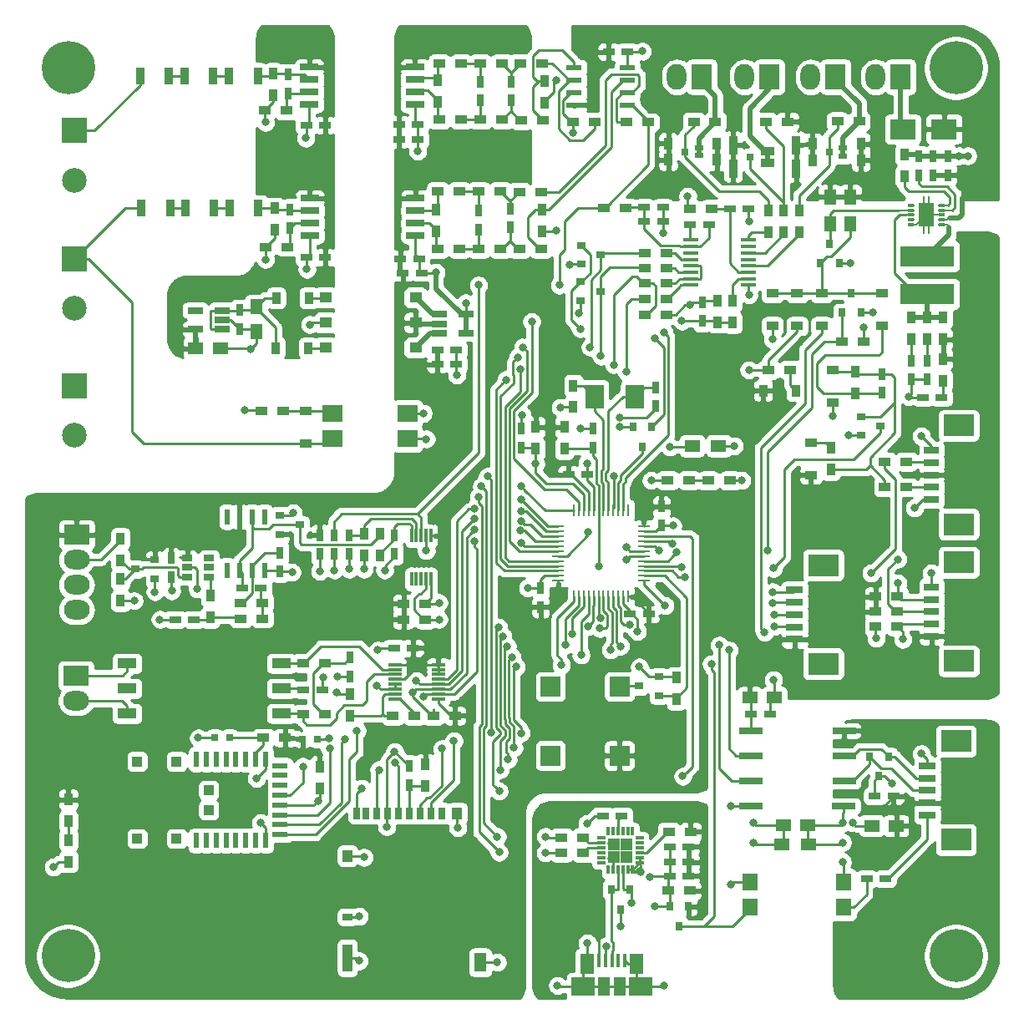
<source format=gbr>
G04 #@! TF.GenerationSoftware,KiCad,Pcbnew,6.0.0-rc1-unknown-5edf350~66~ubuntu18.10.1*
G04 #@! TF.CreationDate,2019-02-07T09:52:22-05:00
G04 #@! TF.ProjectId,BMS-Master,424d532d-4d61-4737-9465-722e6b696361,V0.2*
G04 #@! TF.SameCoordinates,Original*
G04 #@! TF.FileFunction,Copper,L1,Top*
G04 #@! TF.FilePolarity,Positive*
%FSLAX46Y46*%
G04 Gerber Fmt 4.6, Leading zero omitted, Abs format (unit mm)*
G04 Created by KiCad (PCBNEW 6.0.0-rc1-unknown-5edf350~66~ubuntu18.10.1) date 2019-02-07 09:52:22*
%MOMM*%
%LPD*%
G04 APERTURE LIST*
%ADD10R,1.500000X1.780000*%
%ADD11R,1.200000X0.750000*%
%ADD12R,1.000000X1.000000*%
%ADD13R,0.610000X1.500000*%
%ADD14R,1.500000X0.610000*%
%ADD15R,1.200000X0.900000*%
%ADD16R,1.500000X0.450000*%
%ADD17R,0.750000X1.200000*%
%ADD18R,0.300000X1.400000*%
%ADD19R,1.550000X0.600000*%
%ADD20C,2.500000*%
%ADD21R,2.500000X2.500000*%
%ADD22R,1.300000X1.900000*%
%ADD23R,1.000000X2.800000*%
%ADD24R,1.000000X0.800000*%
%ADD25R,1.000000X1.200000*%
%ADD26R,0.700000X1.200000*%
%ADD27R,1.300000X0.250000*%
%ADD28R,0.250000X1.300000*%
%ADD29R,3.100000X2.200000*%
%ADD30R,1.700000X0.800000*%
%ADD31R,0.600000X1.550000*%
%ADD32R,1.905000X0.640000*%
%ADD33R,0.650000X0.650000*%
%ADD34R,0.820000X0.600000*%
%ADD35R,0.900000X1.250000*%
%ADD36R,0.900000X1.850000*%
%ADD37R,1.450000X0.870000*%
%ADD38R,0.750000X0.750000*%
%ADD39R,1.500000X1.250000*%
%ADD40R,2.650000X2.030000*%
%ADD41R,0.800000X0.900000*%
%ADD42R,0.900000X0.800000*%
%ADD43R,1.900000X2.400000*%
%ADD44R,2.350000X0.650000*%
%ADD45R,1.500000X1.300000*%
%ADD46R,0.900000X1.200000*%
%ADD47R,1.300000X1.500000*%
%ADD48R,0.900000X1.700000*%
%ADD49R,5.500000X2.150000*%
%ADD50R,1.175000X1.900000*%
%ADD51R,2.375000X1.900000*%
%ADD52R,1.475000X2.100000*%
%ADD53R,0.450000X1.380000*%
%ADD54R,2.000000X2.600000*%
%ADD55O,2.000000X2.600000*%
%ADD56R,2.600000X2.000000*%
%ADD57O,2.600000X2.000000*%
%ADD58R,0.800000X0.750000*%
%ADD59R,2.000000X2.000000*%
%ADD60R,0.300000X0.850000*%
%ADD61R,0.850000X0.300000*%
%ADD62R,1.300000X1.300000*%
%ADD63R,1.060000X0.650000*%
%ADD64R,1.500000X0.800000*%
%ADD65R,1.400000X0.300000*%
%ADD66R,1.250000X1.500000*%
%ADD67R,1.300000X1.100000*%
%ADD68R,1.560000X0.650000*%
%ADD69C,5.400000*%
%ADD70C,0.800000*%
%ADD71O,0.650000X0.400000*%
%ADD72R,0.250000X0.400000*%
%ADD73R,1.650000X2.400000*%
%ADD74R,0.680000X1.050000*%
%ADD75R,0.260000X0.500000*%
%ADD76R,0.280000X0.800000*%
%ADD77C,0.600000*%
%ADD78R,1.950000X1.020000*%
%ADD79R,2.000000X1.780000*%
%ADD80C,0.500000*%
%ADD81C,0.250000*%
%ADD82C,0.200000*%
%ADD83C,0.254000*%
G04 APERTURE END LIST*
D10*
X83631840Y-90070000D03*
X74101840Y-87530000D03*
X83631840Y-87530000D03*
X74101840Y-90070000D03*
D11*
X28850000Y-68000000D03*
X30750000Y-68000000D03*
D12*
X12000000Y-75290000D03*
X12000000Y-83110000D03*
X16000000Y-83110000D03*
X16000000Y-75290000D03*
X19250000Y-80200000D03*
X19250000Y-78200000D03*
D13*
X18000000Y-83310000D03*
X19000000Y-83310000D03*
X20000000Y-83310000D03*
X21000000Y-83310000D03*
X22000000Y-83310000D03*
X23000000Y-83310000D03*
X24000000Y-83310000D03*
X25000000Y-83310000D03*
D14*
X26500000Y-82700000D03*
X26500000Y-81700000D03*
X26500000Y-80700000D03*
X26500000Y-79700000D03*
X26500000Y-78700000D03*
X26500000Y-77700000D03*
X26500000Y-76700000D03*
X26500000Y-75700000D03*
D13*
X25000000Y-75090000D03*
X24000000Y-75090000D03*
X23000000Y-75090000D03*
X22000000Y-75090000D03*
X21000000Y-75090000D03*
X20000000Y-75090000D03*
X19000000Y-75090000D03*
X18000000Y-75090000D03*
D15*
X76000000Y-35600000D03*
X78200000Y-35600000D03*
D16*
X68080520Y-22442480D03*
X68080520Y-23092480D03*
X68080520Y-23742480D03*
X68080520Y-24392480D03*
X68080520Y-25042480D03*
X68080520Y-25692480D03*
X68080520Y-26342480D03*
X68080520Y-26992480D03*
X73980520Y-26992480D03*
X73980520Y-26342480D03*
X73980520Y-25692480D03*
X73980520Y-25042480D03*
X73980520Y-24392480D03*
X73980520Y-23742480D03*
X73980520Y-23092480D03*
X73980520Y-22442480D03*
D17*
X38100000Y-54250000D03*
X38100000Y-52350000D03*
X32000000Y-52350000D03*
X32000000Y-54250000D03*
D18*
X39800000Y-52400000D03*
X40300000Y-52400000D03*
X40800000Y-52400000D03*
X41300000Y-52400000D03*
X41800000Y-52400000D03*
X41800000Y-56800000D03*
X41300000Y-56800000D03*
X40800000Y-56800000D03*
X40300000Y-56800000D03*
X39800000Y-56800000D03*
D19*
X61696280Y-8769000D03*
X61696280Y-7499000D03*
X61696280Y-6229000D03*
X61696280Y-4959000D03*
X56296280Y-4959000D03*
X56296280Y-6229000D03*
X56296280Y-7499000D03*
X56296280Y-8769000D03*
D20*
X5600000Y-42200000D03*
D21*
X5600000Y-37200000D03*
D22*
X46800000Y-95650000D03*
D23*
X33300000Y-95200000D03*
D24*
X33300000Y-91050000D03*
D25*
X33300000Y-84850000D03*
X44450000Y-80550000D03*
D26*
X36300000Y-80550000D03*
X37400000Y-80550000D03*
X38500000Y-80550000D03*
X39600000Y-80550000D03*
X40700000Y-80550000D03*
X41800000Y-80550000D03*
X42900000Y-80550000D03*
X35200000Y-80550000D03*
X34250000Y-80550000D03*
D27*
X63362600Y-51468120D03*
X63362600Y-51968120D03*
X63362600Y-52468120D03*
X63362600Y-52968120D03*
X63362600Y-53468120D03*
X63362600Y-53968120D03*
X63362600Y-54468120D03*
X63362600Y-54968120D03*
X63362600Y-55468120D03*
X63362600Y-55968120D03*
X63362600Y-56468120D03*
X63362600Y-56968120D03*
D28*
X61762600Y-58568120D03*
X61262600Y-58568120D03*
X60762600Y-58568120D03*
X60262600Y-58568120D03*
X59762600Y-58568120D03*
X59262600Y-58568120D03*
X58762600Y-58568120D03*
X58262600Y-58568120D03*
X57762600Y-58568120D03*
X57262600Y-58568120D03*
X56762600Y-58568120D03*
X56262600Y-58568120D03*
D27*
X54662600Y-56968120D03*
X54662600Y-56468120D03*
X54662600Y-55968120D03*
X54662600Y-55468120D03*
X54662600Y-54968120D03*
X54662600Y-54468120D03*
X54662600Y-53968120D03*
X54662600Y-53468120D03*
X54662600Y-52968120D03*
X54662600Y-52468120D03*
X54662600Y-51968120D03*
X54662600Y-51468120D03*
D28*
X56262600Y-49868120D03*
X56762600Y-49868120D03*
X57262600Y-49868120D03*
X57762600Y-49868120D03*
X58262600Y-49868120D03*
X58762600Y-49868120D03*
X59262600Y-49868120D03*
X59762600Y-49868120D03*
X60262600Y-49868120D03*
X60762600Y-49868120D03*
X61262600Y-49868120D03*
X61762600Y-49868120D03*
D29*
X81550000Y-55400000D03*
X81550000Y-65400000D03*
D30*
X78650000Y-57900000D03*
X78650000Y-59150000D03*
X78650000Y-60400000D03*
X78650000Y-61650000D03*
X78650000Y-62900000D03*
D31*
X21095000Y-55900000D03*
X22365000Y-55900000D03*
X23635000Y-55900000D03*
X24905000Y-55900000D03*
X24905000Y-50500000D03*
X23635000Y-50500000D03*
X22365000Y-50500000D03*
X21095000Y-50500000D03*
D32*
X40197500Y-18195000D03*
X40197500Y-19465000D03*
X40197500Y-20735000D03*
X40197500Y-22005000D03*
X29502500Y-22005000D03*
X29502500Y-20735000D03*
X29502500Y-19465000D03*
X29502500Y-18195000D03*
D20*
X5600000Y-29350000D03*
D21*
X5600000Y-24350000D03*
D29*
X95005160Y-73228400D03*
X95005160Y-83228400D03*
D30*
X92105160Y-75728400D03*
X92105160Y-76978400D03*
X92105160Y-78228400D03*
X92105160Y-79478400D03*
X92105160Y-80728400D03*
D33*
X82139400Y-13527560D03*
D34*
X83529400Y-13112560D03*
X83529400Y-13942560D03*
D35*
X80449400Y-12702560D03*
X80449400Y-14352560D03*
X85349400Y-12702560D03*
X85349400Y-14352560D03*
D36*
X78800000Y-12825000D03*
X78800000Y-15175000D03*
X72400000Y-15175000D03*
X72400000Y-12825000D03*
D37*
X75900000Y-14610000D03*
X75900000Y-13390000D03*
D38*
X74150000Y-14000000D03*
D17*
X92100000Y-36550000D03*
X92100000Y-34650000D03*
D39*
X20422480Y-33409280D03*
X17922480Y-33409280D03*
D40*
X89610000Y-11200000D03*
X93790000Y-11200000D03*
D41*
X88150000Y-74800000D03*
X86250000Y-74800000D03*
X87200000Y-76800000D03*
X64150000Y-41400000D03*
X62250000Y-41400000D03*
X63200000Y-43400000D03*
D42*
X56985080Y-22985160D03*
X56985080Y-24885160D03*
X58985080Y-23935160D03*
D43*
X62454520Y-38292320D03*
X58354520Y-38292320D03*
D44*
X74226241Y-72180321D03*
X74226241Y-74720321D03*
X74226241Y-77260321D03*
X74226241Y-79800321D03*
X83651241Y-79800321D03*
X83676241Y-77260321D03*
X83676241Y-74720321D03*
X83676241Y-72180321D03*
D45*
X70950000Y-43300000D03*
X68250000Y-43300000D03*
D46*
X30500000Y-75800000D03*
X30500000Y-78000000D03*
X93700000Y-34500000D03*
X93700000Y-36700000D03*
X93700000Y-30300000D03*
X93700000Y-32500000D03*
X90500000Y-30300000D03*
X90500000Y-32500000D03*
X92100000Y-30300000D03*
X92100000Y-32500000D03*
X89800000Y-13800000D03*
X89800000Y-16000000D03*
D47*
X82221320Y-20759600D03*
X82221320Y-18059600D03*
D15*
X83400000Y-32700000D03*
X85600000Y-32700000D03*
D47*
X84283800Y-20759600D03*
X84283800Y-18059600D03*
D46*
X84771440Y-35755920D03*
X84771440Y-37955920D03*
X82300000Y-45700000D03*
X82300000Y-43500000D03*
D15*
X90000000Y-47500000D03*
X87800000Y-47500000D03*
D46*
X52400000Y-41400000D03*
X52400000Y-43600000D03*
D15*
X63500000Y-30000000D03*
X65700000Y-30000000D03*
D46*
X55300000Y-41400000D03*
X55300000Y-43600000D03*
D15*
X39000000Y-60900000D03*
X41200000Y-60900000D03*
X39000000Y-59300000D03*
X41200000Y-59300000D03*
X58353840Y-10460640D03*
X56153840Y-10460640D03*
X61600000Y-10500000D03*
X63800000Y-10500000D03*
D46*
X35000000Y-52200000D03*
X35000000Y-54400000D03*
X53269440Y-6335240D03*
X53269440Y-8535240D03*
X53025600Y-19365440D03*
X53025600Y-21565440D03*
D15*
X50929920Y-10285120D03*
X53129920Y-10285120D03*
X50848640Y-4504080D03*
X53048640Y-4504080D03*
X50736880Y-23340720D03*
X52936880Y-23340720D03*
X50736880Y-17544440D03*
X52936880Y-17544440D03*
D46*
X36600000Y-52200000D03*
X36600000Y-54400000D03*
D15*
X46799880Y-10244480D03*
X48999880Y-10244480D03*
X46759240Y-4544720D03*
X48959240Y-4544720D03*
X46627160Y-23340720D03*
X48827160Y-23340720D03*
X46627160Y-17493640D03*
X48827160Y-17493640D03*
X44834280Y-10244480D03*
X42634280Y-10244480D03*
X44834280Y-4544720D03*
X42634280Y-4544720D03*
X44661560Y-23340720D03*
X42461560Y-23340720D03*
X44661560Y-17493640D03*
X42461560Y-17493640D03*
D46*
X42484600Y-6248880D03*
X42484600Y-8448880D03*
X42316960Y-19358000D03*
X42316960Y-21558000D03*
D15*
X24700000Y-59200000D03*
X22500000Y-59200000D03*
X22500000Y-60800000D03*
X24700000Y-60800000D03*
D46*
X19400000Y-58500000D03*
X19400000Y-60700000D03*
D15*
X27116760Y-9311600D03*
X24916760Y-9311600D03*
X27204200Y-23132440D03*
X25004200Y-23132440D03*
D46*
X25772920Y-5554760D03*
X25772920Y-7754760D03*
X25911160Y-19213040D03*
X25911160Y-21413040D03*
X10300000Y-56800000D03*
X10300000Y-59000000D03*
D48*
X21315560Y-5811480D03*
X24215560Y-5811480D03*
X21387760Y-19200520D03*
X24287760Y-19200520D03*
X16794360Y-5811480D03*
X19694360Y-5811480D03*
X16912280Y-19200520D03*
X19812280Y-19200520D03*
X12298560Y-5786080D03*
X15198560Y-5786080D03*
X12436800Y-19195440D03*
X15336800Y-19195440D03*
D46*
X10300000Y-52700000D03*
X10300000Y-54900000D03*
D11*
X87838120Y-87194600D03*
X85938120Y-87194600D03*
D15*
X65829600Y-88396880D03*
X68029600Y-88396880D03*
X65900720Y-82407560D03*
X68100720Y-82407560D03*
X55019360Y-82999000D03*
X57219360Y-82999000D03*
X55019360Y-84543320D03*
X57219360Y-84543320D03*
X89041760Y-58555440D03*
X86841760Y-58555440D03*
X86857000Y-61608520D03*
X89057000Y-61608520D03*
X89041760Y-60099760D03*
X86841760Y-60099760D03*
X68411806Y-10436833D03*
X70611806Y-10436833D03*
X75734964Y-10423315D03*
X77934964Y-10423315D03*
D46*
X76010120Y-21666800D03*
X76010120Y-19466800D03*
X79098760Y-21666800D03*
X79098760Y-19466800D03*
X77554440Y-21666800D03*
X77554440Y-19466800D03*
D15*
X70210280Y-19297120D03*
X68010280Y-19297120D03*
D46*
X70812600Y-30768760D03*
X70812600Y-28568760D03*
X72362000Y-28600000D03*
X72362000Y-30800000D03*
D15*
X63417960Y-28375080D03*
X65617960Y-28375080D03*
X63438280Y-25296600D03*
X65638280Y-25296600D03*
X63438280Y-26830760D03*
X65638280Y-26830760D03*
X63448440Y-23731960D03*
X65648440Y-23731960D03*
X59323480Y-19149800D03*
X61523480Y-19149800D03*
D46*
X66645840Y-66800680D03*
X66645840Y-69000680D03*
D15*
X67969280Y-46794600D03*
X65769280Y-46794600D03*
X90000000Y-44900000D03*
X87800000Y-44900000D03*
D46*
X5025320Y-81355640D03*
X5025320Y-79155640D03*
D33*
X67538327Y-13475274D03*
D34*
X68928327Y-13060274D03*
X68928327Y-13890274D03*
D35*
X65848327Y-12650274D03*
X65848327Y-14300274D03*
X70748327Y-12650274D03*
X70748327Y-14300274D03*
D15*
X24800000Y-72900000D03*
X27000000Y-72900000D03*
D49*
X92100000Y-24070000D03*
X92100000Y-27930000D03*
D46*
X41200000Y-75600000D03*
X41200000Y-77800000D03*
D50*
X60958760Y-98117840D03*
X59278760Y-98117840D03*
D51*
X63028760Y-98117840D03*
X57208760Y-98117840D03*
D52*
X62581260Y-95817840D03*
X57656260Y-95817840D03*
D53*
X61418760Y-95457840D03*
X60768760Y-95457840D03*
X60118760Y-95457840D03*
X59468760Y-95457840D03*
X58818760Y-95457840D03*
D54*
X69250000Y-5900000D03*
D55*
X66710000Y-5900000D03*
D54*
X76100000Y-5900000D03*
D55*
X73560000Y-5900000D03*
D54*
X82800000Y-5900000D03*
D55*
X80260000Y-5900000D03*
D56*
X5861680Y-52300000D03*
D57*
X5861680Y-54840000D03*
X5861680Y-57380000D03*
X5861680Y-59920000D03*
D54*
X89400000Y-5900000D03*
D55*
X86860000Y-5900000D03*
D15*
X72110759Y-46814239D03*
X69910759Y-46814239D03*
D46*
X5035480Y-85439960D03*
X5035480Y-83239960D03*
D58*
X30250000Y-73000000D03*
X28750000Y-73000000D03*
X19850000Y-72900000D03*
X21350000Y-72900000D03*
D11*
X91650000Y-38400000D03*
X93550000Y-38400000D03*
D17*
X90500000Y-36550000D03*
X90500000Y-34650000D03*
X91246120Y-13950000D03*
X91246120Y-15850000D03*
X92704080Y-13950000D03*
X92704080Y-15850000D03*
X94200000Y-13950000D03*
X94200000Y-15850000D03*
X87524800Y-36017680D03*
X87524800Y-37917680D03*
X50900000Y-41550000D03*
X50900000Y-43450000D03*
X52900000Y-59650000D03*
X52900000Y-57750000D03*
D11*
X63850000Y-60375080D03*
X61950000Y-60375080D03*
D17*
X65150000Y-49450000D03*
X65150000Y-51350000D03*
D11*
X55750000Y-46200000D03*
X57650000Y-46200000D03*
D17*
X39600000Y-75750000D03*
X39600000Y-77650000D03*
D46*
X56208440Y-37177080D03*
X56208440Y-39377080D03*
D11*
X59803960Y-3353720D03*
X61703960Y-3353720D03*
D17*
X30500000Y-54250000D03*
X30500000Y-52350000D03*
X33500000Y-54250000D03*
X33500000Y-52350000D03*
X49886160Y-6363320D03*
X49886160Y-8263320D03*
X49855680Y-19266520D03*
X49855680Y-21166520D03*
X46787360Y-6363320D03*
X46787360Y-8263320D03*
X46584160Y-19464640D03*
X46584160Y-21364640D03*
D11*
X38557720Y-12220600D03*
X40457720Y-12220600D03*
X38933640Y-25748640D03*
X40833640Y-25748640D03*
D17*
X26500000Y-54150000D03*
X26500000Y-56050000D03*
D11*
X38557720Y-10727080D03*
X40457720Y-10727080D03*
X38669480Y-24316080D03*
X40569480Y-24316080D03*
X24550000Y-57700000D03*
X22650000Y-57700000D03*
X15850000Y-60900000D03*
X17750000Y-60900000D03*
D17*
X15450560Y-56601160D03*
X15450560Y-54701160D03*
D11*
X31050000Y-10800000D03*
X29150000Y-10800000D03*
X31050000Y-24200000D03*
X29150000Y-24200000D03*
D17*
X27307080Y-5664120D03*
X27307080Y-7564120D03*
X27445320Y-19352880D03*
X27445320Y-21252880D03*
D11*
X86750000Y-78800000D03*
X88650000Y-78800000D03*
D39*
X88950000Y-81800000D03*
X86450000Y-81800000D03*
X79977920Y-81748840D03*
X77477920Y-81748840D03*
D11*
X74250560Y-70512960D03*
X76150560Y-70512960D03*
D39*
X74108040Y-68811160D03*
X76608040Y-68811160D03*
D11*
X65999920Y-85480960D03*
X67899920Y-85480960D03*
X65989760Y-86888120D03*
X67889760Y-86888120D03*
X59197800Y-80781960D03*
X61097800Y-80781960D03*
X65989760Y-83916320D03*
X67889760Y-83916320D03*
X73966800Y-19307280D03*
X72066800Y-19307280D03*
D17*
X69263200Y-28754320D03*
X69263200Y-30654320D03*
D11*
X68058680Y-20887160D03*
X69958680Y-20887160D03*
X65300320Y-20541720D03*
X63400320Y-20541720D03*
X65295240Y-19134560D03*
X63395240Y-19134560D03*
D59*
X53900000Y-74700000D03*
X53900000Y-67700000D03*
X60900000Y-67700000D03*
X60900000Y-74700000D03*
D41*
X61021560Y-90275720D03*
X60071560Y-88275720D03*
X61971560Y-88275720D03*
D42*
X64897560Y-68601760D03*
X64897560Y-66701760D03*
X62897560Y-67651760D03*
D41*
X67869440Y-89997840D03*
X65969440Y-89997840D03*
X66919440Y-91997840D03*
D42*
X87356400Y-41300920D03*
X85356400Y-42250920D03*
X85356400Y-40350920D03*
D41*
X83450000Y-29800000D03*
X85350000Y-29800000D03*
X84400000Y-27800000D03*
X82200000Y-22800000D03*
X83150000Y-24800000D03*
X81250000Y-24800000D03*
D60*
X59723561Y-86262519D03*
X60223561Y-86262519D03*
X60723561Y-86262519D03*
X61223561Y-86262519D03*
X61723561Y-86262519D03*
X62223561Y-86262519D03*
D61*
X62923561Y-85562519D03*
X62923561Y-85062519D03*
X62923561Y-84562519D03*
X62923561Y-84062519D03*
X62923561Y-83562519D03*
X62923561Y-83062519D03*
D60*
X62223561Y-82362519D03*
X61723561Y-82362519D03*
X61223561Y-82362519D03*
X60723561Y-82362519D03*
X60223561Y-82362519D03*
X59723561Y-82362519D03*
D61*
X59023561Y-83062519D03*
X59023561Y-83562519D03*
X59023561Y-84062519D03*
X59023561Y-84562519D03*
X59023561Y-85062519D03*
X59023561Y-85562519D03*
D62*
X61623561Y-83662519D03*
X60323561Y-83662519D03*
X61623561Y-84962519D03*
X60323561Y-84962519D03*
D11*
X39950000Y-63800000D03*
X38050000Y-63800000D03*
D15*
X37925280Y-70669480D03*
X40125280Y-70669480D03*
X44209600Y-70654240D03*
X42009600Y-70654240D03*
X82515920Y-35637720D03*
X82515920Y-38937720D03*
X80300000Y-46250000D03*
X80300000Y-42950000D03*
X87500000Y-27850000D03*
X87500000Y-31150000D03*
X76400000Y-31150000D03*
X76400000Y-27850000D03*
X81400000Y-27850000D03*
X81400000Y-31150000D03*
D46*
X75450000Y-37700000D03*
X78750000Y-37700000D03*
D42*
X13800000Y-56750000D03*
X13800000Y-54850000D03*
X11800000Y-55800000D03*
X28500000Y-51300000D03*
X26500000Y-52250000D03*
X26500000Y-50350000D03*
D63*
X17078520Y-54680840D03*
X17078520Y-55630840D03*
X17078520Y-56580840D03*
X19278520Y-56580840D03*
X19278520Y-54680840D03*
X19278520Y-55630840D03*
D42*
X58964000Y-27623200D03*
X56964000Y-28573200D03*
X56964000Y-26673200D03*
D21*
X5600000Y-11350000D03*
D20*
X5600000Y-16350000D03*
D29*
X95275000Y-41239520D03*
X95275000Y-51239520D03*
D64*
X92525000Y-43739520D03*
X92525000Y-44989520D03*
X92525000Y-46239520D03*
X92525000Y-47489520D03*
X92525000Y-48739520D03*
X92530680Y-62615000D03*
X92530680Y-61365000D03*
X92530680Y-60115000D03*
X92530680Y-58865000D03*
X92530680Y-57615000D03*
D29*
X95280680Y-65115000D03*
X95280680Y-55115000D03*
D57*
X5800000Y-69140000D03*
D56*
X5800000Y-66600000D03*
D46*
X33600000Y-70700000D03*
X33600000Y-68500000D03*
D65*
X38114200Y-65465080D03*
X38114200Y-65965080D03*
X38114200Y-66465080D03*
X42514200Y-65465080D03*
X42514200Y-65965080D03*
X42514200Y-66465080D03*
X38114200Y-68965080D03*
X38114200Y-68465080D03*
X38114200Y-67965080D03*
X38114200Y-67465080D03*
X38114200Y-66965080D03*
X42514200Y-66965080D03*
X42514200Y-67465080D03*
X42514200Y-67965080D03*
X42514200Y-68465080D03*
X42514200Y-68965080D03*
D66*
X24064520Y-29212880D03*
X24064520Y-31712880D03*
D17*
X22383040Y-31448440D03*
X22383040Y-29548440D03*
D11*
X44344960Y-33592160D03*
X42444960Y-33592160D03*
X42444960Y-35019640D03*
X44344960Y-35019640D03*
D67*
X31082000Y-28273400D03*
X31082000Y-30813400D03*
X31082000Y-33353400D03*
X40222000Y-33353400D03*
X40222000Y-30813400D03*
X40222000Y-28273400D03*
D68*
X45333200Y-29965000D03*
X45333200Y-31865000D03*
X42633200Y-31865000D03*
X42633200Y-30915000D03*
X42633200Y-29965000D03*
D46*
X29402600Y-28303880D03*
X26102600Y-28303880D03*
X26046720Y-33388960D03*
X29346720Y-33388960D03*
D68*
X17878360Y-31463680D03*
X17878360Y-29563680D03*
X20578360Y-29563680D03*
X20578360Y-30513680D03*
X20578360Y-31463680D03*
D69*
X5000000Y-5000000D03*
D70*
X7025000Y-5000000D03*
X6431891Y-6431891D03*
X5000000Y-7025000D03*
X3568109Y-6431891D03*
X2975000Y-5000000D03*
X3568109Y-3568109D03*
X5000000Y-2975000D03*
X6431891Y-3568109D03*
X96431891Y-3568109D03*
X95000000Y-2975000D03*
X93568109Y-3568109D03*
X92975000Y-5000000D03*
X93568109Y-6431891D03*
X95000000Y-7025000D03*
X96431891Y-6431891D03*
X97025000Y-5000000D03*
D69*
X95000000Y-5000000D03*
X95000000Y-95000000D03*
D70*
X92975000Y-95000000D03*
X93568109Y-93568109D03*
X95000000Y-92975000D03*
X96431891Y-93568109D03*
X97025000Y-95000000D03*
X96431891Y-96431891D03*
X95000000Y-97025000D03*
X93568109Y-96431891D03*
X6431891Y-93568109D03*
X5000000Y-92975000D03*
X3568109Y-93568109D03*
X2975000Y-95000000D03*
X3568109Y-96431891D03*
X5000000Y-97025000D03*
X6431891Y-96431891D03*
X7025000Y-95000000D03*
D69*
X5000000Y-95000000D03*
D15*
X85200000Y-10400000D03*
X83000000Y-10400000D03*
D71*
X90450000Y-20900000D03*
X90450000Y-20400000D03*
X90450000Y-19900000D03*
D72*
X90250000Y-19400000D03*
X90250000Y-18900000D03*
D71*
X93550000Y-18900000D03*
D72*
X93750000Y-19400000D03*
D71*
X93550000Y-19900000D03*
D72*
X93750000Y-20400000D03*
X93750000Y-20900000D03*
D73*
X92000000Y-19900000D03*
D74*
X91550000Y-19265000D03*
X92450000Y-19265000D03*
X91550000Y-20535000D03*
D75*
X91750000Y-18350000D03*
X92250000Y-18350000D03*
X91750000Y-21450000D03*
D76*
X91750000Y-18350000D03*
X92250000Y-18350000D03*
X91750000Y-21450000D03*
D75*
X92250000Y-21450000D03*
D76*
X92250000Y-21450000D03*
D77*
X91500000Y-19150000D03*
X92500000Y-19150000D03*
X91500000Y-20650000D03*
X92500000Y-20650000D03*
X92000000Y-19900000D03*
D74*
X92450000Y-20535000D03*
D72*
X90250000Y-20900000D03*
X90250000Y-20400000D03*
X90250000Y-19900000D03*
D71*
X90450000Y-19400000D03*
X90450000Y-18900000D03*
D72*
X93750000Y-18900000D03*
D71*
X93550000Y-19400000D03*
D72*
X93750000Y-19900000D03*
D71*
X93550000Y-20400000D03*
X93550000Y-20900000D03*
D45*
X77377920Y-83735120D03*
X80077920Y-83735120D03*
D17*
X58188640Y-41550000D03*
X58188640Y-43450000D03*
X64554880Y-39252480D03*
X64554880Y-37352480D03*
X33600000Y-64750000D03*
X33600000Y-66650000D03*
D15*
X28800000Y-70500000D03*
X31000000Y-70500000D03*
X28800000Y-65300000D03*
X31000000Y-65300000D03*
D78*
X10980000Y-65360000D03*
X10980000Y-67900000D03*
X10980000Y-70440000D03*
X26620000Y-70440000D03*
X26620000Y-67900000D03*
X26620000Y-65360000D03*
D15*
X29100000Y-43050000D03*
X29100000Y-39750000D03*
X24600000Y-39800000D03*
X26800000Y-39800000D03*
D79*
X39410000Y-40030000D03*
X31790000Y-42570000D03*
X39410000Y-42570000D03*
X31790000Y-40030000D03*
D32*
X40147500Y-4895000D03*
X40147500Y-6165000D03*
X40147500Y-7435000D03*
X40147500Y-8705000D03*
X29452500Y-8705000D03*
X29452500Y-7435000D03*
X29452500Y-6165000D03*
X29452500Y-4895000D03*
D15*
X78900000Y-27850000D03*
X78900000Y-31150000D03*
D70*
X29100000Y-12100000D03*
X25000000Y-10500000D03*
X25000000Y-24400000D03*
X29200000Y-25400000D03*
X29500000Y-31000000D03*
X23500004Y-33500004D03*
X59000000Y-92500000D03*
X63000000Y-86500000D03*
X60100000Y-85100000D03*
X61600000Y-85100000D03*
X61600000Y-83600000D03*
X60100000Y-83600000D03*
X40442440Y-13419480D03*
X68000000Y-29000000D03*
X72200000Y-87800000D03*
X42291560Y-25723240D03*
X63200000Y-3300000D03*
X54500000Y-21500000D03*
X54500000Y-6200000D03*
X95300000Y-13900000D03*
X96200000Y-13900000D03*
X84300000Y-24800000D03*
X85600000Y-31300000D03*
X90200000Y-38300000D03*
X82500000Y-40300000D03*
X84100000Y-42200000D03*
X91500000Y-42300000D03*
X90800000Y-49600000D03*
X76600000Y-60400000D03*
X14300000Y-60900000D03*
X11700000Y-59000000D03*
X13800000Y-58100000D03*
X15500000Y-58000000D03*
X18100000Y-57800000D03*
X27700000Y-56100000D03*
X30500000Y-56000000D03*
X32000000Y-55900000D03*
X33500000Y-55800000D03*
X35000000Y-55800000D03*
X41300000Y-53900000D03*
X65300000Y-21700000D03*
X74000000Y-20500000D03*
X74000000Y-28000000D03*
X76400000Y-32500000D03*
X55800000Y-24900000D03*
X41300000Y-42600000D03*
X54900000Y-39400000D03*
X56900000Y-41500000D03*
X60900000Y-41400000D03*
X60900000Y-40400000D03*
X57600000Y-45100000D03*
X44400000Y-36100000D03*
X51025010Y-40202558D03*
X36300000Y-67600000D03*
X32300000Y-66700000D03*
X32200000Y-68300000D03*
X30900000Y-66800000D03*
X36400000Y-64000000D03*
X56788049Y-29849989D03*
X86900000Y-62800000D03*
X86600000Y-29800000D03*
X72200000Y-79800000D03*
X74499998Y-81500000D03*
X74500000Y-83500000D03*
X76500000Y-67000000D03*
X54600000Y-98000000D03*
X65400000Y-98000000D03*
X48500000Y-95650000D03*
X73274990Y-46800000D03*
X51600000Y-57700000D03*
X92500000Y-56200000D03*
X45300000Y-28800000D03*
X27800000Y-50100000D03*
X66300000Y-51400000D03*
X64900000Y-53900000D03*
X57637496Y-93696560D03*
X57600000Y-81600000D03*
X64500000Y-90000000D03*
X61000000Y-92000000D03*
X64000000Y-87000000D03*
X3500000Y-86000000D03*
X38100000Y-74300000D03*
X18200000Y-72900000D03*
X24100000Y-77000000D03*
X31487340Y-72987340D03*
X37100000Y-55900000D03*
X34500000Y-90999994D03*
X34500000Y-95500000D03*
X35000000Y-85000000D03*
X24512660Y-81512660D03*
X44500000Y-82000000D03*
X37300000Y-81900000D03*
X62900000Y-65700000D03*
X62700000Y-62100002D03*
X72500000Y-43300000D03*
X91500000Y-74500000D03*
X88500000Y-77500000D03*
X84500000Y-81500000D03*
X83500000Y-81500000D03*
X83500000Y-83500000D03*
X83500000Y-85500000D03*
X87200000Y-80300000D03*
X85700000Y-72300000D03*
X54800000Y-27000000D03*
X46600000Y-27000000D03*
X76400000Y-58100000D03*
X58762600Y-55500000D03*
X52400000Y-45100000D03*
X66000000Y-43400000D03*
X89600000Y-62900000D03*
X66228297Y-53193130D03*
X89100000Y-54800000D03*
X61600000Y-53600000D03*
X61600000Y-54800000D03*
X89100000Y-57200000D03*
X60300000Y-35074990D03*
X50825010Y-35500000D03*
X67216643Y-30654320D03*
X52000000Y-30700000D03*
X56200000Y-11600000D03*
X67800000Y-18000000D03*
X74000000Y-35600000D03*
X64500000Y-32400000D03*
X41000000Y-40000000D03*
X42600000Y-59200000D03*
X58949956Y-60741270D03*
X50874084Y-51902874D03*
X33100000Y-73000000D03*
X39900000Y-68300000D03*
X46200000Y-51800000D03*
X50909215Y-53133895D03*
X31500000Y-74000000D03*
X41000000Y-68690090D03*
X46200000Y-53000000D03*
X50902686Y-50903272D03*
X40300000Y-67100000D03*
X34274904Y-72176582D03*
X46200000Y-50700000D03*
X62100000Y-89600000D03*
X59543770Y-94000000D03*
X34740344Y-78025010D03*
X67300000Y-76800000D03*
X44100000Y-73200000D03*
X55000000Y-65500000D03*
X50425053Y-65700006D03*
X50925055Y-72399996D03*
X42900000Y-74000000D03*
X57000000Y-64500000D03*
X50199994Y-73900000D03*
X49975042Y-64700000D03*
X49525031Y-63606735D03*
X49599996Y-75100000D03*
X38112660Y-75399969D03*
X55400000Y-63500000D03*
X49075020Y-62636340D03*
X36502163Y-76124979D03*
X48800000Y-76124979D03*
X56125010Y-62400000D03*
X76600000Y-61600000D03*
X65500000Y-59500000D03*
X76400000Y-59200000D03*
X61900000Y-61400000D03*
X86400000Y-56200000D03*
X67504037Y-56574990D03*
X57700000Y-52000000D03*
X64100000Y-46800000D03*
X57900000Y-33300000D03*
X51100000Y-33300000D03*
X59000000Y-34200000D03*
X50600000Y-34300000D03*
X61600000Y-35800000D03*
X49400000Y-36600000D03*
X50900000Y-48700000D03*
X53400000Y-84550000D03*
X48700000Y-84500000D03*
X46600000Y-48500000D03*
X50900000Y-47400000D03*
X53400000Y-82900000D03*
X48499996Y-82900000D03*
X46900000Y-47400004D03*
X22900000Y-39700000D03*
X66686571Y-54081954D03*
X75925010Y-53900000D03*
X48625009Y-61700000D03*
X30349514Y-79274990D03*
X48700000Y-78300000D03*
X57724969Y-61614607D03*
X71000000Y-63500000D03*
X61000000Y-63600000D03*
X72000000Y-64000000D03*
X59990547Y-63987206D03*
X60300000Y-46400000D03*
X28800000Y-75800000D03*
X47500000Y-46400000D03*
X47843409Y-72319502D03*
X70200000Y-65400000D03*
X75600000Y-62200000D03*
X76500000Y-55700000D03*
X67190478Y-55625409D03*
X42600000Y-60900000D03*
X58900000Y-61800000D03*
X65400000Y-31800000D03*
X56900000Y-31425010D03*
X50899778Y-49903265D03*
X46200000Y-49700000D03*
D80*
X40323600Y-30915000D02*
X40222000Y-30813400D01*
X42633200Y-30915000D02*
X40323600Y-30915000D01*
X38669480Y-25484480D02*
X38933640Y-25748640D01*
X38669480Y-24316080D02*
X38669480Y-25484480D01*
D81*
X57762600Y-48968120D02*
X57762600Y-49868120D01*
X57762600Y-47987600D02*
X57762600Y-48968120D01*
X55750000Y-46200000D02*
X55975000Y-46200000D01*
X55975000Y-46200000D02*
X57762600Y-47987600D01*
X63362600Y-51093120D02*
X63362600Y-51468120D01*
X65150000Y-49450000D02*
X64525000Y-49450000D01*
X63362600Y-50612400D02*
X63362600Y-51093120D01*
X64525000Y-49450000D02*
X63362600Y-50612400D01*
X38114200Y-66965080D02*
X39064200Y-66965080D01*
X39950000Y-66079280D02*
X39950000Y-64425000D01*
X39064200Y-66965080D02*
X39950000Y-66079280D01*
X42514200Y-65465080D02*
X42514200Y-65965080D01*
X42514200Y-65965080D02*
X42514200Y-66465080D01*
X43803360Y-70654240D02*
X44209600Y-70654240D01*
X42514200Y-68965080D02*
X42514200Y-69365080D01*
X42514200Y-69365080D02*
X43803360Y-70654240D01*
X42514200Y-65465080D02*
X40415080Y-65465080D01*
X40415080Y-65465080D02*
X39950000Y-65000000D01*
X38114200Y-65465080D02*
X39434920Y-65465080D01*
X39434920Y-65465080D02*
X39950000Y-64950000D01*
X74226241Y-70537279D02*
X74250560Y-70512960D01*
X74226241Y-72180321D02*
X74226241Y-70537279D01*
X74250560Y-68953680D02*
X74108040Y-68811160D01*
X74250560Y-70512960D02*
X74250560Y-68953680D01*
X63850000Y-60280520D02*
X63850000Y-60375080D01*
X61762600Y-58568120D02*
X62137600Y-58568120D01*
X62137600Y-58568120D02*
X63850000Y-60280520D01*
X53525000Y-59650000D02*
X52900000Y-59650000D01*
X54662600Y-56968120D02*
X54662600Y-58512400D01*
X54662600Y-58512400D02*
X53525000Y-59650000D01*
X39950000Y-64425000D02*
X39950000Y-63800000D01*
X41800000Y-52400000D02*
X42100000Y-52400000D01*
X25772920Y-8455440D02*
X24916760Y-9311600D01*
X25772920Y-7754760D02*
X25772920Y-8455440D01*
X29452500Y-10497500D02*
X29150000Y-10800000D01*
X29452500Y-8705000D02*
X29452500Y-10497500D01*
X29150000Y-10800000D02*
X29150000Y-12050000D01*
X29150000Y-12050000D02*
X29100000Y-12100000D01*
X24916760Y-9311600D02*
X24916760Y-10416760D01*
X24916760Y-10416760D02*
X25000000Y-10500000D01*
X25911160Y-22225480D02*
X25004200Y-23132440D01*
X25911160Y-21413040D02*
X25911160Y-22225480D01*
X25004200Y-23132440D02*
X25004200Y-24395800D01*
X25004200Y-24395800D02*
X25000000Y-24400000D01*
X29502500Y-23847500D02*
X29150000Y-24200000D01*
X29502500Y-22005000D02*
X29502500Y-23847500D01*
X29150000Y-24200000D02*
X29150000Y-25350000D01*
X29150000Y-25350000D02*
X29200000Y-25400000D01*
X31082000Y-30813400D02*
X29686600Y-30813400D01*
X29686600Y-30813400D02*
X29500000Y-31000000D01*
X23800080Y-31448440D02*
X24064520Y-31712880D01*
X22383040Y-31448440D02*
X23800080Y-31448440D01*
X21448280Y-30513680D02*
X22383040Y-31448440D01*
X20578360Y-30513680D02*
X21448280Y-30513680D01*
X23900003Y-33100005D02*
X23500004Y-33500004D01*
X24064520Y-31712880D02*
X24064520Y-32935488D01*
X24064520Y-32935488D02*
X23900003Y-33100005D01*
X23409280Y-33409280D02*
X23500004Y-33500004D01*
X20422480Y-33409280D02*
X23409280Y-33409280D01*
X61723561Y-86262519D02*
X62223561Y-86262519D01*
X62223561Y-86262519D02*
X62923561Y-85562519D01*
X62923561Y-85562519D02*
X62923561Y-85062519D01*
X58818760Y-92681240D02*
X59000000Y-92500000D01*
X58818760Y-95457840D02*
X58818760Y-92681240D01*
X62986080Y-85500000D02*
X62923561Y-85562519D01*
X67918960Y-85500000D02*
X67899920Y-85480960D01*
X62461042Y-86500000D02*
X62223561Y-86262519D01*
X63000000Y-86500000D02*
X62461042Y-86500000D01*
X69448760Y-28568760D02*
X69263200Y-28754320D01*
X70812600Y-28568760D02*
X69448760Y-28568760D01*
X65300320Y-19139640D02*
X65295240Y-19134560D01*
X65300320Y-20541720D02*
X65300320Y-19139640D01*
X40457720Y-10727080D02*
X40457720Y-12220600D01*
X40457720Y-12220600D02*
X40457720Y-13404200D01*
X40457720Y-13404200D02*
X40442440Y-13419480D01*
X40569480Y-25484480D02*
X40833640Y-25748640D01*
X40569480Y-24316080D02*
X40569480Y-25484480D01*
X61696280Y-3361400D02*
X61703960Y-3353720D01*
X61696280Y-4959000D02*
X61696280Y-3361400D01*
X69263200Y-28754320D02*
X68245680Y-28754320D01*
X68245680Y-28754320D02*
X68000000Y-29000000D01*
D80*
X45333200Y-29965000D02*
X45333200Y-31865000D01*
D81*
X65969440Y-88536720D02*
X65829600Y-88396880D01*
X65969440Y-89997840D02*
X65969440Y-88536720D01*
X65829600Y-87048280D02*
X65989760Y-86888120D01*
X65829600Y-88396880D02*
X65829600Y-87048280D01*
X65989760Y-85491120D02*
X65999920Y-85480960D01*
X65989760Y-86888120D02*
X65989760Y-85491120D01*
X65999920Y-83926480D02*
X65989760Y-83916320D01*
X65999920Y-85480960D02*
X65999920Y-83926480D01*
X60223561Y-85062519D02*
X60323561Y-84962519D01*
X60223561Y-86262519D02*
X60223561Y-85062519D01*
X56147480Y-39438040D02*
X56208440Y-39377080D01*
X66546920Y-66701760D02*
X66645840Y-66800680D01*
X64897560Y-66701760D02*
X66546920Y-66701760D01*
X76150560Y-69268640D02*
X76608040Y-68811160D01*
X76150560Y-70512960D02*
X76150560Y-69268640D01*
X77477920Y-81748840D02*
X77477920Y-83735120D01*
X74101840Y-87530000D02*
X72470000Y-87530000D01*
X72470000Y-87530000D02*
X72200000Y-87800000D01*
X40197500Y-10466860D02*
X40457720Y-10727080D01*
X40197500Y-8505000D02*
X40197500Y-10466860D01*
X40197500Y-23944100D02*
X40569480Y-24316080D01*
X40197500Y-22005000D02*
X40197500Y-23944100D01*
X61778760Y-95817840D02*
X61418760Y-95457840D01*
X62581260Y-95817840D02*
X61778760Y-95817840D01*
X63028760Y-98117840D02*
X57208760Y-98117840D01*
X57208760Y-96265340D02*
X57656260Y-95817840D01*
X57208760Y-98117840D02*
X57208760Y-96265340D01*
X62581260Y-97670340D02*
X63028760Y-98117840D01*
X62581260Y-95817840D02*
X62581260Y-97670340D01*
X42266160Y-25748640D02*
X42291560Y-25723240D01*
X40833640Y-25748640D02*
X42266160Y-25748640D01*
D80*
X44878200Y-29965000D02*
X42291560Y-27378360D01*
X45333200Y-29965000D02*
X44878200Y-29965000D01*
X42291560Y-27378360D02*
X42291560Y-26288925D01*
X42291560Y-26288925D02*
X42291560Y-25723240D01*
D81*
X61703960Y-3353720D02*
X63146280Y-3353720D01*
X63146280Y-3353720D02*
X63200000Y-3300000D01*
X53025600Y-21565440D02*
X54434560Y-21565440D01*
X54434560Y-21565440D02*
X54500000Y-21500000D01*
X53269440Y-8385240D02*
X54200000Y-7454680D01*
X53269440Y-8535240D02*
X53269440Y-8385240D01*
X54200000Y-7454680D02*
X54200000Y-6500000D01*
X54200000Y-6500000D02*
X54500000Y-6200000D01*
D82*
X91000000Y-20900000D02*
X92000000Y-19900000D01*
X90450000Y-20900000D02*
X91000000Y-20900000D01*
X91750000Y-20150000D02*
X92000000Y-19900000D01*
X91750000Y-21450000D02*
X91750000Y-20150000D01*
X92250000Y-20150000D02*
X92000000Y-19900000D01*
X92250000Y-21450000D02*
X92250000Y-20150000D01*
X92250000Y-19650000D02*
X92000000Y-19900000D01*
X92250000Y-18350000D02*
X92250000Y-19650000D01*
X91750000Y-19650000D02*
X92000000Y-19900000D01*
X91750000Y-18350000D02*
X91750000Y-19650000D01*
X93550000Y-19900000D02*
X92000000Y-19900000D01*
D81*
X58262600Y-47437600D02*
X58262600Y-48968120D01*
X58262600Y-48968120D02*
X58262600Y-49868120D01*
X57650000Y-46200000D02*
X57650000Y-46825000D01*
X57650000Y-46825000D02*
X58262600Y-47437600D01*
X64531880Y-51968120D02*
X65150000Y-51350000D01*
X63362600Y-51968120D02*
X64531880Y-51968120D01*
X86050000Y-32650000D02*
X86000000Y-32700000D01*
D80*
X91096120Y-13800000D02*
X91246120Y-13950000D01*
X89800000Y-13800000D02*
X91096120Y-13800000D01*
X91246120Y-13950000D02*
X92704080Y-13950000D01*
X92704080Y-13950000D02*
X94200000Y-13950000D01*
X94200000Y-13950000D02*
X95250000Y-13950000D01*
X95250000Y-13950000D02*
X95300000Y-13900000D01*
X95300000Y-13900000D02*
X96200000Y-13900000D01*
D81*
X83150000Y-24800000D02*
X84300000Y-24800000D01*
X85600000Y-32700000D02*
X85600000Y-31300000D01*
X92100000Y-36550000D02*
X90500000Y-36550000D01*
X91650000Y-38400000D02*
X90300000Y-38400000D01*
X90300000Y-38400000D02*
X90200000Y-38300000D01*
X90500000Y-38000000D02*
X90200000Y-38300000D01*
X90500000Y-36550000D02*
X90500000Y-38000000D01*
X82515920Y-38937720D02*
X82515920Y-40284080D01*
X82515920Y-40284080D02*
X82500000Y-40300000D01*
X85356400Y-42250920D02*
X84150920Y-42250920D01*
X84150920Y-42250920D02*
X84100000Y-42200000D01*
X92525000Y-43739520D02*
X92525000Y-43325000D01*
X92525000Y-43325000D02*
X91500000Y-42300000D01*
X92525000Y-48739520D02*
X91660480Y-48739520D01*
X91660480Y-48739520D02*
X90800000Y-49600000D01*
X78650000Y-60400000D02*
X76600000Y-60400000D01*
X15850000Y-60900000D02*
X14300000Y-60900000D01*
X10300000Y-59000000D02*
X11700000Y-59000000D01*
X13800000Y-56750000D02*
X13800000Y-58100000D01*
X15450560Y-56601160D02*
X15450560Y-57950560D01*
X15450560Y-57950560D02*
X15500000Y-58000000D01*
X18100000Y-55872320D02*
X18100000Y-57800000D01*
X17078520Y-55630840D02*
X17858520Y-55630840D01*
X17858520Y-55630840D02*
X18100000Y-55872320D01*
X26350000Y-55900000D02*
X26500000Y-56050000D01*
X24905000Y-55900000D02*
X26350000Y-55900000D01*
X26500000Y-56050000D02*
X27650000Y-56050000D01*
X27650000Y-56050000D02*
X27700000Y-56100000D01*
X30500000Y-54250000D02*
X30500000Y-56000000D01*
X32000000Y-54250000D02*
X32000000Y-55900000D01*
X33500000Y-54250000D02*
X33500000Y-55800000D01*
X35000000Y-54400000D02*
X35000000Y-55800000D01*
X41300000Y-52400000D02*
X41300000Y-53900000D01*
X65300320Y-20541720D02*
X65300320Y-21699680D01*
X65300320Y-21699680D02*
X65300000Y-21700000D01*
X73966800Y-19307280D02*
X73966800Y-20466800D01*
X73966800Y-20466800D02*
X74000000Y-20500000D01*
X73980520Y-26992480D02*
X73980520Y-27980520D01*
X73980520Y-27980520D02*
X74000000Y-28000000D01*
X76400000Y-31150000D02*
X76400000Y-32500000D01*
X56985080Y-24885160D02*
X55814840Y-24885160D01*
X55814840Y-24885160D02*
X55800000Y-24900000D01*
X39410000Y-42570000D02*
X41270000Y-42570000D01*
X41270000Y-42570000D02*
X41300000Y-42600000D01*
X56208440Y-39377080D02*
X54922920Y-39377080D01*
X54922920Y-39377080D02*
X54900000Y-39400000D01*
X58188640Y-41550000D02*
X56950000Y-41550000D01*
X56950000Y-41550000D02*
X56900000Y-41500000D01*
X62250000Y-41400000D02*
X60900000Y-41400000D01*
X63407360Y-40400000D02*
X60900000Y-40400000D01*
X63632360Y-40400000D02*
X63407360Y-40400000D01*
X64554880Y-39252480D02*
X64554880Y-39477480D01*
X64554880Y-39477480D02*
X63632360Y-40400000D01*
X57650000Y-46200000D02*
X57650000Y-45150000D01*
X57650000Y-45150000D02*
X57600000Y-45100000D01*
X44344960Y-36044960D02*
X44400000Y-36100000D01*
X44344960Y-35019640D02*
X44344960Y-36044960D01*
X44633200Y-33303920D02*
X44344960Y-33592160D01*
X44344960Y-33592160D02*
X44344960Y-35019640D01*
X50900000Y-40327568D02*
X51025010Y-40202558D01*
X50900000Y-41550000D02*
X50900000Y-40327568D01*
X38114200Y-67465080D02*
X38114200Y-67965080D01*
X38114200Y-67965080D02*
X36665080Y-67965080D01*
X36665080Y-67965080D02*
X36300000Y-67600000D01*
X33600000Y-66650000D02*
X32350000Y-66650000D01*
X32350000Y-66650000D02*
X32300000Y-66700000D01*
X33600000Y-68500000D02*
X32400000Y-68500000D01*
X32400000Y-68500000D02*
X32200000Y-68300000D01*
X30750000Y-68000000D02*
X30750000Y-66950000D01*
X30750000Y-66950000D02*
X30900000Y-66800000D01*
X38050000Y-63800000D02*
X36600000Y-63800000D01*
X66550000Y-30000000D02*
X67550000Y-29000000D01*
X67550000Y-29000000D02*
X68000000Y-29000000D01*
X65700000Y-30000000D02*
X66550000Y-30000000D01*
X56964000Y-28573200D02*
X56964000Y-29674038D01*
X56964000Y-29674038D02*
X56788049Y-29849989D01*
X86857000Y-61608520D02*
X86857000Y-62757000D01*
X86857000Y-62757000D02*
X86900000Y-62800000D01*
X85350000Y-29800000D02*
X86600000Y-29800000D01*
X74226241Y-79800321D02*
X72200321Y-79800321D01*
X72200321Y-79800321D02*
X72200000Y-79800000D01*
X74748838Y-81748840D02*
X74499998Y-81500000D01*
X77477920Y-81748840D02*
X74748838Y-81748840D01*
X74735120Y-83735120D02*
X74500000Y-83500000D01*
X77377920Y-83735120D02*
X74735120Y-83735120D01*
X76608040Y-68811160D02*
X76608040Y-67108040D01*
X76608040Y-67108040D02*
X76500000Y-67000000D01*
X57208760Y-98117840D02*
X54717840Y-98117840D01*
X54717840Y-98117840D02*
X54600000Y-98000000D01*
X63028760Y-98117840D02*
X65282160Y-98117840D01*
X65282160Y-98117840D02*
X65400000Y-98000000D01*
X46800000Y-95650000D02*
X48500000Y-95650000D01*
X73260751Y-46814239D02*
X73274990Y-46800000D01*
X72110759Y-46814239D02*
X73260751Y-46814239D01*
X53762600Y-56468120D02*
X54662600Y-56468120D01*
X53331880Y-56468120D02*
X53762600Y-56468120D01*
X52900000Y-57750000D02*
X52900000Y-56900000D01*
X52900000Y-56900000D02*
X53331880Y-56468120D01*
X52900000Y-57750000D02*
X51650000Y-57750000D01*
X51650000Y-57750000D02*
X51600000Y-57700000D01*
X92530680Y-57615000D02*
X92530680Y-56230680D01*
X92530680Y-56230680D02*
X92500000Y-56200000D01*
X45333200Y-28833200D02*
X45300000Y-28800000D01*
X45333200Y-29965000D02*
X45333200Y-28833200D01*
X26500000Y-50350000D02*
X27550000Y-50350000D01*
X27550000Y-50350000D02*
X27800000Y-50100000D01*
X65150000Y-51350000D02*
X66250000Y-51350000D01*
X66250000Y-51350000D02*
X66300000Y-51400000D01*
X64468120Y-53468120D02*
X64900000Y-53900000D01*
X63362600Y-53468120D02*
X64468120Y-53468120D01*
X57656260Y-93715324D02*
X57637496Y-93696560D01*
X57656260Y-95817840D02*
X57656260Y-93715324D01*
X59197800Y-80781960D02*
X58418040Y-80781960D01*
X58418040Y-80781960D02*
X57600000Y-81600000D01*
X65969440Y-89997840D02*
X64502160Y-89997840D01*
X64502160Y-89997840D02*
X64500000Y-90000000D01*
X61021560Y-91978440D02*
X61000000Y-92000000D01*
X61021560Y-90275720D02*
X61021560Y-91978440D01*
X65989760Y-86888120D02*
X64111880Y-86888120D01*
X64111880Y-86888120D02*
X64000000Y-87000000D01*
X4060040Y-85439960D02*
X3899999Y-85600001D01*
X5035480Y-85439960D02*
X4060040Y-85439960D01*
X3899999Y-85600001D02*
X3500000Y-86000000D01*
X39600000Y-75750000D02*
X39550000Y-75750000D01*
X39550000Y-75750000D02*
X38100000Y-74300000D01*
X61262600Y-59343954D02*
X61950000Y-60031354D01*
X61262600Y-58568120D02*
X61262600Y-59343954D01*
X61950000Y-60031354D02*
X61950000Y-60375080D01*
X19850000Y-72900000D02*
X18200000Y-72900000D01*
X25000000Y-75090000D02*
X25000000Y-76100000D01*
X25000000Y-76100000D02*
X24100000Y-77000000D01*
X30250000Y-73000000D02*
X31474680Y-73000000D01*
X31474680Y-73000000D02*
X31487340Y-72987340D01*
X37100000Y-55475000D02*
X37100000Y-55900000D01*
X38100000Y-54250000D02*
X38100000Y-54475000D01*
X38100000Y-54475000D02*
X37100000Y-55475000D01*
X34449994Y-91050000D02*
X34500000Y-90999994D01*
X33300000Y-91050000D02*
X34449994Y-91050000D01*
X33300000Y-95200000D02*
X34200000Y-95200000D01*
X34200000Y-95200000D02*
X34500000Y-95500000D01*
X33300000Y-84850000D02*
X34850000Y-84850000D01*
X34850000Y-84850000D02*
X35000000Y-85000000D01*
X25000000Y-83310000D02*
X25000000Y-82000000D01*
X25000000Y-82000000D02*
X24912659Y-81912659D01*
X24912659Y-81912659D02*
X24512660Y-81512660D01*
X44450000Y-81950000D02*
X44500000Y-82000000D01*
X44450000Y-80550000D02*
X44450000Y-81950000D01*
X37300000Y-80434315D02*
X37500000Y-80634315D01*
X37400000Y-80550000D02*
X37415685Y-80550000D01*
X38100000Y-74300000D02*
X37300000Y-75100000D01*
X37300000Y-80834315D02*
X37300000Y-81334315D01*
X37300000Y-81334315D02*
X37300000Y-81900000D01*
X37500000Y-80634315D02*
X37300000Y-80834315D01*
X37300000Y-75100000D02*
X37300000Y-80434315D01*
X37415685Y-80550000D02*
X37500000Y-80634315D01*
X64897560Y-66701760D02*
X63901760Y-66701760D01*
X63901760Y-66701760D02*
X62900000Y-65700000D01*
X62700000Y-61534317D02*
X62700000Y-62100002D01*
X61950000Y-60375080D02*
X62175000Y-60375080D01*
X62700000Y-60900080D02*
X62700000Y-61534317D01*
X62175000Y-60375080D02*
X62700000Y-60900080D01*
X70950000Y-43300000D02*
X72500000Y-43300000D01*
X83669360Y-79818440D02*
X83651241Y-79800321D01*
X86750000Y-77250000D02*
X87200000Y-76800000D01*
X86750000Y-78800000D02*
X86750000Y-77250000D01*
X92105160Y-75728400D02*
X92105160Y-75105160D01*
X92105160Y-75105160D02*
X91500000Y-74500000D01*
X87200000Y-76800000D02*
X87800000Y-76800000D01*
X87800000Y-76800000D02*
X88500000Y-77500000D01*
X86450000Y-81800000D02*
X84800000Y-81800000D01*
X84800000Y-81800000D02*
X84500000Y-81500000D01*
X83651241Y-80375321D02*
X83500000Y-80526562D01*
X83651241Y-79800321D02*
X83651241Y-80375321D01*
X83500000Y-80526562D02*
X83500000Y-81500000D01*
X79977920Y-83635120D02*
X80077920Y-83735120D01*
X79977920Y-81748840D02*
X79977920Y-83635120D01*
X80077920Y-83735120D02*
X83264880Y-83735120D01*
X83264880Y-83735120D02*
X83500000Y-83500000D01*
X83251160Y-81748840D02*
X83500000Y-81500000D01*
X79977920Y-81748840D02*
X83251160Y-81748840D01*
X83631840Y-87530000D02*
X83631840Y-85631840D01*
X83631840Y-85631840D02*
X83500000Y-85500000D01*
X88650000Y-78800000D02*
X88650000Y-78850000D01*
X88650000Y-78850000D02*
X87200000Y-80300000D01*
X83795920Y-72300000D02*
X83676241Y-72180321D01*
X85700000Y-72300000D02*
X83795920Y-72300000D01*
X26051000Y-19352880D02*
X25911160Y-19213040D01*
X27445320Y-19352880D02*
X26051000Y-19352880D01*
X24300280Y-19213040D02*
X24287760Y-19200520D01*
X25911160Y-19213040D02*
X24300280Y-19213040D01*
X27557440Y-19465000D02*
X27445320Y-19352880D01*
X29502500Y-19465000D02*
X27557440Y-19465000D01*
X27963200Y-20735000D02*
X27445320Y-21252880D01*
X29502500Y-20735000D02*
X27963200Y-20735000D01*
X27445320Y-22891320D02*
X27204200Y-23132440D01*
X27445320Y-21252880D02*
X27445320Y-22891320D01*
X25516200Y-5811480D02*
X25772920Y-5554760D01*
X24215560Y-5811480D02*
X25516200Y-5811480D01*
X25772920Y-5554760D02*
X27197720Y-5554760D01*
X28951620Y-5664120D02*
X29452500Y-6165000D01*
X27307080Y-5664120D02*
X28951620Y-5664120D01*
X27116760Y-9311600D02*
X27116760Y-7754440D01*
X29323380Y-7564120D02*
X29452500Y-7435000D01*
X27307080Y-7564120D02*
X29323380Y-7564120D01*
X19200000Y-60900000D02*
X19400000Y-60700000D01*
X17750000Y-60900000D02*
X19200000Y-60900000D01*
X22400000Y-60700000D02*
X22500000Y-60800000D01*
X19400000Y-60700000D02*
X22400000Y-60700000D01*
X24550000Y-59050000D02*
X24700000Y-59200000D01*
X24550000Y-57700000D02*
X24550000Y-59050000D01*
X24700000Y-60800000D02*
X24700000Y-59200000D01*
X23635000Y-53605000D02*
X23635000Y-51525000D01*
X23635000Y-51525000D02*
X23635000Y-50500000D01*
X22365000Y-55900000D02*
X22365000Y-54875000D01*
X22365000Y-54875000D02*
X23635000Y-53605000D01*
X36600000Y-52350000D02*
X36600000Y-52200000D01*
X28650000Y-53300000D02*
X35650000Y-53300000D01*
X35650000Y-53300000D02*
X36600000Y-52350000D01*
X22650000Y-56185000D02*
X22365000Y-55900000D01*
X22650000Y-57700000D02*
X22650000Y-56185000D01*
X28500000Y-53150000D02*
X28500000Y-51300000D01*
X28650000Y-53300000D02*
X28500000Y-53150000D01*
X25765002Y-51300000D02*
X25365002Y-51700000D01*
X28500000Y-51300000D02*
X25765002Y-51300000D01*
X23810000Y-51700000D02*
X23635000Y-51525000D01*
X25365002Y-51700000D02*
X23810000Y-51700000D01*
X23635000Y-56925000D02*
X23635000Y-55900000D01*
X22500000Y-59200000D02*
X22650000Y-59200000D01*
X23624999Y-56935001D02*
X23635000Y-56925000D01*
X23624999Y-58225001D02*
X23624999Y-56935001D01*
X22650000Y-59200000D02*
X23624999Y-58225001D01*
X25875000Y-54150000D02*
X26500000Y-54150000D01*
X24910000Y-54150000D02*
X25875000Y-54150000D01*
X23635000Y-55900000D02*
X23635000Y-55425000D01*
X23635000Y-55425000D02*
X24910000Y-54150000D01*
X46627160Y-17493640D02*
X44661560Y-17493640D01*
X46627160Y-19421640D02*
X46584160Y-19464640D01*
X46627160Y-17493640D02*
X46627160Y-19421640D01*
X44661560Y-23340720D02*
X46627160Y-23340720D01*
X46584160Y-23297720D02*
X46627160Y-23340720D01*
X46584160Y-21364640D02*
X46584160Y-23297720D01*
X44834280Y-4544720D02*
X46759240Y-4544720D01*
X46759240Y-6335200D02*
X46787360Y-6363320D01*
X46759240Y-4544720D02*
X46759240Y-6335200D01*
X46799880Y-8275840D02*
X46787360Y-8263320D01*
X46799880Y-10244480D02*
X46799880Y-8275840D01*
X44834280Y-10244480D02*
X46799880Y-10244480D01*
X49855680Y-18425640D02*
X50736880Y-17544440D01*
X49855680Y-19266520D02*
X49855680Y-18425640D01*
X49855680Y-18522160D02*
X48827160Y-17493640D01*
X49855680Y-19266520D02*
X49855680Y-18522160D01*
X48977160Y-23340720D02*
X48827160Y-23340720D01*
X49855680Y-21166520D02*
X49855680Y-22462200D01*
X49855680Y-22462200D02*
X48977160Y-23340720D01*
X49855680Y-21166520D02*
X49855680Y-22609520D01*
X50586880Y-23340720D02*
X50736880Y-23340720D01*
X49855680Y-22609520D02*
X50586880Y-23340720D01*
X49886160Y-5466560D02*
X50848640Y-4504080D01*
X49886160Y-6363320D02*
X49886160Y-5466560D01*
X49886160Y-5471640D02*
X48959240Y-4544720D01*
X49886160Y-6363320D02*
X49886160Y-5471640D01*
X49886160Y-9358200D02*
X48999880Y-10244480D01*
X49886160Y-8263320D02*
X49886160Y-9358200D01*
X50779920Y-10285120D02*
X50929920Y-10285120D01*
X49886160Y-8263320D02*
X49886160Y-9391360D01*
X49886160Y-9391360D02*
X50779920Y-10285120D01*
X38100000Y-51500000D02*
X38400000Y-51200000D01*
X38100000Y-52350000D02*
X38100000Y-51500000D01*
X38400000Y-51200000D02*
X39600000Y-51200000D01*
X39800000Y-51400000D02*
X39800000Y-52400000D01*
X39600000Y-51200000D02*
X39800000Y-51400000D01*
X36600000Y-54250000D02*
X36600000Y-54400000D01*
X38100000Y-52350000D02*
X38100000Y-52750000D01*
X38100000Y-52750000D02*
X36600000Y-54250000D01*
X32000000Y-52350000D02*
X32000000Y-52125000D01*
X63800000Y-10397720D02*
X63800000Y-10500000D01*
X61696280Y-8769000D02*
X62171280Y-8769000D01*
X62171280Y-8769000D02*
X63800000Y-10397720D01*
X59473480Y-19149800D02*
X59323480Y-19149800D01*
X63800000Y-10500000D02*
X63800000Y-14823280D01*
X63800000Y-14823280D02*
X59473480Y-19149800D01*
X59323480Y-19149800D02*
X59173480Y-19149800D01*
X59323480Y-19149800D02*
X56650200Y-19149800D01*
X56650200Y-19149800D02*
X55300000Y-20500000D01*
X55300000Y-20500000D02*
X55300000Y-23400000D01*
X55300000Y-23400000D02*
X54800000Y-23900000D01*
X54800000Y-23900000D02*
X54800000Y-27000000D01*
X32600000Y-50300002D02*
X32000000Y-50900002D01*
X40400000Y-50200000D02*
X32600000Y-50200000D01*
X32000000Y-50900002D02*
X32000000Y-52350000D01*
X40800000Y-52400000D02*
X40800000Y-50600000D01*
X32600000Y-50200000D02*
X32600000Y-50300002D01*
X40800000Y-50600000D02*
X40400000Y-50200000D01*
X40400000Y-50200000D02*
X46600000Y-44000000D01*
X46600000Y-27565685D02*
X46600000Y-27000000D01*
X46600000Y-44000000D02*
X46600000Y-27565685D01*
X40300000Y-51100000D02*
X40300000Y-52400000D01*
X39850000Y-50650000D02*
X40300000Y-51100000D01*
X35000000Y-52200000D02*
X35000000Y-51350000D01*
X35000000Y-51350000D02*
X35700000Y-50650000D01*
X34850000Y-52350000D02*
X35000000Y-52200000D01*
X33500000Y-52350000D02*
X34850000Y-52350000D01*
X39850000Y-50650000D02*
X35700000Y-50650000D01*
X63394360Y-37352480D02*
X62454520Y-38292320D01*
X64554880Y-37352480D02*
X63394360Y-37352480D01*
X59762600Y-45764398D02*
X59475023Y-46051975D01*
X59762600Y-39784240D02*
X59762600Y-45764398D01*
X62454520Y-38292320D02*
X61254520Y-38292320D01*
X59762600Y-47028368D02*
X59762600Y-48968120D01*
X59475023Y-46051975D02*
X59475023Y-46740791D01*
X59762600Y-48968120D02*
X59762600Y-49868120D01*
X59475023Y-46740791D02*
X59762600Y-47028368D01*
X61254520Y-38292320D02*
X59762600Y-39784240D01*
X57239280Y-37177080D02*
X58354520Y-38292320D01*
X56208440Y-37177080D02*
X57239280Y-37177080D01*
X59262600Y-47164779D02*
X59262600Y-48968120D01*
X58354520Y-39742320D02*
X59262600Y-40650400D01*
X59025012Y-46927191D02*
X59262600Y-47164779D01*
X59025012Y-45865575D02*
X59025012Y-46927191D01*
X59262600Y-45627987D02*
X59025012Y-45865575D01*
X59262600Y-40650400D02*
X59262600Y-45627987D01*
X58354520Y-38292320D02*
X58354520Y-39742320D01*
X59262600Y-48968120D02*
X59262600Y-49868120D01*
X58036600Y-43602040D02*
X58188640Y-43450000D01*
X58038640Y-43600000D02*
X58188640Y-43450000D01*
X55300000Y-43600000D02*
X58038640Y-43600000D01*
X78450000Y-58100000D02*
X78650000Y-57900000D01*
X76400000Y-58100000D02*
X78450000Y-58100000D01*
X58762600Y-49868120D02*
X58762600Y-55500000D01*
X58575001Y-47113591D02*
X58762600Y-47301190D01*
X58188640Y-43450000D02*
X58188640Y-44300000D01*
X58762600Y-48968120D02*
X58762600Y-49868120D01*
X58762600Y-47301190D02*
X58762600Y-48968120D01*
X58575001Y-44686361D02*
X58575001Y-47113591D01*
X58188640Y-44300000D02*
X58575001Y-44686361D01*
X52250000Y-43450000D02*
X52400000Y-43600000D01*
X50900000Y-43450000D02*
X52250000Y-43450000D01*
X57262600Y-48968120D02*
X57262600Y-49868120D01*
X57262600Y-48226189D02*
X57262600Y-48968120D01*
X53500000Y-47100000D02*
X56136411Y-47100000D01*
X56136411Y-47100000D02*
X57262600Y-48226189D01*
X52400000Y-46000000D02*
X53500000Y-47100000D01*
X52400000Y-43600000D02*
X52400000Y-45100000D01*
X52400000Y-45100000D02*
X52400000Y-46000000D01*
X68150000Y-43400000D02*
X68250000Y-43300000D01*
X66000000Y-43400000D02*
X68150000Y-43400000D01*
X85033200Y-36017680D02*
X84771440Y-35755920D01*
X87524800Y-36017680D02*
X85033200Y-36017680D01*
X82634120Y-35755920D02*
X82515920Y-35637720D01*
X84771440Y-35755920D02*
X82634120Y-35755920D01*
X88417680Y-36017680D02*
X87524800Y-36017680D01*
X88800000Y-36400000D02*
X88417680Y-36017680D01*
X88800000Y-38900000D02*
X88800000Y-36400000D01*
X85356400Y-40350920D02*
X87349080Y-40350920D01*
X87349080Y-40350920D02*
X88800000Y-38900000D01*
X86300000Y-45300000D02*
X87800000Y-46800000D01*
X85356400Y-40350920D02*
X85406400Y-40350920D01*
X87800000Y-46800000D02*
X87800000Y-47500000D01*
X85900000Y-45700000D02*
X82300000Y-45700000D01*
X86300000Y-45300000D02*
X85900000Y-45700000D01*
X88800000Y-38900000D02*
X88800000Y-42000000D01*
X86300000Y-44500000D02*
X86300000Y-45300000D01*
X88800000Y-42000000D02*
X86300000Y-44500000D01*
X87486560Y-37955920D02*
X87524800Y-37917680D01*
X84771440Y-37955920D02*
X87486560Y-37955920D01*
X87500000Y-33800000D02*
X87500000Y-31150000D01*
X81555920Y-37955920D02*
X80900000Y-37300000D01*
X80900000Y-37300000D02*
X80900000Y-34936410D01*
X84771440Y-37955920D02*
X81555920Y-37955920D01*
X81736410Y-34100000D02*
X87200000Y-34100000D01*
X80900000Y-34936410D02*
X81736410Y-34100000D01*
X87200000Y-34100000D02*
X87500000Y-33800000D01*
X92100000Y-32500000D02*
X92100000Y-34650000D01*
X90500000Y-32500000D02*
X90500000Y-34650000D01*
X93700000Y-38250000D02*
X93550000Y-38400000D01*
X93700000Y-36700000D02*
X93700000Y-38250000D01*
X21350000Y-72900000D02*
X24800000Y-72900000D01*
X24000000Y-74400000D02*
X24000000Y-75090000D01*
X24800000Y-72900000D02*
X24800000Y-73600000D01*
X24800000Y-73600000D02*
X24000000Y-74400000D01*
X5025320Y-83229800D02*
X5035480Y-83239960D01*
X5025320Y-81355640D02*
X5025320Y-83229800D01*
X69891120Y-46794600D02*
X69910759Y-46814239D01*
X67969280Y-46794600D02*
X69891120Y-46794600D01*
D80*
X89400000Y-10990000D02*
X89610000Y-11200000D01*
X89400000Y-5900000D02*
X89400000Y-10990000D01*
D81*
X11736800Y-19195440D02*
X12436800Y-19195440D01*
X5600000Y-24350000D02*
X10754560Y-19195440D01*
X10754560Y-19195440D02*
X11736800Y-19195440D01*
X12650000Y-43050000D02*
X29100000Y-43050000D01*
X11500000Y-41900000D02*
X12650000Y-43050000D01*
X5600000Y-24350000D02*
X7100000Y-24350000D01*
X11500000Y-28750000D02*
X11500000Y-41900000D01*
X7100000Y-24350000D02*
X11500000Y-28750000D01*
X31310000Y-43050000D02*
X31790000Y-42570000D01*
X29100000Y-43050000D02*
X31310000Y-43050000D01*
X92514520Y-47500000D02*
X92525000Y-47489520D01*
X90000000Y-47500000D02*
X92514520Y-47500000D01*
X92435480Y-44900000D02*
X92525000Y-44989520D01*
X90000000Y-44900000D02*
X92435480Y-44900000D01*
X10300000Y-52850000D02*
X10300000Y-52700000D01*
X5861680Y-54840000D02*
X8310000Y-54840000D01*
X8310000Y-54840000D02*
X10300000Y-52850000D01*
D80*
X83529400Y-13112560D02*
X83529400Y-13942560D01*
X83529400Y-12070600D02*
X85200000Y-10400000D01*
X83529400Y-13112560D02*
X83529400Y-12070600D01*
X82300000Y-5900000D02*
X82300000Y-6200000D01*
X82800000Y-6200000D02*
X82800000Y-5900000D01*
X85200000Y-8600000D02*
X82800000Y-6200000D01*
X85200000Y-10400000D02*
X85200000Y-8600000D01*
X75900000Y-14610000D02*
X75900000Y-13390000D01*
X74100000Y-11880000D02*
X74100000Y-9100000D01*
X74100000Y-9100000D02*
X76100000Y-7100000D01*
X75900000Y-13390000D02*
X75610000Y-13390000D01*
X76100000Y-7100000D02*
X76100000Y-5900000D01*
X75610000Y-13390000D02*
X74100000Y-11880000D01*
X68928327Y-13060274D02*
X68928327Y-13890274D01*
X68928327Y-12120312D02*
X70611806Y-10436833D01*
X68928327Y-13060274D02*
X68928327Y-12120312D01*
X69000000Y-6200000D02*
X69000000Y-5900000D01*
X70611806Y-7811806D02*
X69000000Y-6200000D01*
X70611806Y-10436833D02*
X70611806Y-7811806D01*
D81*
X88063120Y-87194600D02*
X87838120Y-87194600D01*
X92105160Y-80728400D02*
X92105160Y-83152560D01*
X92105160Y-83152560D02*
X88063120Y-87194600D01*
X91005160Y-76978400D02*
X92105160Y-76978400D01*
X90978400Y-76978400D02*
X91005160Y-76978400D01*
X88150000Y-74800000D02*
X88800000Y-74800000D01*
X88800000Y-74800000D02*
X90978400Y-76978400D01*
X88150000Y-74750000D02*
X88150000Y-74800000D01*
X87424999Y-74024999D02*
X88150000Y-74750000D01*
X85221563Y-74024999D02*
X87424999Y-74024999D01*
X83676241Y-74720321D02*
X84526241Y-74720321D01*
X84526241Y-74720321D02*
X85221563Y-74024999D01*
X87424999Y-76024999D02*
X86250000Y-74850000D01*
X86250000Y-74850000D02*
X86250000Y-74800000D01*
X92105160Y-78228400D02*
X90628400Y-78228400D01*
X88424999Y-76024999D02*
X87424999Y-76024999D01*
X90628400Y-78228400D02*
X88424999Y-76024999D01*
X86250000Y-75536562D02*
X86250000Y-75500000D01*
X86250000Y-75500000D02*
X86250000Y-74800000D01*
X83676241Y-77260321D02*
X84526241Y-77260321D01*
X84526241Y-77260321D02*
X86250000Y-75536562D01*
X39600000Y-77650000D02*
X39600000Y-80550000D01*
X39750000Y-77800000D02*
X39600000Y-77650000D01*
X41200000Y-77800000D02*
X39750000Y-77800000D01*
X92530680Y-61365000D02*
X89300520Y-61365000D01*
X89600000Y-62151520D02*
X89057000Y-61608520D01*
X89600000Y-62900000D02*
X89600000Y-62151520D01*
X66003287Y-52968120D02*
X66228297Y-53193130D01*
X63362600Y-52968120D02*
X66003287Y-52968120D01*
X92530680Y-60115000D02*
X89057000Y-60115000D01*
X61968120Y-53968120D02*
X61600000Y-53600000D01*
X63362600Y-53968120D02*
X61968120Y-53968120D01*
X89100000Y-54800000D02*
X88116759Y-55783241D01*
X88116759Y-55783241D02*
X88116759Y-59324759D01*
X88116759Y-59324759D02*
X88891760Y-60099760D01*
X88891760Y-60099760D02*
X89041760Y-60099760D01*
X92530680Y-58865000D02*
X89351320Y-58865000D01*
X61900000Y-54500000D02*
X61600000Y-54800000D01*
X63362600Y-54468120D02*
X61931880Y-54468120D01*
X61931880Y-54468120D02*
X61900000Y-54500000D01*
X89100000Y-58497200D02*
X89041760Y-58555440D01*
X89100000Y-57200000D02*
X89100000Y-58497200D01*
D82*
X90450000Y-19900000D02*
X89925000Y-19900000D01*
D80*
X92100000Y-27930000D02*
X92100000Y-30300000D01*
X90500000Y-30300000D02*
X92100000Y-30300000D01*
X92100000Y-30300000D02*
X93700000Y-30300000D01*
D81*
X88800000Y-25800000D02*
X90930000Y-27930000D01*
X88800000Y-20400000D02*
X88800000Y-25800000D01*
X89925000Y-19900000D02*
X89300000Y-19900000D01*
X90930000Y-27930000D02*
X92100000Y-27930000D01*
X89300000Y-19900000D02*
X88800000Y-20400000D01*
X67538327Y-11761673D02*
X67538327Y-12900274D01*
X67538327Y-12900274D02*
X67538327Y-13475274D01*
X68411806Y-10888194D02*
X67538327Y-11761673D01*
X68411806Y-10436833D02*
X68411806Y-10888194D01*
X67538327Y-14050274D02*
X70988053Y-17500000D01*
X67538327Y-13475274D02*
X67538327Y-14050274D01*
X70988053Y-17500000D02*
X75100000Y-17500000D01*
X76010120Y-18410120D02*
X76010120Y-19466800D01*
X75100000Y-17500000D02*
X76010120Y-18410120D01*
X74150000Y-14625000D02*
X74150000Y-14000000D01*
X74150000Y-15212360D02*
X74150000Y-14625000D01*
X77554440Y-19466800D02*
X77554440Y-18616800D01*
X77554440Y-18616800D02*
X74150000Y-15212360D01*
X75734964Y-11123315D02*
X75734964Y-10423315D01*
X77500000Y-12888351D02*
X75734964Y-11123315D01*
X77554440Y-18616800D02*
X77500000Y-18562360D01*
X77500000Y-18562360D02*
X77500000Y-12888351D01*
X79098760Y-19466800D02*
X79098760Y-17901240D01*
X82139400Y-14860600D02*
X82139400Y-13527560D01*
X79098760Y-17901240D02*
X82139400Y-14860600D01*
X82139400Y-12952560D02*
X82139400Y-13527560D01*
X82139400Y-11960600D02*
X82139400Y-12952560D01*
X83000000Y-10400000D02*
X83000000Y-11100000D01*
X83000000Y-11100000D02*
X82139400Y-11960600D01*
X69080520Y-23092480D02*
X68080520Y-23092480D01*
X69958680Y-20887160D02*
X69958680Y-22214320D01*
X69958680Y-22214320D02*
X69080520Y-23092480D01*
X63400320Y-19139640D02*
X63395240Y-19134560D01*
X63400320Y-20541720D02*
X63400320Y-19139640D01*
X61538720Y-19134560D02*
X61523480Y-19149800D01*
X63395240Y-19134560D02*
X61538720Y-19134560D01*
X67080520Y-23092480D02*
X68080520Y-23092480D01*
X63400320Y-20541720D02*
X63400320Y-21266952D01*
X65090327Y-22956959D02*
X66944999Y-22956959D01*
X66944999Y-22956959D02*
X67080520Y-23092480D01*
X63400320Y-21266952D02*
X65090327Y-22956959D01*
X67158960Y-24392480D02*
X68080520Y-24392480D01*
X65648440Y-23731960D02*
X66498440Y-23731960D01*
X66498440Y-23731960D02*
X67158960Y-24392480D01*
X62169240Y-26130760D02*
X60300000Y-28000000D01*
X63438280Y-26830760D02*
X63288280Y-26830760D01*
X60300000Y-34509305D02*
X60300000Y-35074990D01*
X62588280Y-26130760D02*
X62169240Y-26130760D01*
X60300000Y-28000000D02*
X60300000Y-34509305D01*
X63288280Y-26830760D02*
X62588280Y-26130760D01*
X64288280Y-26830760D02*
X64600000Y-27142480D01*
X63438280Y-26830760D02*
X64288280Y-26830760D01*
X64600000Y-27142480D02*
X64600000Y-29050000D01*
X63650000Y-30000000D02*
X63500000Y-30000000D01*
X64600000Y-29050000D02*
X63650000Y-30000000D01*
X49299977Y-54572979D02*
X49299977Y-39345665D01*
X49299977Y-39345665D02*
X50825010Y-37820632D01*
X54662600Y-54968120D02*
X49695118Y-54968120D01*
X50825010Y-36065685D02*
X50825010Y-35500000D01*
X49695118Y-54968120D02*
X49299977Y-54572979D01*
X50825010Y-37820632D02*
X50825010Y-36065685D01*
X66976560Y-26342480D02*
X67080520Y-26342480D01*
X67080520Y-26342480D02*
X68080520Y-26342480D01*
X65638280Y-26830760D02*
X66488280Y-26830760D01*
X66488280Y-26830760D02*
X66976560Y-26342480D01*
X69080520Y-26342480D02*
X68080520Y-26342480D01*
X69155521Y-26267479D02*
X69080520Y-26342480D01*
X69155521Y-25117481D02*
X69155521Y-26267479D01*
X68080520Y-25042480D02*
X69080520Y-25042480D01*
X69080520Y-25042480D02*
X69155521Y-25117481D01*
X66884160Y-25692480D02*
X67080520Y-25692480D01*
X65638280Y-25296600D02*
X66488280Y-25296600D01*
X67080520Y-25692480D02*
X68080520Y-25692480D01*
X66488280Y-25296600D02*
X66884160Y-25692480D01*
X65767960Y-28375080D02*
X66987160Y-27155880D01*
X65617960Y-28375080D02*
X65767960Y-28375080D01*
X67080520Y-26992480D02*
X68080520Y-26992480D01*
X66987160Y-27155880D02*
X66987160Y-27085840D01*
X66987160Y-27085840D02*
X67080520Y-26992480D01*
X72362000Y-27750000D02*
X72362000Y-28600000D01*
X72362000Y-26961000D02*
X72362000Y-27750000D01*
X73980520Y-26342480D02*
X72980520Y-26342480D01*
X72980520Y-26342480D02*
X72362000Y-26961000D01*
X69263200Y-30654320D02*
X70698160Y-30654320D01*
X72301040Y-30768760D02*
X72362000Y-30707800D01*
X70812600Y-30768760D02*
X72301040Y-30768760D01*
X67216643Y-30654320D02*
X67200000Y-30670963D01*
X69263200Y-30654320D02*
X67216643Y-30654320D01*
X50199999Y-44599999D02*
X50199999Y-40689999D01*
X53300000Y-47700000D02*
X50199999Y-44599999D01*
X55494480Y-47700000D02*
X53300000Y-47700000D01*
X56762600Y-48968120D02*
X55494480Y-47700000D01*
X56762600Y-49868120D02*
X56762600Y-48968120D01*
X52000022Y-37918443D02*
X52000022Y-34965599D01*
X50199999Y-40689999D02*
X50200067Y-40689931D01*
X52000022Y-34965599D02*
X52000000Y-34965577D01*
X50200067Y-40689931D02*
X50200068Y-39718397D01*
X50200068Y-39718397D02*
X52000022Y-37918443D01*
X52000000Y-31265685D02*
X52000000Y-30700000D01*
X52000000Y-34965577D02*
X52000000Y-31265685D01*
X72056640Y-19297120D02*
X72066800Y-19307280D01*
X70210280Y-19297120D02*
X72056640Y-19297120D01*
X72980520Y-25692480D02*
X73980520Y-25692480D01*
X72066800Y-19307280D02*
X72066800Y-24778760D01*
X72066800Y-24778760D02*
X72980520Y-25692480D01*
X55150011Y-9606811D02*
X56003840Y-10460640D01*
X56003840Y-10460640D02*
X56153840Y-10460640D01*
X55150011Y-8255267D02*
X55150011Y-9606811D01*
X55826279Y-7578999D02*
X55150011Y-8255267D01*
X56153840Y-11553840D02*
X56200000Y-11600000D01*
X56153840Y-10460640D02*
X56153840Y-11553840D01*
X67800000Y-19086840D02*
X68010280Y-19297120D01*
X67800000Y-18000000D02*
X67800000Y-19086840D01*
X77554440Y-21816800D02*
X77554440Y-21666800D01*
X73980520Y-23742480D02*
X75628760Y-23742480D01*
X75628760Y-23742480D02*
X77554440Y-21816800D01*
X79098760Y-21816800D02*
X79098760Y-21666800D01*
X73980520Y-25042480D02*
X75873080Y-25042480D01*
X75873080Y-25042480D02*
X79098760Y-21816800D01*
X73980520Y-21967480D02*
X73980520Y-22442480D01*
X76010120Y-21666800D02*
X74281200Y-21666800D01*
X74281200Y-21666800D02*
X73980520Y-21967480D01*
X10800000Y-56800000D02*
X11800000Y-55800000D01*
X10300000Y-56800000D02*
X10800000Y-56800000D01*
X11200000Y-55800000D02*
X10300000Y-54900000D01*
X11800000Y-55800000D02*
X11200000Y-55800000D01*
X16150561Y-56432881D02*
X16150561Y-55750561D01*
X17078520Y-56580840D02*
X16298520Y-56580840D01*
X16298520Y-56580840D02*
X16150561Y-56432881D01*
X12673839Y-55626161D02*
X12500000Y-55800000D01*
X16150561Y-55750561D02*
X16026161Y-55626161D01*
X12500000Y-55800000D02*
X11800000Y-55800000D01*
X16026161Y-55626161D02*
X12673839Y-55626161D01*
X15341880Y-19200520D02*
X15336800Y-19195440D01*
X16912280Y-19200520D02*
X15341880Y-19200520D01*
X15223960Y-5811480D02*
X15198560Y-5786080D01*
X16794360Y-5811480D02*
X15223960Y-5811480D01*
X21387760Y-19200520D02*
X19812280Y-19200520D01*
X21315560Y-5811480D02*
X19694360Y-5811480D01*
X42461560Y-19213400D02*
X42316960Y-19358000D01*
X42461560Y-17493640D02*
X42461560Y-19213400D01*
X42073120Y-19601840D02*
X42316960Y-19358000D01*
X42209960Y-19465000D02*
X42316960Y-19358000D01*
X40197500Y-19465000D02*
X42209960Y-19465000D01*
X42316960Y-23196120D02*
X42461560Y-23340720D01*
X42316960Y-21558000D02*
X42316960Y-23196120D01*
X41520960Y-20708000D02*
X41616960Y-20708000D01*
X40197500Y-20735000D02*
X41493960Y-20735000D01*
X42316960Y-21408000D02*
X42316960Y-21558000D01*
X41616960Y-20708000D02*
X42316960Y-21408000D01*
X41493960Y-20735000D02*
X41520960Y-20708000D01*
X42484600Y-4694400D02*
X42634280Y-4544720D01*
X42484600Y-6248880D02*
X42484600Y-4694400D01*
X42200720Y-5965000D02*
X42484600Y-6248880D01*
X40197500Y-5965000D02*
X42200720Y-5965000D01*
X42484600Y-10094800D02*
X42634280Y-10244480D01*
X42484600Y-8448880D02*
X42484600Y-10094800D01*
X42484600Y-8298880D02*
X42484600Y-8448880D01*
X40197500Y-7235000D02*
X41420720Y-7235000D01*
X41420720Y-7235000D02*
X42484600Y-8298880D01*
X61221280Y-7499000D02*
X60596279Y-8124001D01*
X60596279Y-8124001D02*
X60596279Y-10396279D01*
X61696280Y-7499000D02*
X61221280Y-7499000D01*
X60700000Y-10500000D02*
X61600000Y-10500000D01*
X60596279Y-10396279D02*
X60700000Y-10500000D01*
X54755560Y-17544440D02*
X52936880Y-17544440D01*
X59499978Y-12800022D02*
X54755560Y-17544440D01*
X59499978Y-6200022D02*
X59499978Y-12800022D01*
X62171280Y-7499000D02*
X62900000Y-6770280D01*
X61696280Y-7499000D02*
X62171280Y-7499000D01*
X62900000Y-6770280D02*
X62900000Y-5772718D01*
X60096001Y-5603999D02*
X59499978Y-6200022D01*
X62900000Y-5772718D02*
X62731281Y-5603999D01*
X62731281Y-5603999D02*
X60096001Y-5603999D01*
X52325600Y-19365440D02*
X51600000Y-20091040D01*
X53025600Y-19365440D02*
X52325600Y-19365440D01*
X52786880Y-23340720D02*
X52936880Y-23340720D01*
X51600000Y-20091040D02*
X51600000Y-22153840D01*
X51600000Y-22153840D02*
X52786880Y-23340720D01*
X60049989Y-13041051D02*
X53725600Y-19365440D01*
X53725600Y-19365440D02*
X53025600Y-19365440D01*
X61696280Y-6229000D02*
X61221280Y-6229000D01*
X60049989Y-7400291D02*
X60049989Y-13041051D01*
X61221280Y-6229000D02*
X60049989Y-7400291D01*
X55821280Y-6229000D02*
X56296280Y-6229000D01*
X53048640Y-4504080D02*
X54096360Y-4504080D01*
X54096360Y-4504080D02*
X55821280Y-6229000D01*
X57189478Y-12325002D02*
X58353840Y-11160640D01*
X55851998Y-12325002D02*
X57189478Y-12325002D01*
X54700000Y-11173004D02*
X55851998Y-12325002D01*
X58353840Y-11160640D02*
X58353840Y-10460640D01*
X54700000Y-7350280D02*
X54700000Y-11173004D01*
X55821280Y-6229000D02*
X54700000Y-7350280D01*
X52100000Y-9255200D02*
X53129920Y-10285120D01*
X52100000Y-6900000D02*
X52100000Y-9255200D01*
X53269440Y-6335240D02*
X52664760Y-6335240D01*
X52664760Y-6335240D02*
X52100000Y-6900000D01*
X52569440Y-6335240D02*
X53269440Y-6335240D01*
X56296280Y-4409000D02*
X55087280Y-3200000D01*
X55087280Y-3200000D02*
X52717718Y-3200000D01*
X52717718Y-3200000D02*
X52123639Y-3794079D01*
X56296280Y-4959000D02*
X56296280Y-4409000D01*
X52123639Y-3794079D02*
X52123639Y-5889439D01*
X52123639Y-5889439D02*
X52569440Y-6335240D01*
X78900000Y-31700000D02*
X78900000Y-31150000D01*
X76000000Y-35600000D02*
X76000000Y-34600000D01*
X76000000Y-34600000D02*
X78900000Y-31700000D01*
X76000000Y-35600000D02*
X74000000Y-35600000D01*
X65400000Y-40100000D02*
X65400000Y-33300000D01*
X65400000Y-33300000D02*
X64899999Y-32799999D01*
X64150000Y-41400000D02*
X64150000Y-41350000D01*
X64150000Y-41350000D02*
X65400000Y-40100000D01*
X64899999Y-32799999D02*
X64500000Y-32400000D01*
X39410000Y-40030000D02*
X40970000Y-40030000D01*
X40970000Y-40030000D02*
X41000000Y-40000000D01*
X41800000Y-58700000D02*
X41200000Y-59300000D01*
X41800000Y-56800000D02*
X41800000Y-58700000D01*
X41200000Y-59300000D02*
X42500000Y-59300000D01*
X42500000Y-59300000D02*
X42600000Y-59200000D01*
X58762600Y-58568120D02*
X58762600Y-60553914D01*
X58762600Y-60553914D02*
X58949956Y-60741270D01*
X54662600Y-52968120D02*
X52370216Y-52968120D01*
X51304970Y-51902874D02*
X50874084Y-51902874D01*
X52370216Y-52968120D02*
X51304970Y-51902874D01*
X42009600Y-70654240D02*
X42009600Y-69954240D01*
X26500000Y-81700000D02*
X30436410Y-81700000D01*
X32700001Y-73399999D02*
X33100000Y-73000000D01*
X30436410Y-81700000D02*
X32700001Y-79436409D01*
X32700001Y-79436409D02*
X32700001Y-73399999D01*
X40234920Y-67965080D02*
X39900000Y-68300000D01*
X42514200Y-67965080D02*
X40234920Y-67965080D01*
X39900000Y-68694640D02*
X39900000Y-68300000D01*
X42009600Y-70654240D02*
X41859600Y-70654240D01*
X41859600Y-70654240D02*
X39900000Y-68694640D01*
X45400022Y-66302080D02*
X45400022Y-52599978D01*
X42514200Y-67965080D02*
X43737022Y-67965080D01*
X45400022Y-52599978D02*
X45800001Y-52199999D01*
X45800001Y-52199999D02*
X46200000Y-51800000D01*
X43737022Y-67965080D02*
X45400022Y-66302080D01*
X51243440Y-53468120D02*
X50909215Y-53133895D01*
X54662600Y-53468120D02*
X51243440Y-53468120D01*
X26500000Y-80700000D02*
X30300000Y-80700000D01*
X30300000Y-80700000D02*
X31500000Y-79500000D01*
X31500000Y-79500000D02*
X31500000Y-74000000D01*
X41225010Y-68465080D02*
X41000000Y-68690090D01*
X42514200Y-68465080D02*
X41225010Y-68465080D01*
X46200000Y-53565685D02*
X46200000Y-53000000D01*
X46400000Y-53765685D02*
X46200000Y-53565685D01*
X46400000Y-66200000D02*
X46400000Y-53765685D01*
X42514200Y-68465080D02*
X44134920Y-68465080D01*
X44134920Y-68465080D02*
X46400000Y-66200000D01*
X51302685Y-51303271D02*
X50902686Y-50903272D01*
X51846424Y-51303271D02*
X51302685Y-51303271D01*
X54662600Y-52468120D02*
X53011273Y-52468120D01*
X53011273Y-52468120D02*
X51846424Y-51303271D01*
X40665080Y-67465080D02*
X42514200Y-67465080D01*
X40300000Y-67100000D02*
X40665080Y-67465080D01*
X33500000Y-75098324D02*
X34274904Y-74323420D01*
X33500000Y-79272821D02*
X33500000Y-75098324D01*
X30072821Y-82700000D02*
X33500000Y-79272821D01*
X34274904Y-74323420D02*
X34274904Y-72742267D01*
X34274904Y-72742267D02*
X34274904Y-72176582D01*
X26500000Y-82700000D02*
X30072821Y-82700000D01*
X43600611Y-67465080D02*
X44950011Y-66115680D01*
X45800001Y-51099999D02*
X46200000Y-50700000D01*
X44950011Y-66115680D02*
X44950011Y-51949989D01*
X44950011Y-51949989D02*
X45800001Y-51099999D01*
X42514200Y-67465080D02*
X43600611Y-67465080D01*
X68058680Y-22420640D02*
X68080520Y-22442480D01*
X68058680Y-20887160D02*
X68058680Y-22420640D01*
X60948240Y-67651760D02*
X60900000Y-67700000D01*
X62897560Y-67651760D02*
X60948240Y-67651760D01*
X60723561Y-81156199D02*
X61097800Y-80781960D01*
X60723561Y-82362519D02*
X60723561Y-81156199D01*
D82*
X93550000Y-19400000D02*
X94600000Y-19400000D01*
D81*
X91546120Y-17000000D02*
X91246120Y-16700000D01*
X94100000Y-17000000D02*
X91546120Y-17000000D01*
X91246120Y-16700000D02*
X91246120Y-15850000D01*
X94900000Y-17800000D02*
X94100000Y-17000000D01*
X94900000Y-19100000D02*
X94900000Y-17800000D01*
X94600000Y-19400000D02*
X94900000Y-19100000D01*
X61971560Y-88275720D02*
X61321560Y-88275720D01*
X61223561Y-86937519D02*
X61223561Y-86262519D01*
X61223561Y-88177721D02*
X61223561Y-86937519D01*
X61321560Y-88275720D02*
X61223561Y-88177721D01*
X62100000Y-88404160D02*
X61971560Y-88275720D01*
X62100000Y-89600000D02*
X62100000Y-88404160D01*
X59468760Y-94075010D02*
X59543770Y-94000000D01*
X59468760Y-95457840D02*
X59468760Y-94075010D01*
X60721560Y-88275720D02*
X60071560Y-88275720D01*
X60723561Y-86262519D02*
X60723561Y-88273719D01*
X60723561Y-88273719D02*
X60721560Y-88275720D01*
X60118760Y-94498012D02*
X60118760Y-94517840D01*
X60268771Y-94348001D02*
X60118760Y-94498012D01*
X60118760Y-94517840D02*
X60118760Y-95457840D01*
X60268771Y-93651999D02*
X60268771Y-94348001D01*
X60071560Y-88275720D02*
X60071560Y-93454788D01*
X60071560Y-93454788D02*
X60268771Y-93651999D01*
X34340345Y-78425009D02*
X34740344Y-78025010D01*
X34250000Y-80550000D02*
X34250000Y-78515354D01*
X34250000Y-78515354D02*
X34340345Y-78425009D01*
X68299999Y-52699999D02*
X68299999Y-75800001D01*
X68299999Y-75800001D02*
X67699999Y-76400001D01*
X67699999Y-76400001D02*
X67300000Y-76800000D01*
X63362600Y-52468120D02*
X68068120Y-52468120D01*
X68068120Y-52468120D02*
X68299999Y-52699999D01*
X44100000Y-77171412D02*
X44100000Y-73200000D01*
X41800000Y-80550000D02*
X41800000Y-79471412D01*
X41800000Y-79471412D02*
X44100000Y-77171412D01*
X50200000Y-71109256D02*
X50925055Y-71834311D01*
X50200000Y-65925059D02*
X50200000Y-71109256D01*
X50425053Y-65700006D02*
X50200000Y-65925059D01*
X50925055Y-71834311D02*
X50925055Y-72399996D01*
X55000000Y-64934315D02*
X55000000Y-65500000D01*
X56262600Y-58568120D02*
X56262600Y-59093120D01*
X54600000Y-64534315D02*
X55000000Y-64934315D01*
X54600000Y-60755720D02*
X54600000Y-64534315D01*
X56262600Y-59093120D02*
X54600000Y-60755720D01*
X40700000Y-79700000D02*
X41400000Y-79000000D01*
X40700000Y-80550000D02*
X40700000Y-79700000D01*
X42900000Y-77735002D02*
X42900000Y-74000000D01*
X41400000Y-79000000D02*
X41635002Y-79000000D01*
X41635002Y-79000000D02*
X42900000Y-77735002D01*
X50200045Y-73334264D02*
X50200045Y-71745712D01*
X50200045Y-71745712D02*
X49749989Y-71295656D01*
X50199994Y-73900000D02*
X50199994Y-73334315D01*
X50199994Y-73334315D02*
X50200045Y-73334264D01*
X49749989Y-71295656D02*
X49749989Y-70842742D01*
X49749989Y-70842742D02*
X49700043Y-70792796D01*
X49700043Y-64974999D02*
X49975042Y-64700000D01*
X49700043Y-70792796D02*
X49700043Y-64974999D01*
X57000000Y-61962640D02*
X57000000Y-63934315D01*
X56999968Y-61962608D02*
X57000000Y-61962640D01*
X57000000Y-61266574D02*
X56999968Y-61266606D01*
X57000000Y-61126998D02*
X57000000Y-61266574D01*
X56999968Y-61266606D02*
X56999968Y-61962608D01*
X57762600Y-60364398D02*
X57000000Y-61126998D01*
X57762600Y-58568120D02*
X57762600Y-60364398D01*
X57000000Y-63934315D02*
X57000000Y-64500000D01*
X38500000Y-80550000D02*
X38500000Y-75787309D01*
X38500000Y-75787309D02*
X38112660Y-75399969D01*
X49250032Y-63881734D02*
X49250032Y-70979197D01*
X49299978Y-71482056D02*
X49750034Y-71932112D01*
X49250032Y-70979197D02*
X49299978Y-71029143D01*
X49750034Y-72920802D02*
X49400001Y-73270835D01*
X49599996Y-74534315D02*
X49599996Y-75100000D01*
X49400001Y-74334320D02*
X49599996Y-74534315D01*
X49400001Y-73270835D02*
X49400001Y-74334320D01*
X49750034Y-71932112D02*
X49750034Y-72920802D01*
X49299978Y-71029143D02*
X49299978Y-71482056D01*
X49525031Y-63606735D02*
X49250032Y-63881734D01*
X55400000Y-62934315D02*
X55400000Y-63500000D01*
X55400000Y-60830720D02*
X55400000Y-62934315D01*
X56762600Y-59468120D02*
X55400000Y-60830720D01*
X56762600Y-58568120D02*
X56762600Y-59468120D01*
X36300000Y-76327142D02*
X36502163Y-76124979D01*
X36300000Y-80550000D02*
X36300000Y-76327142D01*
X48800021Y-62911339D02*
X48800021Y-71165597D01*
X49300023Y-72734402D02*
X48800000Y-73234425D01*
X49075020Y-62636340D02*
X48800021Y-62911339D01*
X48849967Y-71215543D02*
X48849967Y-71668456D01*
X48800000Y-73234425D02*
X48800000Y-75559294D01*
X48800021Y-71165597D02*
X48849967Y-71215543D01*
X48800000Y-75559294D02*
X48800000Y-76124979D01*
X48849967Y-71668456D02*
X49300023Y-72118512D01*
X49300023Y-72118512D02*
X49300023Y-72734402D01*
X56125010Y-61834315D02*
X56125010Y-62400000D01*
X57262600Y-59604530D02*
X56125010Y-60742120D01*
X57262600Y-58568120D02*
X57262600Y-59604530D01*
X56125010Y-60742120D02*
X56125010Y-61834315D01*
X78600000Y-61600000D02*
X78650000Y-61650000D01*
X76600000Y-61600000D02*
X78600000Y-61600000D01*
X63362600Y-57362600D02*
X65100001Y-59100001D01*
X63362600Y-56968120D02*
X63362600Y-57362600D01*
X65100001Y-59100001D02*
X65500000Y-59500000D01*
X78650000Y-59150000D02*
X76450000Y-59150000D01*
X76450000Y-59150000D02*
X76400000Y-59200000D01*
X60762600Y-58568120D02*
X60762600Y-59480363D01*
X61334315Y-61400000D02*
X61900000Y-61400000D01*
X61024999Y-61090684D02*
X61334315Y-61400000D01*
X61024999Y-59742763D02*
X61024999Y-61090684D01*
X60762600Y-59480363D02*
X61024999Y-59742763D01*
D82*
X94075000Y-20900000D02*
X94275000Y-21100000D01*
X93550000Y-20900000D02*
X94075000Y-20900000D01*
D80*
X94275000Y-21895000D02*
X92100000Y-24070000D01*
X94275000Y-21100000D02*
X94275000Y-21895000D01*
D81*
X86799999Y-55800001D02*
X86400000Y-56200000D01*
X88900000Y-46700000D02*
X88900000Y-53700000D01*
X87800000Y-44900000D02*
X87800000Y-45600000D01*
X87800000Y-45600000D02*
X88900000Y-46700000D01*
X88900000Y-53700000D02*
X86799999Y-55800001D01*
X66261785Y-55968120D02*
X66868655Y-56574990D01*
X66868655Y-56574990D02*
X66938352Y-56574990D01*
X66938352Y-56574990D02*
X67504037Y-56574990D01*
X63362600Y-55968120D02*
X66261785Y-55968120D01*
X57700000Y-52330720D02*
X57700000Y-52000000D01*
X54662600Y-54468120D02*
X55562600Y-54468120D01*
X55562600Y-54468120D02*
X57700000Y-52330720D01*
X65763880Y-46800000D02*
X65769280Y-46794600D01*
X64100000Y-46800000D02*
X65763880Y-46800000D01*
X66246920Y-68601760D02*
X66645840Y-69000680D01*
X64897560Y-68601760D02*
X66246920Y-68601760D01*
X63362600Y-56468120D02*
X65468120Y-56468120D01*
X65468120Y-56468120D02*
X67700000Y-58700000D01*
X66645840Y-68850680D02*
X66645840Y-69000680D01*
X67700000Y-58700000D02*
X67700000Y-67796520D01*
X67700000Y-67796520D02*
X66645840Y-68850680D01*
X63298440Y-23731960D02*
X63448440Y-23731960D01*
X58985080Y-23935160D02*
X59035080Y-23935160D01*
X59238280Y-23731960D02*
X63298440Y-23731960D01*
X59035080Y-23935160D02*
X59238280Y-23731960D01*
X58000000Y-26463590D02*
X58000000Y-33200000D01*
X58985080Y-23935160D02*
X58985080Y-25478510D01*
X58000000Y-33200000D02*
X57900000Y-33300000D01*
X58985080Y-25478510D02*
X58000000Y-26463590D01*
X51525001Y-33725001D02*
X51499999Y-33699999D01*
X51525001Y-35126989D02*
X51525001Y-33725001D01*
X51499999Y-33699999D02*
X51100000Y-33300000D01*
X51550011Y-35151999D02*
X51525001Y-35126989D01*
X51550011Y-37732042D02*
X51550011Y-35151999D01*
X49749988Y-52999988D02*
X49749988Y-39532065D01*
X49749988Y-39532065D02*
X51550011Y-37732042D01*
X50718120Y-53968120D02*
X49749988Y-52999988D01*
X54662600Y-53968120D02*
X50718120Y-53968120D01*
X59900000Y-25200000D02*
X58964000Y-26136000D01*
X58964000Y-26136000D02*
X58964000Y-27623200D01*
X63438280Y-25296600D02*
X63341680Y-25200000D01*
X63341680Y-25200000D02*
X59900000Y-25200000D01*
X58964000Y-27623200D02*
X58964000Y-29964000D01*
X58964000Y-29964000D02*
X59000000Y-30000000D01*
X58964000Y-29964000D02*
X58964000Y-34164000D01*
X58964000Y-34164000D02*
X59000000Y-34200000D01*
X50200001Y-34699999D02*
X50600000Y-34300000D01*
X50125002Y-36948002D02*
X50125002Y-36151998D01*
X48848658Y-54758070D02*
X48848658Y-38224346D01*
X48848658Y-38224346D02*
X50125002Y-36948002D01*
X50125002Y-36151998D02*
X50100000Y-36126996D01*
X54662600Y-55468120D02*
X49558708Y-55468120D01*
X50100000Y-34800000D02*
X50200001Y-34699999D01*
X49558708Y-55468120D02*
X48848658Y-54758070D01*
X50100000Y-36126996D02*
X50100000Y-34800000D01*
X63417960Y-28375080D02*
X62124920Y-28375080D01*
X61600000Y-28900000D02*
X61600000Y-30000000D01*
X62124920Y-28375080D02*
X61600000Y-28900000D01*
X61600000Y-30000000D02*
X61600000Y-35800000D01*
X54662600Y-55968120D02*
X49222294Y-55968120D01*
X49222294Y-55968120D02*
X48397385Y-55143211D01*
X48397385Y-55143211D02*
X48397385Y-37602615D01*
X48397385Y-37602615D02*
X49000001Y-36999999D01*
X49000001Y-36999999D02*
X49400000Y-36600000D01*
X57700161Y-84062519D02*
X59023561Y-84062519D01*
X57219360Y-84543320D02*
X57700161Y-84062519D01*
X54662600Y-51468120D02*
X53668120Y-51468120D01*
X53668120Y-51468120D02*
X50900000Y-48700000D01*
X55019360Y-84543320D02*
X53406680Y-84543320D01*
X53406680Y-84543320D02*
X53400000Y-84550000D01*
X46925002Y-49390687D02*
X46600000Y-49065685D01*
X48700000Y-84500000D02*
X46668397Y-82468397D01*
X46668397Y-71785101D02*
X46925002Y-71528496D01*
X46600000Y-49065685D02*
X46600000Y-48500000D01*
X46925002Y-71528496D02*
X46925002Y-49390687D01*
X46668397Y-82468397D02*
X46668397Y-71785101D01*
X57782879Y-83562519D02*
X59023561Y-83562519D01*
X57219360Y-82999000D02*
X57782879Y-83562519D01*
X51299999Y-47799999D02*
X50900000Y-47400000D01*
X53368120Y-49868120D02*
X51299999Y-47799999D01*
X56262600Y-49868120D02*
X53368120Y-49868120D01*
X55019360Y-82999000D02*
X53499000Y-82999000D01*
X53499000Y-82999000D02*
X53400000Y-82900000D01*
X48499996Y-82900000D02*
X47118408Y-81518412D01*
X47118408Y-81518412D02*
X47118408Y-71971501D01*
X47299999Y-47800003D02*
X46900000Y-47400004D01*
X47118408Y-71971501D02*
X47400000Y-71689909D01*
X47400000Y-47900004D02*
X47299999Y-47800003D01*
X47400000Y-71689909D02*
X47400000Y-47900004D01*
X63595761Y-84562519D02*
X62923561Y-84562519D01*
X65900720Y-82407560D02*
X65750720Y-82407560D01*
X65750720Y-82407560D02*
X63595761Y-84562519D01*
X85938120Y-87819600D02*
X85938120Y-87194600D01*
X85938120Y-88763720D02*
X85938120Y-87819600D01*
X83631840Y-90070000D02*
X84631840Y-90070000D01*
X84631840Y-90070000D02*
X85938120Y-88763720D01*
X24500000Y-39700000D02*
X24600000Y-39800000D01*
X22900000Y-39700000D02*
X24500000Y-39700000D01*
X12298560Y-6701440D02*
X12298560Y-5786080D01*
X5600000Y-11350000D02*
X7650000Y-11350000D01*
X7650000Y-11350000D02*
X12298560Y-6701440D01*
X19400000Y-56702320D02*
X19278520Y-56580840D01*
X19400000Y-58500000D02*
X19400000Y-56702320D01*
X81750000Y-42950000D02*
X82300000Y-43500000D01*
X80300000Y-42950000D02*
X81750000Y-42950000D01*
X81250000Y-24750000D02*
X81250000Y-24800000D01*
X81900000Y-24100000D02*
X81250000Y-24750000D01*
X82335002Y-24100000D02*
X81900000Y-24100000D01*
X84283800Y-20759600D02*
X84283800Y-22151202D01*
X84283800Y-22151202D02*
X82335002Y-24100000D01*
X76400000Y-27850000D02*
X78900000Y-27850000D01*
X78900000Y-27850000D02*
X81400000Y-27850000D01*
X84350000Y-27850000D02*
X84400000Y-27800000D01*
X81400000Y-27850000D02*
X84350000Y-27850000D01*
X87450000Y-27800000D02*
X87500000Y-27850000D01*
X84400000Y-27800000D02*
X87450000Y-27800000D01*
X81400000Y-24950000D02*
X81250000Y-24800000D01*
X81400000Y-27850000D02*
X81400000Y-24950000D01*
X83450000Y-29800000D02*
X83450000Y-32650000D01*
X75925010Y-43874990D02*
X75925010Y-53334315D01*
X80400000Y-39400000D02*
X75925010Y-43874990D01*
X75925010Y-53334315D02*
X75925010Y-53900000D01*
X80400000Y-34000000D02*
X80400000Y-39400000D01*
X81700000Y-32700000D02*
X80400000Y-34000000D01*
X83400000Y-32700000D02*
X81700000Y-32700000D01*
X65800405Y-54968120D02*
X66286572Y-54481953D01*
X63362600Y-54968120D02*
X65800405Y-54968120D01*
X66286572Y-54481953D02*
X66686571Y-54081954D01*
X82221320Y-22778680D02*
X82200000Y-22800000D01*
X82221320Y-20759600D02*
X82221320Y-22778680D01*
D82*
X90450000Y-19400000D02*
X89200000Y-19400000D01*
D81*
X82580920Y-19400000D02*
X89200000Y-19400000D01*
X82221320Y-20759600D02*
X82221320Y-19759600D01*
X82221320Y-19759600D02*
X82580920Y-19400000D01*
X78200000Y-37150000D02*
X78750000Y-37700000D01*
X78200000Y-35600000D02*
X78200000Y-37150000D01*
D82*
X93550000Y-18900000D02*
X94200000Y-18900000D01*
D81*
X93800000Y-17500000D02*
X94400000Y-18100000D01*
X94400000Y-18700000D02*
X94200000Y-18900000D01*
X94400000Y-18100000D02*
X94400000Y-18700000D01*
X93800000Y-17500000D02*
X90200000Y-17500000D01*
X89800000Y-17100000D02*
X89800000Y-16000000D01*
X90200000Y-17500000D02*
X89800000Y-17100000D01*
X30500000Y-78000000D02*
X30500000Y-79124504D01*
X29924504Y-79700000D02*
X29949515Y-79674989D01*
X30500000Y-79124504D02*
X30349514Y-79274990D01*
X29949515Y-79674989D02*
X30349514Y-79274990D01*
X26500000Y-79700000D02*
X29924504Y-79700000D01*
X48399956Y-71401943D02*
X48399956Y-71854856D01*
X48350010Y-71351997D02*
X48399956Y-71401943D01*
X48399956Y-71854856D02*
X48850012Y-72304912D01*
X48300001Y-77900001D02*
X48700000Y-78300000D01*
X48074999Y-77674999D02*
X48300001Y-77900001D01*
X48074999Y-73323015D02*
X48074999Y-77674999D01*
X48350010Y-61974999D02*
X48350010Y-71351997D01*
X48850012Y-72548002D02*
X48074999Y-73323015D01*
X48850012Y-72304912D02*
X48850012Y-72548002D01*
X48625009Y-61700000D02*
X48350010Y-61974999D01*
X58219133Y-59511587D02*
X58219133Y-61120443D01*
X58219133Y-61120443D02*
X58124968Y-61214608D01*
X58262600Y-59468120D02*
X58219133Y-59511587D01*
X58262600Y-58568120D02*
X58262600Y-59468120D01*
X58124968Y-61214608D02*
X57724969Y-61614607D01*
X40125280Y-70426160D02*
X40125280Y-70669480D01*
X38114200Y-68965080D02*
X38664200Y-68965080D01*
X38664200Y-68965080D02*
X40125280Y-70426160D01*
X71000000Y-64065685D02*
X71000000Y-63500000D01*
X71000000Y-76000000D02*
X71000000Y-64065685D01*
X74226241Y-77260321D02*
X72260321Y-77260321D01*
X72260321Y-77260321D02*
X71000000Y-76000000D01*
X60600001Y-63200001D02*
X61000000Y-63600000D01*
X60574988Y-63174988D02*
X60600001Y-63200001D01*
X60262600Y-58568120D02*
X60262600Y-59693601D01*
X60574988Y-60005989D02*
X60574988Y-63174988D01*
X60262600Y-59693601D02*
X60574988Y-60005989D01*
X72000000Y-64565685D02*
X72000000Y-64000000D01*
X72000000Y-74000000D02*
X72000000Y-64565685D01*
X74226241Y-74720321D02*
X72720321Y-74720321D01*
X72720321Y-74720321D02*
X72000000Y-74000000D01*
X59990547Y-63421521D02*
X59990547Y-63987206D01*
X60124977Y-63287091D02*
X59990547Y-63421521D01*
X59762600Y-58568120D02*
X59762600Y-59830012D01*
X60124977Y-60192389D02*
X60124977Y-63287091D01*
X59762600Y-59830012D02*
X60124977Y-60192389D01*
X60300000Y-46400000D02*
X60300000Y-49600000D01*
X27500000Y-78700000D02*
X28800000Y-77400000D01*
X26500000Y-78700000D02*
X27500000Y-78700000D01*
X28800000Y-77400000D02*
X28800000Y-76365685D01*
X28800000Y-76365685D02*
X28800000Y-75800000D01*
X47500000Y-46400000D02*
X47899999Y-46799999D01*
X47899999Y-46799999D02*
X47899999Y-72262912D01*
X47899999Y-72262912D02*
X47843409Y-72319502D01*
X74101840Y-90210000D02*
X74101840Y-90070000D01*
X72314000Y-91997840D02*
X74101840Y-90210000D01*
X66919440Y-91997840D02*
X69500000Y-91997840D01*
X69500000Y-91997840D02*
X72314000Y-91997840D01*
X70499999Y-90997841D02*
X70499999Y-66265684D01*
X69500000Y-91997840D02*
X70499999Y-90997841D01*
X70499999Y-66265684D02*
X70200000Y-65965685D01*
X70200000Y-65965685D02*
X70200000Y-65400000D01*
X79700000Y-33550000D02*
X79700000Y-39000000D01*
X79700000Y-39000000D02*
X75200001Y-43499999D01*
X75200001Y-43499999D02*
X75200001Y-61800001D01*
X81400000Y-31850000D02*
X79700000Y-33550000D01*
X75200001Y-61800001D02*
X75600000Y-62200000D01*
X81400000Y-31150000D02*
X81400000Y-31850000D01*
X77600000Y-54600000D02*
X76500000Y-55700000D01*
X77600000Y-45700000D02*
X77600000Y-54600000D01*
X78600000Y-44700000D02*
X77600000Y-45700000D01*
X84607320Y-44700000D02*
X78600000Y-44700000D01*
X87356400Y-41300920D02*
X87356400Y-41950920D01*
X87356400Y-41950920D02*
X84607320Y-44700000D01*
X67033189Y-55468120D02*
X67190478Y-55625409D01*
X63362600Y-55468120D02*
X67033189Y-55468120D01*
X41300000Y-57750000D02*
X40750000Y-58300000D01*
X41300000Y-56800000D02*
X41300000Y-57750000D01*
X40564998Y-58300000D02*
X40100000Y-58764998D01*
X40750000Y-58300000D02*
X40564998Y-58300000D01*
X41050000Y-60900000D02*
X41200000Y-60900000D01*
X40100000Y-58764998D02*
X40100000Y-59950000D01*
X40100000Y-59950000D02*
X41050000Y-60900000D01*
X41200000Y-60900000D02*
X42600000Y-60900000D01*
X59262600Y-58568120D02*
X59262600Y-59966423D01*
X59262600Y-59966423D02*
X59674966Y-60378789D01*
X59674966Y-60378789D02*
X59674966Y-61590719D01*
X59465685Y-61800000D02*
X58900000Y-61800000D01*
X59674966Y-61590719D02*
X59465685Y-61800000D01*
X63200000Y-44100000D02*
X61025001Y-46274999D01*
X61025001Y-46274999D02*
X61025001Y-46748001D01*
X61025001Y-46748001D02*
X60762600Y-47010402D01*
X60762600Y-48968120D02*
X60762600Y-49868120D01*
X60762600Y-47010402D02*
X60762600Y-48968120D01*
X63200000Y-43400000D02*
X63200000Y-44100000D01*
X57939360Y-23889440D02*
X57035080Y-22985160D01*
X57035080Y-22985160D02*
X56985080Y-22985160D01*
X57014000Y-26673200D02*
X57939360Y-25747840D01*
X56964000Y-26673200D02*
X57014000Y-26673200D01*
X57939360Y-25747840D02*
X57939360Y-23889440D01*
X56964000Y-26673200D02*
X56914000Y-26673200D01*
X56000001Y-30525011D02*
X56500001Y-31025011D01*
X56000001Y-27587199D02*
X56000001Y-30525011D01*
X56500001Y-31025011D02*
X56900000Y-31425010D01*
X56914000Y-26673200D02*
X56000001Y-27587199D01*
X65799999Y-32199999D02*
X65400000Y-31800000D01*
X65850011Y-42184991D02*
X65850011Y-32250011D01*
X61262600Y-47146813D02*
X61475012Y-46934401D01*
X61475012Y-46934401D02*
X61475012Y-46559990D01*
X61262600Y-49868120D02*
X61262600Y-47146813D01*
X65850011Y-32250011D02*
X65799999Y-32199999D01*
X61475012Y-46559990D02*
X65850011Y-42184991D01*
X10980000Y-69680000D02*
X10980000Y-70440000D01*
X5800000Y-69140000D02*
X10440000Y-69140000D01*
X10440000Y-69140000D02*
X10980000Y-69680000D01*
X5800000Y-66600000D02*
X10500000Y-66600000D01*
X10980000Y-66120000D02*
X10980000Y-65360000D01*
X10500000Y-66600000D02*
X10980000Y-66120000D01*
X37164200Y-68465080D02*
X36900000Y-68729280D01*
X38114200Y-68465080D02*
X37164200Y-68465080D01*
X36900000Y-68729280D02*
X36900000Y-69794200D01*
X37925280Y-70669480D02*
X37075280Y-70669480D01*
X36900000Y-70494200D02*
X36900000Y-69794200D01*
X37075280Y-70669480D02*
X36900000Y-70494200D01*
X36694200Y-70700000D02*
X36900000Y-70494200D01*
X33600000Y-70700000D02*
X36694200Y-70700000D01*
X53509021Y-51968120D02*
X51444166Y-49903265D01*
X51444166Y-49903265D02*
X50899778Y-49903265D01*
X54662600Y-51968120D02*
X53509021Y-51968120D01*
X45634315Y-49700000D02*
X46200000Y-49700000D01*
X44401095Y-66028185D02*
X44401095Y-50933220D01*
X42514200Y-66965080D02*
X43464200Y-66965080D01*
X44401095Y-50933220D02*
X45634315Y-49700000D01*
X43464200Y-66965080D02*
X44401095Y-66028185D01*
X17922480Y-31507800D02*
X17878360Y-31463680D01*
D80*
X17922480Y-33409280D02*
X17922480Y-31507800D01*
D81*
X19548360Y-29563680D02*
X20578360Y-29563680D01*
X19473359Y-31388679D02*
X19473359Y-29638681D01*
X20578360Y-31463680D02*
X19548360Y-31463680D01*
X19473359Y-29638681D02*
X19548360Y-29563680D01*
X19548360Y-31463680D02*
X19473359Y-31388679D01*
X22367800Y-29563680D02*
X22383040Y-29548440D01*
X20578360Y-29563680D02*
X22367800Y-29563680D01*
X23728960Y-29548440D02*
X24064520Y-29212880D01*
X22383040Y-29548440D02*
X23728960Y-29548440D01*
X24973520Y-28303880D02*
X24064520Y-29212880D01*
X26102600Y-28303880D02*
X24973520Y-28303880D01*
X26046720Y-32538960D02*
X26046720Y-33388960D01*
X26046720Y-31320080D02*
X26046720Y-32538960D01*
X24064520Y-29212880D02*
X24064520Y-29337880D01*
X24064520Y-29337880D02*
X26046720Y-31320080D01*
X31051520Y-28303880D02*
X31082000Y-28273400D01*
X29402600Y-28303880D02*
X31051520Y-28303880D01*
X31046440Y-33388960D02*
X31082000Y-33353400D01*
X29346720Y-33388960D02*
X31046440Y-33388960D01*
D80*
X41710400Y-31865000D02*
X40222000Y-33353400D01*
X42633200Y-31865000D02*
X41710400Y-31865000D01*
X42633200Y-29965000D02*
X41913600Y-29965000D01*
X41913600Y-29965000D02*
X40222000Y-28273400D01*
D82*
X94600000Y-20300000D02*
X94700000Y-20200000D01*
X94175000Y-20300000D02*
X94600000Y-20300000D01*
X93550000Y-20400000D02*
X94075000Y-20400000D01*
X94075000Y-20400000D02*
X94175000Y-20300000D01*
D80*
X95300000Y-20200000D02*
X94400000Y-20200000D01*
X95600000Y-19900000D02*
X95300000Y-20200000D01*
X95623287Y-18200000D02*
X95600000Y-18223287D01*
X95600000Y-18223287D02*
X95600000Y-19900000D01*
D81*
X29050000Y-39800000D02*
X29100000Y-39750000D01*
X26800000Y-39800000D02*
X29050000Y-39800000D01*
X31510000Y-39750000D02*
X31790000Y-40030000D01*
X29100000Y-39750000D02*
X31510000Y-39750000D01*
X28750000Y-67900000D02*
X28850000Y-68000000D01*
X26620000Y-67900000D02*
X28750000Y-67900000D01*
X33050000Y-65300000D02*
X33600000Y-64750000D01*
X31000000Y-65300000D02*
X33050000Y-65300000D01*
X29824999Y-69474999D02*
X30850000Y-70500000D01*
X30850000Y-70500000D02*
X31000000Y-70500000D01*
X30850000Y-65300000D02*
X29824999Y-66325001D01*
X29824999Y-66325001D02*
X29824999Y-69474999D01*
X31000000Y-65300000D02*
X30850000Y-65300000D01*
X28740000Y-70440000D02*
X28800000Y-70500000D01*
X26620000Y-70440000D02*
X28740000Y-70440000D01*
X35300000Y-67200000D02*
X36034920Y-66465080D01*
X35300000Y-69100000D02*
X35300000Y-67200000D01*
X34800000Y-69600000D02*
X35300000Y-69100000D01*
X36034920Y-66465080D02*
X38114200Y-66465080D01*
X28800000Y-71200000D02*
X29200000Y-71600000D01*
X31535002Y-71600000D02*
X32200000Y-70935002D01*
X28800000Y-70500000D02*
X28800000Y-71200000D01*
X29200000Y-71600000D02*
X31535002Y-71600000D01*
X33000000Y-69600000D02*
X34800000Y-69600000D01*
X32200000Y-70935002D02*
X32200000Y-70400000D01*
X32200000Y-70400000D02*
X33000000Y-69600000D01*
X28740000Y-65360000D02*
X28800000Y-65300000D01*
X26620000Y-65360000D02*
X28740000Y-65360000D01*
X34500000Y-63600000D02*
X36865080Y-65965080D01*
X36865080Y-65965080D02*
X38114200Y-65965080D01*
X30650000Y-63600000D02*
X34500000Y-63600000D01*
X28800000Y-65300000D02*
X28950000Y-65300000D01*
X28950000Y-65300000D02*
X30650000Y-63600000D01*
D83*
G36*
X31415276Y-773662D02*
G01*
X31575395Y-987555D01*
X31703444Y-1222060D01*
X31796819Y-1472407D01*
X31853615Y-1733496D01*
X31873000Y-2004530D01*
X31873000Y-9830051D01*
X31835223Y-9814403D01*
X31712542Y-9790000D01*
X31335750Y-9790000D01*
X31177000Y-9948750D01*
X31177000Y-10673000D01*
X31197000Y-10673000D01*
X31197000Y-10927000D01*
X31177000Y-10927000D01*
X31177000Y-11651250D01*
X31335750Y-11810000D01*
X31712542Y-11810000D01*
X31835223Y-11785597D01*
X31873000Y-11769949D01*
X31873000Y-23230051D01*
X31835223Y-23214403D01*
X31712542Y-23190000D01*
X31335750Y-23190000D01*
X31177000Y-23348750D01*
X31177000Y-24073000D01*
X31197000Y-24073000D01*
X31197000Y-24327000D01*
X31177000Y-24327000D01*
X31177000Y-25051250D01*
X31335750Y-25210000D01*
X31712542Y-25210000D01*
X31835223Y-25185597D01*
X31873000Y-25169949D01*
X31873000Y-27102599D01*
X31856482Y-27097588D01*
X31732000Y-27085328D01*
X30432000Y-27085328D01*
X30307518Y-27097588D01*
X30187820Y-27133898D01*
X30160559Y-27148469D01*
X30096780Y-27114378D01*
X29977082Y-27078068D01*
X29852600Y-27065808D01*
X28952600Y-27065808D01*
X28828118Y-27078068D01*
X28708420Y-27114378D01*
X28598106Y-27173343D01*
X28501415Y-27252695D01*
X28422063Y-27349386D01*
X28363098Y-27459700D01*
X28326788Y-27579398D01*
X28314528Y-27703880D01*
X28314528Y-28903880D01*
X28326788Y-29028362D01*
X28363098Y-29148060D01*
X28422063Y-29258374D01*
X28501415Y-29355065D01*
X28598106Y-29434417D01*
X28708420Y-29493382D01*
X28828118Y-29529692D01*
X28952600Y-29541952D01*
X29852600Y-29541952D01*
X29977082Y-29529692D01*
X30096780Y-29493382D01*
X30207094Y-29434417D01*
X30221033Y-29422977D01*
X30307518Y-29449212D01*
X30432000Y-29461472D01*
X31732000Y-29461472D01*
X31856482Y-29449212D01*
X31873000Y-29444201D01*
X31873000Y-29642599D01*
X31856482Y-29637588D01*
X31732000Y-29625328D01*
X30432000Y-29625328D01*
X30307518Y-29637588D01*
X30187820Y-29673898D01*
X30077506Y-29732863D01*
X29980815Y-29812215D01*
X29901463Y-29908906D01*
X29842498Y-30019220D01*
X29841859Y-30021327D01*
X29801898Y-30004774D01*
X29601939Y-29965000D01*
X29398061Y-29965000D01*
X29198102Y-30004774D01*
X29009744Y-30082795D01*
X28840226Y-30196063D01*
X28696063Y-30340226D01*
X28582795Y-30509744D01*
X28504774Y-30698102D01*
X28465000Y-30898061D01*
X28465000Y-31101939D01*
X28504774Y-31301898D01*
X28582795Y-31490256D01*
X28696063Y-31659774D01*
X28840226Y-31803937D01*
X29009744Y-31917205D01*
X29198102Y-31995226D01*
X29398061Y-32035000D01*
X29601939Y-32035000D01*
X29801898Y-31995226D01*
X29990256Y-31917205D01*
X30053978Y-31874628D01*
X30077506Y-31893937D01*
X30187820Y-31952902D01*
X30307518Y-31989212D01*
X30432000Y-32001472D01*
X31732000Y-32001472D01*
X31856482Y-31989212D01*
X31873000Y-31984201D01*
X31873000Y-32182599D01*
X31856482Y-32177588D01*
X31732000Y-32165328D01*
X30432000Y-32165328D01*
X30307518Y-32177588D01*
X30187820Y-32213898D01*
X30127867Y-32245944D01*
X30040900Y-32199458D01*
X29921202Y-32163148D01*
X29796720Y-32150888D01*
X28896720Y-32150888D01*
X28772238Y-32163148D01*
X28652540Y-32199458D01*
X28542226Y-32258423D01*
X28445535Y-32337775D01*
X28366183Y-32434466D01*
X28307218Y-32544780D01*
X28270908Y-32664478D01*
X28258648Y-32788960D01*
X28258648Y-33988960D01*
X28270908Y-34113442D01*
X28307218Y-34233140D01*
X28366183Y-34343454D01*
X28390431Y-34373000D01*
X27003009Y-34373000D01*
X27027257Y-34343454D01*
X27086222Y-34233140D01*
X27122532Y-34113442D01*
X27134792Y-33988960D01*
X27134792Y-32788960D01*
X27122532Y-32664478D01*
X27086222Y-32544780D01*
X27027257Y-32434466D01*
X26947905Y-32337775D01*
X26851214Y-32258423D01*
X26806720Y-32234640D01*
X26806720Y-31357402D01*
X26810396Y-31320079D01*
X26806720Y-31282756D01*
X26806720Y-31282747D01*
X26795723Y-31171094D01*
X26752266Y-31027833D01*
X26737389Y-31000000D01*
X26681694Y-30895803D01*
X26610519Y-30809077D01*
X26586721Y-30780079D01*
X26557724Y-30756282D01*
X25327592Y-29526151D01*
X25327592Y-29450178D01*
X25408420Y-29493382D01*
X25528118Y-29529692D01*
X25652600Y-29541952D01*
X26552600Y-29541952D01*
X26677082Y-29529692D01*
X26796780Y-29493382D01*
X26907094Y-29434417D01*
X27003785Y-29355065D01*
X27083137Y-29258374D01*
X27142102Y-29148060D01*
X27178412Y-29028362D01*
X27190672Y-28903880D01*
X27190672Y-27703880D01*
X27178412Y-27579398D01*
X27142102Y-27459700D01*
X27083137Y-27349386D01*
X27003785Y-27252695D01*
X26907094Y-27173343D01*
X26796780Y-27114378D01*
X26677082Y-27078068D01*
X26552600Y-27065808D01*
X25652600Y-27065808D01*
X25528118Y-27078068D01*
X25408420Y-27114378D01*
X25298106Y-27173343D01*
X25201415Y-27252695D01*
X25122063Y-27349386D01*
X25063098Y-27459700D01*
X25037562Y-27543880D01*
X25010842Y-27543880D01*
X24973519Y-27540204D01*
X24936196Y-27543880D01*
X24936187Y-27543880D01*
X24824534Y-27554877D01*
X24681273Y-27598334D01*
X24549243Y-27668906D01*
X24506628Y-27703880D01*
X24433519Y-27763879D01*
X24409721Y-27792877D01*
X24377790Y-27824808D01*
X23439520Y-27824808D01*
X23315038Y-27837068D01*
X23195340Y-27873378D01*
X23085026Y-27932343D01*
X22988335Y-28011695D01*
X22908983Y-28108386D01*
X22850018Y-28218700D01*
X22820349Y-28316505D01*
X22758040Y-28310368D01*
X22008040Y-28310368D01*
X21883558Y-28322628D01*
X21763860Y-28358938D01*
X21653546Y-28417903D01*
X21556855Y-28497255D01*
X21477503Y-28593946D01*
X21468162Y-28611422D01*
X21358360Y-28600608D01*
X19798360Y-28600608D01*
X19673878Y-28612868D01*
X19554180Y-28649178D01*
X19443866Y-28708143D01*
X19347175Y-28787495D01*
X19300171Y-28844769D01*
X19256113Y-28858134D01*
X19193003Y-28891868D01*
X19188897Y-28884186D01*
X19109545Y-28787495D01*
X19012854Y-28708143D01*
X18902540Y-28649178D01*
X18782842Y-28612868D01*
X18658360Y-28600608D01*
X17098360Y-28600608D01*
X16973878Y-28612868D01*
X16854180Y-28649178D01*
X16743866Y-28708143D01*
X16647175Y-28787495D01*
X16567823Y-28884186D01*
X16508858Y-28994500D01*
X16472548Y-29114198D01*
X16460288Y-29238680D01*
X16460288Y-29888680D01*
X16472548Y-30013162D01*
X16508858Y-30132860D01*
X16567823Y-30243174D01*
X16647175Y-30339865D01*
X16743866Y-30419217D01*
X16854180Y-30478182D01*
X16973878Y-30514492D01*
X16978951Y-30514992D01*
X16913137Y-30528083D01*
X16797575Y-30575950D01*
X16693571Y-30645443D01*
X16605123Y-30733891D01*
X16535630Y-30837895D01*
X16487763Y-30953457D01*
X16463360Y-31076138D01*
X16463360Y-31177930D01*
X16622110Y-31336680D01*
X17751360Y-31336680D01*
X17751360Y-31316680D01*
X18005360Y-31316680D01*
X18005360Y-31336680D01*
X18025360Y-31336680D01*
X18025360Y-31590680D01*
X18005360Y-31590680D01*
X18005360Y-32264930D01*
X18049480Y-32309050D01*
X18049480Y-33282280D01*
X18069480Y-33282280D01*
X18069480Y-33536280D01*
X18049480Y-33536280D01*
X18049480Y-33556280D01*
X17795480Y-33556280D01*
X17795480Y-33536280D01*
X16696230Y-33536280D01*
X16537480Y-33695030D01*
X16537480Y-34096822D01*
X16561883Y-34219503D01*
X16605940Y-34325867D01*
X16472407Y-34296819D01*
X16222060Y-34203444D01*
X15987555Y-34075395D01*
X15773662Y-33915276D01*
X15584724Y-33726338D01*
X15424605Y-33512445D01*
X15296556Y-33277940D01*
X15203181Y-33027593D01*
X15146385Y-32766504D01*
X15127000Y-32495470D01*
X15127000Y-31749430D01*
X16463360Y-31749430D01*
X16463360Y-31851222D01*
X16487763Y-31973903D01*
X16535630Y-32089465D01*
X16605123Y-32193469D01*
X16693571Y-32281917D01*
X16743473Y-32315261D01*
X16679243Y-32379491D01*
X16609750Y-32483495D01*
X16561883Y-32599057D01*
X16537480Y-32721738D01*
X16537480Y-33123530D01*
X16696230Y-33282280D01*
X17795480Y-33282280D01*
X17795480Y-32308030D01*
X17751360Y-32263910D01*
X17751360Y-31590680D01*
X16622110Y-31590680D01*
X16463360Y-31749430D01*
X15127000Y-31749430D01*
X15127000Y-28004530D01*
X15146385Y-27733496D01*
X15203181Y-27472407D01*
X15296556Y-27222060D01*
X15424605Y-26987555D01*
X15584724Y-26773662D01*
X15773662Y-26584724D01*
X15987555Y-26424605D01*
X16222060Y-26296556D01*
X16472407Y-26203181D01*
X16733496Y-26146385D01*
X17004530Y-26127000D01*
X22000000Y-26127000D01*
X22009060Y-26126676D01*
X22293690Y-26106319D01*
X22311626Y-26103741D01*
X22590461Y-26043084D01*
X22607847Y-26037979D01*
X22875212Y-25938257D01*
X22891695Y-25930729D01*
X23142147Y-25793972D01*
X23157390Y-25784176D01*
X23385829Y-25613168D01*
X23399524Y-25601302D01*
X23601302Y-25399524D01*
X23613168Y-25385829D01*
X23784176Y-25157390D01*
X23793972Y-25142147D01*
X23930729Y-24891695D01*
X23938257Y-24875212D01*
X24004122Y-24698621D01*
X24004774Y-24701898D01*
X24082795Y-24890256D01*
X24196063Y-25059774D01*
X24340226Y-25203937D01*
X24509744Y-25317205D01*
X24698102Y-25395226D01*
X24898061Y-25435000D01*
X25101939Y-25435000D01*
X25301898Y-25395226D01*
X25490256Y-25317205D01*
X25659774Y-25203937D01*
X25803937Y-25059774D01*
X25917205Y-24890256D01*
X25995226Y-24701898D01*
X26035000Y-24501939D01*
X26035000Y-24298061D01*
X25995226Y-24098102D01*
X25990556Y-24086828D01*
X26055385Y-24033625D01*
X26104200Y-23974144D01*
X26153015Y-24033625D01*
X26249706Y-24112977D01*
X26360020Y-24171942D01*
X26479718Y-24208252D01*
X26604200Y-24220512D01*
X27804200Y-24220512D01*
X27911928Y-24209902D01*
X27911928Y-24575000D01*
X27924188Y-24699482D01*
X27960498Y-24819180D01*
X28019463Y-24929494D01*
X28098815Y-25026185D01*
X28195506Y-25105537D01*
X28202547Y-25109300D01*
X28165000Y-25298061D01*
X28165000Y-25501939D01*
X28204774Y-25701898D01*
X28282795Y-25890256D01*
X28396063Y-26059774D01*
X28540226Y-26203937D01*
X28709744Y-26317205D01*
X28898102Y-26395226D01*
X29098061Y-26435000D01*
X29301939Y-26435000D01*
X29501898Y-26395226D01*
X29690256Y-26317205D01*
X29859774Y-26203937D01*
X30003937Y-26059774D01*
X30117205Y-25890256D01*
X30195226Y-25701898D01*
X30235000Y-25501939D01*
X30235000Y-25298061D01*
X30207947Y-25162058D01*
X30264777Y-25185597D01*
X30387458Y-25210000D01*
X30764250Y-25210000D01*
X30923000Y-25051250D01*
X30923000Y-24327000D01*
X30903000Y-24327000D01*
X30903000Y-24073000D01*
X30923000Y-24073000D01*
X30923000Y-23348750D01*
X30764250Y-23190000D01*
X30387458Y-23190000D01*
X30264777Y-23214403D01*
X30262500Y-23215346D01*
X30262500Y-22963072D01*
X30455000Y-22963072D01*
X30579482Y-22950812D01*
X30699180Y-22914502D01*
X30809494Y-22855537D01*
X30906185Y-22776185D01*
X30985537Y-22679494D01*
X31044502Y-22569180D01*
X31080812Y-22449482D01*
X31093072Y-22325000D01*
X31093072Y-21685000D01*
X31080812Y-21560518D01*
X31044502Y-21440820D01*
X31006647Y-21370000D01*
X31044502Y-21299180D01*
X31080812Y-21179482D01*
X31093072Y-21055000D01*
X31093072Y-20415000D01*
X31080812Y-20290518D01*
X31044502Y-20170820D01*
X31006647Y-20100000D01*
X31044502Y-20029180D01*
X31080812Y-19909482D01*
X31093072Y-19785000D01*
X31093072Y-19145000D01*
X31080812Y-19020518D01*
X31044502Y-18900820D01*
X31007352Y-18831318D01*
X31017730Y-18815785D01*
X31065597Y-18700223D01*
X31090000Y-18577542D01*
X31090000Y-18480750D01*
X30931250Y-18322000D01*
X29629500Y-18322000D01*
X29629500Y-18342000D01*
X29375500Y-18342000D01*
X29375500Y-18322000D01*
X29355500Y-18322000D01*
X29355500Y-18068000D01*
X29375500Y-18068000D01*
X29375500Y-17398750D01*
X29629500Y-17398750D01*
X29629500Y-18068000D01*
X30931250Y-18068000D01*
X31090000Y-17909250D01*
X31090000Y-17812458D01*
X31065597Y-17689777D01*
X31017730Y-17574215D01*
X30948237Y-17470211D01*
X30859789Y-17381763D01*
X30755785Y-17312270D01*
X30640223Y-17264403D01*
X30517542Y-17240000D01*
X29788250Y-17240000D01*
X29629500Y-17398750D01*
X29375500Y-17398750D01*
X29216750Y-17240000D01*
X28487458Y-17240000D01*
X28364777Y-17264403D01*
X28249215Y-17312270D01*
X28145211Y-17381763D01*
X28056763Y-17470211D01*
X27987270Y-17574215D01*
X27939403Y-17689777D01*
X27915000Y-17812458D01*
X27915000Y-17909250D01*
X28073748Y-18067998D01*
X27915000Y-18067998D01*
X27915000Y-18124133D01*
X27820320Y-18114808D01*
X27070320Y-18114808D01*
X26945838Y-18127068D01*
X26826140Y-18163378D01*
X26817420Y-18168039D01*
X26812345Y-18161855D01*
X26715654Y-18082503D01*
X26605340Y-18023538D01*
X26485642Y-17987228D01*
X26361160Y-17974968D01*
X25461160Y-17974968D01*
X25336678Y-17987228D01*
X25273791Y-18006305D01*
X25268297Y-17996026D01*
X25188945Y-17899335D01*
X25092254Y-17819983D01*
X24981940Y-17761018D01*
X24862242Y-17724708D01*
X24737760Y-17712448D01*
X24127000Y-17712448D01*
X24127000Y-11056414D01*
X24196063Y-11159774D01*
X24340226Y-11303937D01*
X24509744Y-11417205D01*
X24698102Y-11495226D01*
X24898061Y-11535000D01*
X25101939Y-11535000D01*
X25301898Y-11495226D01*
X25490256Y-11417205D01*
X25659774Y-11303937D01*
X25803937Y-11159774D01*
X25917205Y-10990256D01*
X25995226Y-10801898D01*
X26035000Y-10601939D01*
X26035000Y-10398061D01*
X25995226Y-10198102D01*
X25990117Y-10185768D01*
X26016760Y-10153304D01*
X26065575Y-10212785D01*
X26162266Y-10292137D01*
X26272580Y-10351102D01*
X26392278Y-10387412D01*
X26516760Y-10399672D01*
X27716760Y-10399672D01*
X27841242Y-10387412D01*
X27917921Y-10364152D01*
X27911928Y-10425000D01*
X27911928Y-11175000D01*
X27924188Y-11299482D01*
X27960498Y-11419180D01*
X28019463Y-11529494D01*
X28098815Y-11626185D01*
X28156407Y-11673449D01*
X28104774Y-11798102D01*
X28065000Y-11998061D01*
X28065000Y-12201939D01*
X28104774Y-12401898D01*
X28182795Y-12590256D01*
X28296063Y-12759774D01*
X28440226Y-12903937D01*
X28609744Y-13017205D01*
X28798102Y-13095226D01*
X28998061Y-13135000D01*
X29201939Y-13135000D01*
X29401898Y-13095226D01*
X29590256Y-13017205D01*
X29759774Y-12903937D01*
X29903937Y-12759774D01*
X30017205Y-12590256D01*
X30095226Y-12401898D01*
X30135000Y-12201939D01*
X30135000Y-11998061D01*
X30095226Y-11798102D01*
X30065514Y-11726372D01*
X30102572Y-11706564D01*
X30149215Y-11737730D01*
X30264777Y-11785597D01*
X30387458Y-11810000D01*
X30764250Y-11810000D01*
X30923000Y-11651250D01*
X30923000Y-10927000D01*
X30903000Y-10927000D01*
X30903000Y-10673000D01*
X30923000Y-10673000D01*
X30923000Y-9948750D01*
X30764250Y-9790000D01*
X30387458Y-9790000D01*
X30264777Y-9814403D01*
X30212500Y-9836057D01*
X30212500Y-9663072D01*
X30405000Y-9663072D01*
X30529482Y-9650812D01*
X30649180Y-9614502D01*
X30759494Y-9555537D01*
X30856185Y-9476185D01*
X30935537Y-9379494D01*
X30994502Y-9269180D01*
X31030812Y-9149482D01*
X31043072Y-9025000D01*
X31043072Y-8385000D01*
X31030812Y-8260518D01*
X30994502Y-8140820D01*
X30956647Y-8070000D01*
X30994502Y-7999180D01*
X31030812Y-7879482D01*
X31043072Y-7755000D01*
X31043072Y-7115000D01*
X31030812Y-6990518D01*
X30994502Y-6870820D01*
X30956647Y-6800000D01*
X30994502Y-6729180D01*
X31030812Y-6609482D01*
X31043072Y-6485000D01*
X31043072Y-5845000D01*
X31030812Y-5720518D01*
X30994502Y-5600820D01*
X30957352Y-5531318D01*
X30967730Y-5515785D01*
X31015597Y-5400223D01*
X31040000Y-5277542D01*
X31040000Y-5180750D01*
X30881250Y-5022000D01*
X29579500Y-5022000D01*
X29579500Y-5042000D01*
X29391559Y-5042000D01*
X29375896Y-5029146D01*
X29305500Y-4991518D01*
X29305500Y-4768000D01*
X29325500Y-4768000D01*
X29325500Y-4098750D01*
X29579500Y-4098750D01*
X29579500Y-4768000D01*
X30881250Y-4768000D01*
X31040000Y-4609250D01*
X31040000Y-4512458D01*
X31015597Y-4389777D01*
X30967730Y-4274215D01*
X30898237Y-4170211D01*
X30809789Y-4081763D01*
X30705785Y-4012270D01*
X30590223Y-3964403D01*
X30467542Y-3940000D01*
X29738250Y-3940000D01*
X29579500Y-4098750D01*
X29325500Y-4098750D01*
X29166750Y-3940000D01*
X28437458Y-3940000D01*
X28314777Y-3964403D01*
X28199215Y-4012270D01*
X28095211Y-4081763D01*
X28006763Y-4170211D01*
X27937270Y-4274215D01*
X27889403Y-4389777D01*
X27875585Y-4459246D01*
X27806562Y-4438308D01*
X27682080Y-4426048D01*
X26932080Y-4426048D01*
X26807598Y-4438308D01*
X26687900Y-4474618D01*
X26658179Y-4490505D01*
X26577414Y-4424223D01*
X26467100Y-4365258D01*
X26347402Y-4328948D01*
X26222920Y-4316688D01*
X25322920Y-4316688D01*
X25198438Y-4328948D01*
X25078740Y-4365258D01*
X24987954Y-4413785D01*
X24909740Y-4371978D01*
X24790042Y-4335668D01*
X24665560Y-4323408D01*
X24127000Y-4323408D01*
X24127000Y-2004530D01*
X24146385Y-1733496D01*
X24203181Y-1472407D01*
X24296556Y-1222060D01*
X24424605Y-987555D01*
X24584724Y-773662D01*
X24663386Y-695000D01*
X31336614Y-695000D01*
X31415276Y-773662D01*
X31415276Y-773662D01*
G37*
X31415276Y-773662D02*
X31575395Y-987555D01*
X31703444Y-1222060D01*
X31796819Y-1472407D01*
X31853615Y-1733496D01*
X31873000Y-2004530D01*
X31873000Y-9830051D01*
X31835223Y-9814403D01*
X31712542Y-9790000D01*
X31335750Y-9790000D01*
X31177000Y-9948750D01*
X31177000Y-10673000D01*
X31197000Y-10673000D01*
X31197000Y-10927000D01*
X31177000Y-10927000D01*
X31177000Y-11651250D01*
X31335750Y-11810000D01*
X31712542Y-11810000D01*
X31835223Y-11785597D01*
X31873000Y-11769949D01*
X31873000Y-23230051D01*
X31835223Y-23214403D01*
X31712542Y-23190000D01*
X31335750Y-23190000D01*
X31177000Y-23348750D01*
X31177000Y-24073000D01*
X31197000Y-24073000D01*
X31197000Y-24327000D01*
X31177000Y-24327000D01*
X31177000Y-25051250D01*
X31335750Y-25210000D01*
X31712542Y-25210000D01*
X31835223Y-25185597D01*
X31873000Y-25169949D01*
X31873000Y-27102599D01*
X31856482Y-27097588D01*
X31732000Y-27085328D01*
X30432000Y-27085328D01*
X30307518Y-27097588D01*
X30187820Y-27133898D01*
X30160559Y-27148469D01*
X30096780Y-27114378D01*
X29977082Y-27078068D01*
X29852600Y-27065808D01*
X28952600Y-27065808D01*
X28828118Y-27078068D01*
X28708420Y-27114378D01*
X28598106Y-27173343D01*
X28501415Y-27252695D01*
X28422063Y-27349386D01*
X28363098Y-27459700D01*
X28326788Y-27579398D01*
X28314528Y-27703880D01*
X28314528Y-28903880D01*
X28326788Y-29028362D01*
X28363098Y-29148060D01*
X28422063Y-29258374D01*
X28501415Y-29355065D01*
X28598106Y-29434417D01*
X28708420Y-29493382D01*
X28828118Y-29529692D01*
X28952600Y-29541952D01*
X29852600Y-29541952D01*
X29977082Y-29529692D01*
X30096780Y-29493382D01*
X30207094Y-29434417D01*
X30221033Y-29422977D01*
X30307518Y-29449212D01*
X30432000Y-29461472D01*
X31732000Y-29461472D01*
X31856482Y-29449212D01*
X31873000Y-29444201D01*
X31873000Y-29642599D01*
X31856482Y-29637588D01*
X31732000Y-29625328D01*
X30432000Y-29625328D01*
X30307518Y-29637588D01*
X30187820Y-29673898D01*
X30077506Y-29732863D01*
X29980815Y-29812215D01*
X29901463Y-29908906D01*
X29842498Y-30019220D01*
X29841859Y-30021327D01*
X29801898Y-30004774D01*
X29601939Y-29965000D01*
X29398061Y-29965000D01*
X29198102Y-30004774D01*
X29009744Y-30082795D01*
X28840226Y-30196063D01*
X28696063Y-30340226D01*
X28582795Y-30509744D01*
X28504774Y-30698102D01*
X28465000Y-30898061D01*
X28465000Y-31101939D01*
X28504774Y-31301898D01*
X28582795Y-31490256D01*
X28696063Y-31659774D01*
X28840226Y-31803937D01*
X29009744Y-31917205D01*
X29198102Y-31995226D01*
X29398061Y-32035000D01*
X29601939Y-32035000D01*
X29801898Y-31995226D01*
X29990256Y-31917205D01*
X30053978Y-31874628D01*
X30077506Y-31893937D01*
X30187820Y-31952902D01*
X30307518Y-31989212D01*
X30432000Y-32001472D01*
X31732000Y-32001472D01*
X31856482Y-31989212D01*
X31873000Y-31984201D01*
X31873000Y-32182599D01*
X31856482Y-32177588D01*
X31732000Y-32165328D01*
X30432000Y-32165328D01*
X30307518Y-32177588D01*
X30187820Y-32213898D01*
X30127867Y-32245944D01*
X30040900Y-32199458D01*
X29921202Y-32163148D01*
X29796720Y-32150888D01*
X28896720Y-32150888D01*
X28772238Y-32163148D01*
X28652540Y-32199458D01*
X28542226Y-32258423D01*
X28445535Y-32337775D01*
X28366183Y-32434466D01*
X28307218Y-32544780D01*
X28270908Y-32664478D01*
X28258648Y-32788960D01*
X28258648Y-33988960D01*
X28270908Y-34113442D01*
X28307218Y-34233140D01*
X28366183Y-34343454D01*
X28390431Y-34373000D01*
X27003009Y-34373000D01*
X27027257Y-34343454D01*
X27086222Y-34233140D01*
X27122532Y-34113442D01*
X27134792Y-33988960D01*
X27134792Y-32788960D01*
X27122532Y-32664478D01*
X27086222Y-32544780D01*
X27027257Y-32434466D01*
X26947905Y-32337775D01*
X26851214Y-32258423D01*
X26806720Y-32234640D01*
X26806720Y-31357402D01*
X26810396Y-31320079D01*
X26806720Y-31282756D01*
X26806720Y-31282747D01*
X26795723Y-31171094D01*
X26752266Y-31027833D01*
X26737389Y-31000000D01*
X26681694Y-30895803D01*
X26610519Y-30809077D01*
X26586721Y-30780079D01*
X26557724Y-30756282D01*
X25327592Y-29526151D01*
X25327592Y-29450178D01*
X25408420Y-29493382D01*
X25528118Y-29529692D01*
X25652600Y-29541952D01*
X26552600Y-29541952D01*
X26677082Y-29529692D01*
X26796780Y-29493382D01*
X26907094Y-29434417D01*
X27003785Y-29355065D01*
X27083137Y-29258374D01*
X27142102Y-29148060D01*
X27178412Y-29028362D01*
X27190672Y-28903880D01*
X27190672Y-27703880D01*
X27178412Y-27579398D01*
X27142102Y-27459700D01*
X27083137Y-27349386D01*
X27003785Y-27252695D01*
X26907094Y-27173343D01*
X26796780Y-27114378D01*
X26677082Y-27078068D01*
X26552600Y-27065808D01*
X25652600Y-27065808D01*
X25528118Y-27078068D01*
X25408420Y-27114378D01*
X25298106Y-27173343D01*
X25201415Y-27252695D01*
X25122063Y-27349386D01*
X25063098Y-27459700D01*
X25037562Y-27543880D01*
X25010842Y-27543880D01*
X24973519Y-27540204D01*
X24936196Y-27543880D01*
X24936187Y-27543880D01*
X24824534Y-27554877D01*
X24681273Y-27598334D01*
X24549243Y-27668906D01*
X24506628Y-27703880D01*
X24433519Y-27763879D01*
X24409721Y-27792877D01*
X24377790Y-27824808D01*
X23439520Y-27824808D01*
X23315038Y-27837068D01*
X23195340Y-27873378D01*
X23085026Y-27932343D01*
X22988335Y-28011695D01*
X22908983Y-28108386D01*
X22850018Y-28218700D01*
X22820349Y-28316505D01*
X22758040Y-28310368D01*
X22008040Y-28310368D01*
X21883558Y-28322628D01*
X21763860Y-28358938D01*
X21653546Y-28417903D01*
X21556855Y-28497255D01*
X21477503Y-28593946D01*
X21468162Y-28611422D01*
X21358360Y-28600608D01*
X19798360Y-28600608D01*
X19673878Y-28612868D01*
X19554180Y-28649178D01*
X19443866Y-28708143D01*
X19347175Y-28787495D01*
X19300171Y-28844769D01*
X19256113Y-28858134D01*
X19193003Y-28891868D01*
X19188897Y-28884186D01*
X19109545Y-28787495D01*
X19012854Y-28708143D01*
X18902540Y-28649178D01*
X18782842Y-28612868D01*
X18658360Y-28600608D01*
X17098360Y-28600608D01*
X16973878Y-28612868D01*
X16854180Y-28649178D01*
X16743866Y-28708143D01*
X16647175Y-28787495D01*
X16567823Y-28884186D01*
X16508858Y-28994500D01*
X16472548Y-29114198D01*
X16460288Y-29238680D01*
X16460288Y-29888680D01*
X16472548Y-30013162D01*
X16508858Y-30132860D01*
X16567823Y-30243174D01*
X16647175Y-30339865D01*
X16743866Y-30419217D01*
X16854180Y-30478182D01*
X16973878Y-30514492D01*
X16978951Y-30514992D01*
X16913137Y-30528083D01*
X16797575Y-30575950D01*
X16693571Y-30645443D01*
X16605123Y-30733891D01*
X16535630Y-30837895D01*
X16487763Y-30953457D01*
X16463360Y-31076138D01*
X16463360Y-31177930D01*
X16622110Y-31336680D01*
X17751360Y-31336680D01*
X17751360Y-31316680D01*
X18005360Y-31316680D01*
X18005360Y-31336680D01*
X18025360Y-31336680D01*
X18025360Y-31590680D01*
X18005360Y-31590680D01*
X18005360Y-32264930D01*
X18049480Y-32309050D01*
X18049480Y-33282280D01*
X18069480Y-33282280D01*
X18069480Y-33536280D01*
X18049480Y-33536280D01*
X18049480Y-33556280D01*
X17795480Y-33556280D01*
X17795480Y-33536280D01*
X16696230Y-33536280D01*
X16537480Y-33695030D01*
X16537480Y-34096822D01*
X16561883Y-34219503D01*
X16605940Y-34325867D01*
X16472407Y-34296819D01*
X16222060Y-34203444D01*
X15987555Y-34075395D01*
X15773662Y-33915276D01*
X15584724Y-33726338D01*
X15424605Y-33512445D01*
X15296556Y-33277940D01*
X15203181Y-33027593D01*
X15146385Y-32766504D01*
X15127000Y-32495470D01*
X15127000Y-31749430D01*
X16463360Y-31749430D01*
X16463360Y-31851222D01*
X16487763Y-31973903D01*
X16535630Y-32089465D01*
X16605123Y-32193469D01*
X16693571Y-32281917D01*
X16743473Y-32315261D01*
X16679243Y-32379491D01*
X16609750Y-32483495D01*
X16561883Y-32599057D01*
X16537480Y-32721738D01*
X16537480Y-33123530D01*
X16696230Y-33282280D01*
X17795480Y-33282280D01*
X17795480Y-32308030D01*
X17751360Y-32263910D01*
X17751360Y-31590680D01*
X16622110Y-31590680D01*
X16463360Y-31749430D01*
X15127000Y-31749430D01*
X15127000Y-28004530D01*
X15146385Y-27733496D01*
X15203181Y-27472407D01*
X15296556Y-27222060D01*
X15424605Y-26987555D01*
X15584724Y-26773662D01*
X15773662Y-26584724D01*
X15987555Y-26424605D01*
X16222060Y-26296556D01*
X16472407Y-26203181D01*
X16733496Y-26146385D01*
X17004530Y-26127000D01*
X22000000Y-26127000D01*
X22009060Y-26126676D01*
X22293690Y-26106319D01*
X22311626Y-26103741D01*
X22590461Y-26043084D01*
X22607847Y-26037979D01*
X22875212Y-25938257D01*
X22891695Y-25930729D01*
X23142147Y-25793972D01*
X23157390Y-25784176D01*
X23385829Y-25613168D01*
X23399524Y-25601302D01*
X23601302Y-25399524D01*
X23613168Y-25385829D01*
X23784176Y-25157390D01*
X23793972Y-25142147D01*
X23930729Y-24891695D01*
X23938257Y-24875212D01*
X24004122Y-24698621D01*
X24004774Y-24701898D01*
X24082795Y-24890256D01*
X24196063Y-25059774D01*
X24340226Y-25203937D01*
X24509744Y-25317205D01*
X24698102Y-25395226D01*
X24898061Y-25435000D01*
X25101939Y-25435000D01*
X25301898Y-25395226D01*
X25490256Y-25317205D01*
X25659774Y-25203937D01*
X25803937Y-25059774D01*
X25917205Y-24890256D01*
X25995226Y-24701898D01*
X26035000Y-24501939D01*
X26035000Y-24298061D01*
X25995226Y-24098102D01*
X25990556Y-24086828D01*
X26055385Y-24033625D01*
X26104200Y-23974144D01*
X26153015Y-24033625D01*
X26249706Y-24112977D01*
X26360020Y-24171942D01*
X26479718Y-24208252D01*
X26604200Y-24220512D01*
X27804200Y-24220512D01*
X27911928Y-24209902D01*
X27911928Y-24575000D01*
X27924188Y-24699482D01*
X27960498Y-24819180D01*
X28019463Y-24929494D01*
X28098815Y-25026185D01*
X28195506Y-25105537D01*
X28202547Y-25109300D01*
X28165000Y-25298061D01*
X28165000Y-25501939D01*
X28204774Y-25701898D01*
X28282795Y-25890256D01*
X28396063Y-26059774D01*
X28540226Y-26203937D01*
X28709744Y-26317205D01*
X28898102Y-26395226D01*
X29098061Y-26435000D01*
X29301939Y-26435000D01*
X29501898Y-26395226D01*
X29690256Y-26317205D01*
X29859774Y-26203937D01*
X30003937Y-26059774D01*
X30117205Y-25890256D01*
X30195226Y-25701898D01*
X30235000Y-25501939D01*
X30235000Y-25298061D01*
X30207947Y-25162058D01*
X30264777Y-25185597D01*
X30387458Y-25210000D01*
X30764250Y-25210000D01*
X30923000Y-25051250D01*
X30923000Y-24327000D01*
X30903000Y-24327000D01*
X30903000Y-24073000D01*
X30923000Y-24073000D01*
X30923000Y-23348750D01*
X30764250Y-23190000D01*
X30387458Y-23190000D01*
X30264777Y-23214403D01*
X30262500Y-23215346D01*
X30262500Y-22963072D01*
X30455000Y-22963072D01*
X30579482Y-22950812D01*
X30699180Y-22914502D01*
X30809494Y-22855537D01*
X30906185Y-22776185D01*
X30985537Y-22679494D01*
X31044502Y-22569180D01*
X31080812Y-22449482D01*
X31093072Y-22325000D01*
X31093072Y-21685000D01*
X31080812Y-21560518D01*
X31044502Y-21440820D01*
X31006647Y-21370000D01*
X31044502Y-21299180D01*
X31080812Y-21179482D01*
X31093072Y-21055000D01*
X31093072Y-20415000D01*
X31080812Y-20290518D01*
X31044502Y-20170820D01*
X31006647Y-20100000D01*
X31044502Y-20029180D01*
X31080812Y-19909482D01*
X31093072Y-19785000D01*
X31093072Y-19145000D01*
X31080812Y-19020518D01*
X31044502Y-18900820D01*
X31007352Y-18831318D01*
X31017730Y-18815785D01*
X31065597Y-18700223D01*
X31090000Y-18577542D01*
X31090000Y-18480750D01*
X30931250Y-18322000D01*
X29629500Y-18322000D01*
X29629500Y-18342000D01*
X29375500Y-18342000D01*
X29375500Y-18322000D01*
X29355500Y-18322000D01*
X29355500Y-18068000D01*
X29375500Y-18068000D01*
X29375500Y-17398750D01*
X29629500Y-17398750D01*
X29629500Y-18068000D01*
X30931250Y-18068000D01*
X31090000Y-17909250D01*
X31090000Y-17812458D01*
X31065597Y-17689777D01*
X31017730Y-17574215D01*
X30948237Y-17470211D01*
X30859789Y-17381763D01*
X30755785Y-17312270D01*
X30640223Y-17264403D01*
X30517542Y-17240000D01*
X29788250Y-17240000D01*
X29629500Y-17398750D01*
X29375500Y-17398750D01*
X29216750Y-17240000D01*
X28487458Y-17240000D01*
X28364777Y-17264403D01*
X28249215Y-17312270D01*
X28145211Y-17381763D01*
X28056763Y-17470211D01*
X27987270Y-17574215D01*
X27939403Y-17689777D01*
X27915000Y-17812458D01*
X27915000Y-17909250D01*
X28073748Y-18067998D01*
X27915000Y-18067998D01*
X27915000Y-18124133D01*
X27820320Y-18114808D01*
X27070320Y-18114808D01*
X26945838Y-18127068D01*
X26826140Y-18163378D01*
X26817420Y-18168039D01*
X26812345Y-18161855D01*
X26715654Y-18082503D01*
X26605340Y-18023538D01*
X26485642Y-17987228D01*
X26361160Y-17974968D01*
X25461160Y-17974968D01*
X25336678Y-17987228D01*
X25273791Y-18006305D01*
X25268297Y-17996026D01*
X25188945Y-17899335D01*
X25092254Y-17819983D01*
X24981940Y-17761018D01*
X24862242Y-17724708D01*
X24737760Y-17712448D01*
X24127000Y-17712448D01*
X24127000Y-11056414D01*
X24196063Y-11159774D01*
X24340226Y-11303937D01*
X24509744Y-11417205D01*
X24698102Y-11495226D01*
X24898061Y-11535000D01*
X25101939Y-11535000D01*
X25301898Y-11495226D01*
X25490256Y-11417205D01*
X25659774Y-11303937D01*
X25803937Y-11159774D01*
X25917205Y-10990256D01*
X25995226Y-10801898D01*
X26035000Y-10601939D01*
X26035000Y-10398061D01*
X25995226Y-10198102D01*
X25990117Y-10185768D01*
X26016760Y-10153304D01*
X26065575Y-10212785D01*
X26162266Y-10292137D01*
X26272580Y-10351102D01*
X26392278Y-10387412D01*
X26516760Y-10399672D01*
X27716760Y-10399672D01*
X27841242Y-10387412D01*
X27917921Y-10364152D01*
X27911928Y-10425000D01*
X27911928Y-11175000D01*
X27924188Y-11299482D01*
X27960498Y-11419180D01*
X28019463Y-11529494D01*
X28098815Y-11626185D01*
X28156407Y-11673449D01*
X28104774Y-11798102D01*
X28065000Y-11998061D01*
X28065000Y-12201939D01*
X28104774Y-12401898D01*
X28182795Y-12590256D01*
X28296063Y-12759774D01*
X28440226Y-12903937D01*
X28609744Y-13017205D01*
X28798102Y-13095226D01*
X28998061Y-13135000D01*
X29201939Y-13135000D01*
X29401898Y-13095226D01*
X29590256Y-13017205D01*
X29759774Y-12903937D01*
X29903937Y-12759774D01*
X30017205Y-12590256D01*
X30095226Y-12401898D01*
X30135000Y-12201939D01*
X30135000Y-11998061D01*
X30095226Y-11798102D01*
X30065514Y-11726372D01*
X30102572Y-11706564D01*
X30149215Y-11737730D01*
X30264777Y-11785597D01*
X30387458Y-11810000D01*
X30764250Y-11810000D01*
X30923000Y-11651250D01*
X30923000Y-10927000D01*
X30903000Y-10927000D01*
X30903000Y-10673000D01*
X30923000Y-10673000D01*
X30923000Y-9948750D01*
X30764250Y-9790000D01*
X30387458Y-9790000D01*
X30264777Y-9814403D01*
X30212500Y-9836057D01*
X30212500Y-9663072D01*
X30405000Y-9663072D01*
X30529482Y-9650812D01*
X30649180Y-9614502D01*
X30759494Y-9555537D01*
X30856185Y-9476185D01*
X30935537Y-9379494D01*
X30994502Y-9269180D01*
X31030812Y-9149482D01*
X31043072Y-9025000D01*
X31043072Y-8385000D01*
X31030812Y-8260518D01*
X30994502Y-8140820D01*
X30956647Y-8070000D01*
X30994502Y-7999180D01*
X31030812Y-7879482D01*
X31043072Y-7755000D01*
X31043072Y-7115000D01*
X31030812Y-6990518D01*
X30994502Y-6870820D01*
X30956647Y-6800000D01*
X30994502Y-6729180D01*
X31030812Y-6609482D01*
X31043072Y-6485000D01*
X31043072Y-5845000D01*
X31030812Y-5720518D01*
X30994502Y-5600820D01*
X30957352Y-5531318D01*
X30967730Y-5515785D01*
X31015597Y-5400223D01*
X31040000Y-5277542D01*
X31040000Y-5180750D01*
X30881250Y-5022000D01*
X29579500Y-5022000D01*
X29579500Y-5042000D01*
X29391559Y-5042000D01*
X29375896Y-5029146D01*
X29305500Y-4991518D01*
X29305500Y-4768000D01*
X29325500Y-4768000D01*
X29325500Y-4098750D01*
X29579500Y-4098750D01*
X29579500Y-4768000D01*
X30881250Y-4768000D01*
X31040000Y-4609250D01*
X31040000Y-4512458D01*
X31015597Y-4389777D01*
X30967730Y-4274215D01*
X30898237Y-4170211D01*
X30809789Y-4081763D01*
X30705785Y-4012270D01*
X30590223Y-3964403D01*
X30467542Y-3940000D01*
X29738250Y-3940000D01*
X29579500Y-4098750D01*
X29325500Y-4098750D01*
X29166750Y-3940000D01*
X28437458Y-3940000D01*
X28314777Y-3964403D01*
X28199215Y-4012270D01*
X28095211Y-4081763D01*
X28006763Y-4170211D01*
X27937270Y-4274215D01*
X27889403Y-4389777D01*
X27875585Y-4459246D01*
X27806562Y-4438308D01*
X27682080Y-4426048D01*
X26932080Y-4426048D01*
X26807598Y-4438308D01*
X26687900Y-4474618D01*
X26658179Y-4490505D01*
X26577414Y-4424223D01*
X26467100Y-4365258D01*
X26347402Y-4328948D01*
X26222920Y-4316688D01*
X25322920Y-4316688D01*
X25198438Y-4328948D01*
X25078740Y-4365258D01*
X24987954Y-4413785D01*
X24909740Y-4371978D01*
X24790042Y-4335668D01*
X24665560Y-4323408D01*
X24127000Y-4323408D01*
X24127000Y-2004530D01*
X24146385Y-1733496D01*
X24203181Y-1472407D01*
X24296556Y-1222060D01*
X24424605Y-987555D01*
X24584724Y-773662D01*
X24663386Y-695000D01*
X31336614Y-695000D01*
X31415276Y-773662D01*
G36*
X95761865Y-765758D02*
G01*
X96499637Y-967589D01*
X97190018Y-1296884D01*
X97811168Y-1743225D01*
X98343467Y-2292514D01*
X98770080Y-2927383D01*
X99077524Y-3627759D01*
X99257368Y-4376860D01*
X99305000Y-5025490D01*
X99305000Y-18373000D01*
X95660000Y-18373000D01*
X95660000Y-17837323D01*
X95663676Y-17800000D01*
X95660000Y-17762677D01*
X95660000Y-17762667D01*
X95649003Y-17651014D01*
X95605546Y-17507753D01*
X95534974Y-17375724D01*
X95440001Y-17259999D01*
X95411002Y-17236201D01*
X95048914Y-16874112D01*
X95068237Y-16854789D01*
X95137730Y-16750785D01*
X95185597Y-16635223D01*
X95210000Y-16512542D01*
X95210000Y-16135750D01*
X95051250Y-15977000D01*
X94327000Y-15977000D01*
X94327000Y-15997000D01*
X94073000Y-15997000D01*
X94073000Y-15977000D01*
X92831080Y-15977000D01*
X92831080Y-15997000D01*
X92577080Y-15997000D01*
X92577080Y-15977000D01*
X92557080Y-15977000D01*
X92557080Y-15723000D01*
X92577080Y-15723000D01*
X92577080Y-15703000D01*
X92831080Y-15703000D01*
X92831080Y-15723000D01*
X94073000Y-15723000D01*
X94073000Y-15703000D01*
X94327000Y-15703000D01*
X94327000Y-15723000D01*
X95051250Y-15723000D01*
X95210000Y-15564250D01*
X95210000Y-15187458D01*
X95185597Y-15064777D01*
X95137730Y-14949215D01*
X95117529Y-14918981D01*
X95198061Y-14935000D01*
X95401939Y-14935000D01*
X95601898Y-14895226D01*
X95750000Y-14833880D01*
X95898102Y-14895226D01*
X96098061Y-14935000D01*
X96301939Y-14935000D01*
X96501898Y-14895226D01*
X96690256Y-14817205D01*
X96859774Y-14703937D01*
X97003937Y-14559774D01*
X97117205Y-14390256D01*
X97195226Y-14201898D01*
X97235000Y-14001939D01*
X97235000Y-13798061D01*
X97195226Y-13598102D01*
X97117205Y-13409744D01*
X97003937Y-13240226D01*
X96859774Y-13096063D01*
X96690256Y-12982795D01*
X96501898Y-12904774D01*
X96301939Y-12865000D01*
X96098061Y-12865000D01*
X95898102Y-12904774D01*
X95750000Y-12966120D01*
X95601898Y-12904774D01*
X95401939Y-12865000D01*
X95198061Y-12865000D01*
X95026448Y-12899136D01*
X95026185Y-12898815D01*
X94966704Y-12850000D01*
X95177542Y-12850000D01*
X95300223Y-12825597D01*
X95415785Y-12777730D01*
X95519789Y-12708237D01*
X95608237Y-12619789D01*
X95677730Y-12515785D01*
X95725597Y-12400223D01*
X95750000Y-12277542D01*
X95750000Y-11485750D01*
X95591250Y-11327000D01*
X93917000Y-11327000D01*
X93917000Y-11347000D01*
X93663000Y-11347000D01*
X93663000Y-11327000D01*
X91988750Y-11327000D01*
X91830000Y-11485750D01*
X91830000Y-12277542D01*
X91854403Y-12400223D01*
X91902270Y-12515785D01*
X91971763Y-12619789D01*
X92060211Y-12708237D01*
X92121713Y-12749331D01*
X92084900Y-12760498D01*
X91975100Y-12819188D01*
X91865300Y-12760498D01*
X91745602Y-12724188D01*
X91621120Y-12711928D01*
X91330447Y-12711928D01*
X91386185Y-12666185D01*
X91465537Y-12569494D01*
X91524502Y-12459180D01*
X91560812Y-12339482D01*
X91573072Y-12215000D01*
X91573072Y-10185000D01*
X91566913Y-10122458D01*
X91830000Y-10122458D01*
X91830000Y-10914250D01*
X91988750Y-11073000D01*
X93663000Y-11073000D01*
X93663000Y-9708750D01*
X93917000Y-9708750D01*
X93917000Y-11073000D01*
X95591250Y-11073000D01*
X95750000Y-10914250D01*
X95750000Y-10122458D01*
X95725597Y-9999777D01*
X95677730Y-9884215D01*
X95608237Y-9780211D01*
X95519789Y-9691763D01*
X95415785Y-9622270D01*
X95300223Y-9574403D01*
X95177542Y-9550000D01*
X94075750Y-9550000D01*
X93917000Y-9708750D01*
X93663000Y-9708750D01*
X93504250Y-9550000D01*
X92402458Y-9550000D01*
X92279777Y-9574403D01*
X92164215Y-9622270D01*
X92060211Y-9691763D01*
X91971763Y-9780211D01*
X91902270Y-9884215D01*
X91854403Y-9999777D01*
X91830000Y-10122458D01*
X91566913Y-10122458D01*
X91560812Y-10060518D01*
X91524502Y-9940820D01*
X91465537Y-9830506D01*
X91386185Y-9733815D01*
X91289494Y-9654463D01*
X91179180Y-9595498D01*
X91059482Y-9559188D01*
X90935000Y-9546928D01*
X90285000Y-9546928D01*
X90285000Y-7838072D01*
X90400000Y-7838072D01*
X90524482Y-7825812D01*
X90644180Y-7789502D01*
X90754494Y-7730537D01*
X90851185Y-7651185D01*
X90930537Y-7554494D01*
X90989502Y-7444180D01*
X91025812Y-7324482D01*
X91038072Y-7200000D01*
X91038072Y-4671531D01*
X91665000Y-4671531D01*
X91665000Y-5328469D01*
X91793162Y-5972784D01*
X92044561Y-6579715D01*
X92409536Y-7125939D01*
X92874061Y-7590464D01*
X93420285Y-7955439D01*
X94027216Y-8206838D01*
X94671531Y-8335000D01*
X95328469Y-8335000D01*
X95972784Y-8206838D01*
X96579715Y-7955439D01*
X97125939Y-7590464D01*
X97590464Y-7125939D01*
X97955439Y-6579715D01*
X98206838Y-5972784D01*
X98335000Y-5328469D01*
X98335000Y-4671531D01*
X98206838Y-4027216D01*
X97955439Y-3420285D01*
X97590464Y-2874061D01*
X97125939Y-2409536D01*
X96579715Y-2044561D01*
X95972784Y-1793162D01*
X95328469Y-1665000D01*
X94671531Y-1665000D01*
X94027216Y-1793162D01*
X93420285Y-2044561D01*
X92874061Y-2409536D01*
X92409536Y-2874061D01*
X92044561Y-3420285D01*
X91793162Y-4027216D01*
X91665000Y-4671531D01*
X91038072Y-4671531D01*
X91038072Y-4600000D01*
X91025812Y-4475518D01*
X90989502Y-4355820D01*
X90930537Y-4245506D01*
X90851185Y-4148815D01*
X90754494Y-4069463D01*
X90644180Y-4010498D01*
X90524482Y-3974188D01*
X90400000Y-3961928D01*
X88400000Y-3961928D01*
X88275518Y-3974188D01*
X88155820Y-4010498D01*
X88045506Y-4069463D01*
X87948815Y-4148815D01*
X87869463Y-4245506D01*
X87844261Y-4292655D01*
X87772752Y-4233969D01*
X87488715Y-4082148D01*
X87180516Y-3988657D01*
X86860000Y-3957089D01*
X86539485Y-3988657D01*
X86231286Y-4082148D01*
X85947249Y-4233969D01*
X85698286Y-4438286D01*
X85493969Y-4687248D01*
X85342148Y-4971285D01*
X85248657Y-5279484D01*
X85225000Y-5519678D01*
X85225000Y-6280321D01*
X85248657Y-6520515D01*
X85342148Y-6828714D01*
X85493969Y-7112751D01*
X85698286Y-7361714D01*
X85947248Y-7566031D01*
X86231285Y-7717852D01*
X86539484Y-7811343D01*
X86860000Y-7842911D01*
X87180515Y-7811343D01*
X87488714Y-7717852D01*
X87772751Y-7566031D01*
X87844261Y-7507345D01*
X87869463Y-7554494D01*
X87948815Y-7651185D01*
X88045506Y-7730537D01*
X88155820Y-7789502D01*
X88275518Y-7825812D01*
X88400000Y-7838072D01*
X88515000Y-7838072D01*
X88515001Y-9546928D01*
X88285000Y-9546928D01*
X88160518Y-9559188D01*
X88040820Y-9595498D01*
X87930506Y-9654463D01*
X87833815Y-9733815D01*
X87754463Y-9830506D01*
X87695498Y-9940820D01*
X87659188Y-10060518D01*
X87646928Y-10185000D01*
X87646928Y-12215000D01*
X87659188Y-12339482D01*
X87695498Y-12459180D01*
X87754463Y-12569494D01*
X87833815Y-12666185D01*
X87930506Y-12745537D01*
X88040820Y-12804502D01*
X88160518Y-12840812D01*
X88285000Y-12853072D01*
X88815419Y-12853072D01*
X88760498Y-12955820D01*
X88724188Y-13075518D01*
X88711928Y-13200000D01*
X88711928Y-14400000D01*
X88724188Y-14524482D01*
X88760498Y-14644180D01*
X88819463Y-14754494D01*
X88898815Y-14851185D01*
X88958296Y-14900000D01*
X88898815Y-14948815D01*
X88819463Y-15045506D01*
X88760498Y-15155820D01*
X88724188Y-15275518D01*
X88711928Y-15400000D01*
X88711928Y-16600000D01*
X88724188Y-16724482D01*
X88760498Y-16844180D01*
X88819463Y-16954494D01*
X88898815Y-17051185D01*
X88995506Y-17130537D01*
X89041766Y-17155264D01*
X89050997Y-17248985D01*
X89086197Y-17365026D01*
X89094454Y-17392246D01*
X89165026Y-17524276D01*
X89197462Y-17563799D01*
X89259999Y-17640001D01*
X89289002Y-17663803D01*
X89636200Y-18011002D01*
X89659999Y-18040001D01*
X89775724Y-18134974D01*
X89805377Y-18150824D01*
X89770506Y-18169463D01*
X89673815Y-18248815D01*
X89594463Y-18345506D01*
X89579767Y-18373000D01*
X85568800Y-18373000D01*
X85568800Y-18345350D01*
X85410050Y-18186600D01*
X84410800Y-18186600D01*
X84410800Y-18206600D01*
X84156800Y-18206600D01*
X84156800Y-18186600D01*
X82348320Y-18186600D01*
X82348320Y-18206600D01*
X82094320Y-18206600D01*
X82094320Y-18186600D01*
X81095070Y-18186600D01*
X80936320Y-18345350D01*
X80936320Y-18373000D01*
X79948018Y-18373000D01*
X79903254Y-18336263D01*
X79858760Y-18312480D01*
X79858760Y-18216041D01*
X80968005Y-17106796D01*
X80960723Y-17124377D01*
X80936320Y-17247058D01*
X80936320Y-17773850D01*
X81095070Y-17932600D01*
X82094320Y-17932600D01*
X82094320Y-16833350D01*
X82348320Y-16833350D01*
X82348320Y-17932600D01*
X84156800Y-17932600D01*
X84156800Y-16833350D01*
X84410800Y-16833350D01*
X84410800Y-17932600D01*
X85410050Y-17932600D01*
X85568800Y-17773850D01*
X85568800Y-17247058D01*
X85544397Y-17124377D01*
X85496530Y-17008815D01*
X85427037Y-16904811D01*
X85338589Y-16816363D01*
X85234585Y-16746870D01*
X85119023Y-16699003D01*
X84996342Y-16674600D01*
X84569550Y-16674600D01*
X84410800Y-16833350D01*
X84156800Y-16833350D01*
X83998050Y-16674600D01*
X83571258Y-16674600D01*
X83448577Y-16699003D01*
X83333015Y-16746870D01*
X83252560Y-16800628D01*
X83172105Y-16746870D01*
X83056543Y-16699003D01*
X82933862Y-16674600D01*
X82507070Y-16674600D01*
X82348320Y-16833350D01*
X82094320Y-16833350D01*
X81935570Y-16674600D01*
X81508778Y-16674600D01*
X81386097Y-16699003D01*
X81368517Y-16706285D01*
X82650404Y-15424398D01*
X82679401Y-15400601D01*
X82774374Y-15284876D01*
X82844946Y-15152847D01*
X82888403Y-15009586D01*
X82899400Y-14897933D01*
X82899400Y-14897924D01*
X82903076Y-14860601D01*
X82901036Y-14839893D01*
X82994918Y-14868372D01*
X83119400Y-14880632D01*
X83939400Y-14880632D01*
X84063882Y-14868372D01*
X84183580Y-14832062D01*
X84264400Y-14788862D01*
X84264400Y-15040102D01*
X84288803Y-15162783D01*
X84336670Y-15278345D01*
X84406163Y-15382349D01*
X84494611Y-15470797D01*
X84598615Y-15540290D01*
X84714177Y-15588157D01*
X84836858Y-15612560D01*
X85063650Y-15612560D01*
X85222400Y-15453810D01*
X85222400Y-14479560D01*
X85476400Y-14479560D01*
X85476400Y-15453810D01*
X85635150Y-15612560D01*
X85861942Y-15612560D01*
X85984623Y-15588157D01*
X86100185Y-15540290D01*
X86204189Y-15470797D01*
X86292637Y-15382349D01*
X86362130Y-15278345D01*
X86409997Y-15162783D01*
X86434400Y-15040102D01*
X86434400Y-14638310D01*
X86275650Y-14479560D01*
X85476400Y-14479560D01*
X85222400Y-14479560D01*
X85202400Y-14479560D01*
X85202400Y-14225560D01*
X85222400Y-14225560D01*
X85222400Y-12829560D01*
X85476400Y-12829560D01*
X85476400Y-14225560D01*
X86275650Y-14225560D01*
X86434400Y-14066810D01*
X86434400Y-13665018D01*
X86409997Y-13542337D01*
X86403876Y-13527560D01*
X86409997Y-13512783D01*
X86434400Y-13390102D01*
X86434400Y-12988310D01*
X86275650Y-12829560D01*
X85476400Y-12829560D01*
X85222400Y-12829560D01*
X85202400Y-12829560D01*
X85202400Y-12575560D01*
X85222400Y-12575560D01*
X85222400Y-12555560D01*
X85476400Y-12555560D01*
X85476400Y-12575560D01*
X86275650Y-12575560D01*
X86434400Y-12416810D01*
X86434400Y-12015018D01*
X86409997Y-11892337D01*
X86362130Y-11776775D01*
X86292637Y-11672771D01*
X86204189Y-11584323D01*
X86100185Y-11514830D01*
X85984623Y-11466963D01*
X85965918Y-11463242D01*
X86044180Y-11439502D01*
X86154494Y-11380537D01*
X86251185Y-11301185D01*
X86330537Y-11204494D01*
X86389502Y-11094180D01*
X86425812Y-10974482D01*
X86438072Y-10850000D01*
X86438072Y-9950000D01*
X86425812Y-9825518D01*
X86389502Y-9705820D01*
X86330537Y-9595506D01*
X86251185Y-9498815D01*
X86154494Y-9419463D01*
X86085000Y-9382317D01*
X86085000Y-8643469D01*
X86089281Y-8600000D01*
X86085000Y-8556531D01*
X86085000Y-8556523D01*
X86072195Y-8426510D01*
X86027269Y-8278411D01*
X86021589Y-8259686D01*
X85939411Y-8105941D01*
X85856532Y-8004953D01*
X85856530Y-8004951D01*
X85828817Y-7971183D01*
X85795049Y-7943470D01*
X84438072Y-6586494D01*
X84438072Y-4600000D01*
X84425812Y-4475518D01*
X84389502Y-4355820D01*
X84330537Y-4245506D01*
X84251185Y-4148815D01*
X84154494Y-4069463D01*
X84044180Y-4010498D01*
X83924482Y-3974188D01*
X83800000Y-3961928D01*
X81800000Y-3961928D01*
X81675518Y-3974188D01*
X81555820Y-4010498D01*
X81445506Y-4069463D01*
X81348815Y-4148815D01*
X81269463Y-4245506D01*
X81244261Y-4292655D01*
X81172752Y-4233969D01*
X80888715Y-4082148D01*
X80580516Y-3988657D01*
X80260000Y-3957089D01*
X79939485Y-3988657D01*
X79631286Y-4082148D01*
X79347249Y-4233969D01*
X79098286Y-4438286D01*
X78893969Y-4687248D01*
X78742148Y-4971285D01*
X78648657Y-5279484D01*
X78625000Y-5519678D01*
X78625000Y-6280321D01*
X78648657Y-6520515D01*
X78742148Y-6828714D01*
X78893969Y-7112751D01*
X79098286Y-7361714D01*
X79347248Y-7566031D01*
X79631285Y-7717852D01*
X79939484Y-7811343D01*
X80260000Y-7842911D01*
X80580515Y-7811343D01*
X80888714Y-7717852D01*
X81172751Y-7566031D01*
X81244261Y-7507345D01*
X81269463Y-7554494D01*
X81348815Y-7651185D01*
X81445506Y-7730537D01*
X81555820Y-7789502D01*
X81675518Y-7825812D01*
X81800000Y-7838072D01*
X83186494Y-7838072D01*
X84315001Y-8966580D01*
X84315001Y-9382317D01*
X84245506Y-9419463D01*
X84148815Y-9498815D01*
X84100000Y-9558296D01*
X84051185Y-9498815D01*
X83954494Y-9419463D01*
X83844180Y-9360498D01*
X83724482Y-9324188D01*
X83600000Y-9311928D01*
X82400000Y-9311928D01*
X82275518Y-9324188D01*
X82155820Y-9360498D01*
X82045506Y-9419463D01*
X81948815Y-9498815D01*
X81869463Y-9595506D01*
X81810498Y-9705820D01*
X81774188Y-9825518D01*
X81761928Y-9950000D01*
X81761928Y-10850000D01*
X81774188Y-10974482D01*
X81810498Y-11094180D01*
X81852479Y-11172720D01*
X81628402Y-11396797D01*
X81599399Y-11420599D01*
X81554299Y-11475554D01*
X81504426Y-11536324D01*
X81460332Y-11618817D01*
X81433854Y-11668354D01*
X81420063Y-11713817D01*
X81392637Y-11672771D01*
X81304189Y-11584323D01*
X81200185Y-11514830D01*
X81084623Y-11466963D01*
X80961942Y-11442560D01*
X80735150Y-11442560D01*
X80576400Y-11601310D01*
X80576400Y-12575560D01*
X80596400Y-12575560D01*
X80596400Y-12829560D01*
X80576400Y-12829560D01*
X80576400Y-14225560D01*
X80596400Y-14225560D01*
X80596400Y-14479560D01*
X80576400Y-14479560D01*
X80576400Y-14499560D01*
X80322400Y-14499560D01*
X80322400Y-14479560D01*
X80302400Y-14479560D01*
X80302400Y-14225560D01*
X80322400Y-14225560D01*
X80322400Y-12829560D01*
X79523150Y-12829560D01*
X79400710Y-12952000D01*
X78927000Y-12952000D01*
X78927000Y-15048000D01*
X78947000Y-15048000D01*
X78947000Y-15302000D01*
X78927000Y-15302000D01*
X78927000Y-16576250D01*
X79085750Y-16735000D01*
X79190199Y-16735000D01*
X78587758Y-17337441D01*
X78558760Y-17361239D01*
X78534962Y-17390237D01*
X78534961Y-17390238D01*
X78463786Y-17476964D01*
X78393214Y-17608994D01*
X78364221Y-17704574D01*
X78350745Y-17749002D01*
X78349758Y-17752255D01*
X78335084Y-17901240D01*
X78338761Y-17938572D01*
X78338761Y-18312480D01*
X78326600Y-18318980D01*
X78260000Y-18283381D01*
X78260000Y-16729538D01*
X78287458Y-16735000D01*
X78514250Y-16735000D01*
X78673000Y-16576250D01*
X78673000Y-15302000D01*
X78653000Y-15302000D01*
X78653000Y-15048000D01*
X78673000Y-15048000D01*
X78673000Y-12952000D01*
X78653000Y-12952000D01*
X78653000Y-12698000D01*
X78673000Y-12698000D01*
X78673000Y-12678000D01*
X78927000Y-12678000D01*
X78927000Y-12698000D01*
X79726250Y-12698000D01*
X79848690Y-12575560D01*
X80322400Y-12575560D01*
X80322400Y-11601310D01*
X80163650Y-11442560D01*
X79936858Y-11442560D01*
X79814177Y-11466963D01*
X79743832Y-11496101D01*
X79743237Y-11495211D01*
X79654789Y-11406763D01*
X79550785Y-11337270D01*
X79435223Y-11289403D01*
X79312542Y-11265000D01*
X79085750Y-11265000D01*
X78927002Y-11423748D01*
X78927002Y-11375072D01*
X78939753Y-11366552D01*
X79028201Y-11278104D01*
X79097694Y-11174100D01*
X79145561Y-11058538D01*
X79169964Y-10935857D01*
X79169964Y-10709065D01*
X79011214Y-10550315D01*
X78061964Y-10550315D01*
X78061964Y-10570315D01*
X77807964Y-10570315D01*
X77807964Y-10550315D01*
X77787964Y-10550315D01*
X77787964Y-10296315D01*
X77807964Y-10296315D01*
X77807964Y-9497065D01*
X78061964Y-9497065D01*
X78061964Y-10296315D01*
X79011214Y-10296315D01*
X79169964Y-10137565D01*
X79169964Y-9910773D01*
X79145561Y-9788092D01*
X79097694Y-9672530D01*
X79028201Y-9568526D01*
X78939753Y-9480078D01*
X78835749Y-9410585D01*
X78720187Y-9362718D01*
X78597506Y-9338315D01*
X78220714Y-9338315D01*
X78061964Y-9497065D01*
X77807964Y-9497065D01*
X77649214Y-9338315D01*
X77272422Y-9338315D01*
X77149741Y-9362718D01*
X77034179Y-9410585D01*
X76930175Y-9480078D01*
X76841727Y-9568526D01*
X76833872Y-9580281D01*
X76786149Y-9522130D01*
X76689458Y-9442778D01*
X76579144Y-9383813D01*
X76459446Y-9347503D01*
X76334964Y-9335243D01*
X75134964Y-9335243D01*
X75114300Y-9337278D01*
X76613507Y-7838072D01*
X77100000Y-7838072D01*
X77224482Y-7825812D01*
X77344180Y-7789502D01*
X77454494Y-7730537D01*
X77551185Y-7651185D01*
X77630537Y-7554494D01*
X77689502Y-7444180D01*
X77725812Y-7324482D01*
X77738072Y-7200000D01*
X77738072Y-4600000D01*
X77725812Y-4475518D01*
X77689502Y-4355820D01*
X77630537Y-4245506D01*
X77551185Y-4148815D01*
X77454494Y-4069463D01*
X77344180Y-4010498D01*
X77224482Y-3974188D01*
X77100000Y-3961928D01*
X75100000Y-3961928D01*
X74975518Y-3974188D01*
X74855820Y-4010498D01*
X74745506Y-4069463D01*
X74648815Y-4148815D01*
X74569463Y-4245506D01*
X74544261Y-4292655D01*
X74472752Y-4233969D01*
X74188715Y-4082148D01*
X73880516Y-3988657D01*
X73560000Y-3957089D01*
X73239485Y-3988657D01*
X72931286Y-4082148D01*
X72647249Y-4233969D01*
X72398286Y-4438286D01*
X72193969Y-4687248D01*
X72042148Y-4971285D01*
X71948657Y-5279484D01*
X71925000Y-5519678D01*
X71925000Y-6280321D01*
X71948657Y-6520515D01*
X72042148Y-6828714D01*
X72193969Y-7112751D01*
X72398286Y-7361714D01*
X72647248Y-7566031D01*
X72931285Y-7717852D01*
X73239484Y-7811343D01*
X73560000Y-7842911D01*
X73880515Y-7811343D01*
X74188714Y-7717852D01*
X74278632Y-7669790D01*
X73504951Y-8443471D01*
X73471184Y-8471183D01*
X73443471Y-8504951D01*
X73443468Y-8504954D01*
X73360590Y-8605941D01*
X73278412Y-8759687D01*
X73227805Y-8926510D01*
X73210719Y-9100000D01*
X73215001Y-9143479D01*
X73215000Y-11380177D01*
X73150785Y-11337270D01*
X73035223Y-11289403D01*
X72912542Y-11265000D01*
X72685750Y-11265000D01*
X72527000Y-11423750D01*
X72527000Y-12698000D01*
X73326250Y-12698000D01*
X73485000Y-12539250D01*
X73485000Y-12520156D01*
X73504956Y-12536534D01*
X73955350Y-12986928D01*
X73775000Y-12986928D01*
X73650518Y-12999188D01*
X73530820Y-13035498D01*
X73451921Y-13077671D01*
X73326250Y-12952000D01*
X72527000Y-12952000D01*
X72527000Y-15048000D01*
X72547000Y-15048000D01*
X72547000Y-15302000D01*
X72527000Y-15302000D01*
X72527000Y-16576250D01*
X72685750Y-16735000D01*
X72912542Y-16735000D01*
X73035223Y-16710597D01*
X73150785Y-16662730D01*
X73254789Y-16593237D01*
X73343237Y-16504789D01*
X73412730Y-16400785D01*
X73460597Y-16285223D01*
X73485000Y-16162542D01*
X73485000Y-15580462D01*
X73515026Y-15636636D01*
X73554871Y-15685186D01*
X73609999Y-15752361D01*
X73639003Y-15776164D01*
X74602839Y-16740000D01*
X71302855Y-16740000D01*
X70088559Y-15525704D01*
X70113104Y-15535871D01*
X70235785Y-15560274D01*
X70462577Y-15560274D01*
X70621327Y-15401524D01*
X70621327Y-14427274D01*
X70601327Y-14427274D01*
X70601327Y-14173274D01*
X70621327Y-14173274D01*
X70621327Y-12777274D01*
X70601327Y-12777274D01*
X70601327Y-12523274D01*
X70621327Y-12523274D01*
X70621327Y-12503274D01*
X70875327Y-12503274D01*
X70875327Y-12523274D01*
X70895327Y-12523274D01*
X70895327Y-12777274D01*
X70875327Y-12777274D01*
X70875327Y-14173274D01*
X70895327Y-14173274D01*
X70895327Y-14427274D01*
X70875327Y-14427274D01*
X70875327Y-15401524D01*
X71034077Y-15560274D01*
X71260869Y-15560274D01*
X71315000Y-15549507D01*
X71315000Y-16162542D01*
X71339403Y-16285223D01*
X71387270Y-16400785D01*
X71456763Y-16504789D01*
X71545211Y-16593237D01*
X71649215Y-16662730D01*
X71764777Y-16710597D01*
X71887458Y-16735000D01*
X72114250Y-16735000D01*
X72273000Y-16576250D01*
X72273000Y-15302000D01*
X72253000Y-15302000D01*
X72253000Y-15048000D01*
X72273000Y-15048000D01*
X72273000Y-12952000D01*
X72253000Y-12952000D01*
X72253000Y-12698000D01*
X72273000Y-12698000D01*
X72273000Y-11423750D01*
X72114250Y-11265000D01*
X71887458Y-11265000D01*
X71764777Y-11289403D01*
X71671016Y-11328240D01*
X71742343Y-11241327D01*
X71801308Y-11131013D01*
X71837618Y-11011315D01*
X71849878Y-10886833D01*
X71849878Y-9986833D01*
X71837618Y-9862351D01*
X71801308Y-9742653D01*
X71742343Y-9632339D01*
X71662991Y-9535648D01*
X71566300Y-9456296D01*
X71496806Y-9419150D01*
X71496806Y-7855275D01*
X71501087Y-7811806D01*
X71496806Y-7768337D01*
X71496806Y-7768329D01*
X71484001Y-7638316D01*
X71433395Y-7471493D01*
X71351217Y-7317747D01*
X71296689Y-7251305D01*
X71268338Y-7216759D01*
X71268336Y-7216757D01*
X71240623Y-7182989D01*
X71206855Y-7155276D01*
X70888072Y-6836493D01*
X70888072Y-4600000D01*
X70875812Y-4475518D01*
X70839502Y-4355820D01*
X70780537Y-4245506D01*
X70701185Y-4148815D01*
X70604494Y-4069463D01*
X70494180Y-4010498D01*
X70374482Y-3974188D01*
X70250000Y-3961928D01*
X68250000Y-3961928D01*
X68125518Y-3974188D01*
X68005820Y-4010498D01*
X67895506Y-4069463D01*
X67798815Y-4148815D01*
X67719463Y-4245506D01*
X67694261Y-4292655D01*
X67622752Y-4233969D01*
X67338715Y-4082148D01*
X67030516Y-3988657D01*
X66710000Y-3957089D01*
X66389485Y-3988657D01*
X66081286Y-4082148D01*
X65797249Y-4233969D01*
X65548286Y-4438286D01*
X65343969Y-4687248D01*
X65192148Y-4971285D01*
X65098657Y-5279484D01*
X65075000Y-5519678D01*
X65075000Y-6280321D01*
X65098657Y-6520515D01*
X65192148Y-6828714D01*
X65343969Y-7112751D01*
X65548286Y-7361714D01*
X65797248Y-7566031D01*
X66081285Y-7717852D01*
X66389484Y-7811343D01*
X66710000Y-7842911D01*
X67030515Y-7811343D01*
X67338714Y-7717852D01*
X67622751Y-7566031D01*
X67694261Y-7507345D01*
X67719463Y-7554494D01*
X67798815Y-7651185D01*
X67895506Y-7730537D01*
X68005820Y-7789502D01*
X68125518Y-7825812D01*
X68250000Y-7838072D01*
X69386493Y-7838072D01*
X69726807Y-8178386D01*
X69726806Y-9419150D01*
X69657312Y-9456296D01*
X69560621Y-9535648D01*
X69511806Y-9595129D01*
X69462991Y-9535648D01*
X69366300Y-9456296D01*
X69255986Y-9397331D01*
X69136288Y-9361021D01*
X69011806Y-9348761D01*
X67811806Y-9348761D01*
X67687324Y-9361021D01*
X67567626Y-9397331D01*
X67457312Y-9456296D01*
X67360621Y-9535648D01*
X67281269Y-9632339D01*
X67222304Y-9742653D01*
X67185994Y-9862351D01*
X67173734Y-9986833D01*
X67173734Y-10886833D01*
X67185994Y-11011315D01*
X67192485Y-11032714D01*
X67027329Y-11197870D01*
X66998326Y-11221672D01*
X66952014Y-11278104D01*
X66903353Y-11337397D01*
X66867832Y-11403852D01*
X66832781Y-11469427D01*
X66789324Y-11612688D01*
X66788826Y-11617747D01*
X66703116Y-11532037D01*
X66599112Y-11462544D01*
X66483550Y-11414677D01*
X66360869Y-11390274D01*
X66134077Y-11390274D01*
X65975327Y-11549024D01*
X65975327Y-12523274D01*
X65995327Y-12523274D01*
X65995327Y-12777274D01*
X65975327Y-12777274D01*
X65975327Y-14173274D01*
X65995327Y-14173274D01*
X65995327Y-14427274D01*
X65975327Y-14427274D01*
X65975327Y-15401524D01*
X66134077Y-15560274D01*
X66360869Y-15560274D01*
X66483550Y-15535871D01*
X66599112Y-15488004D01*
X66703116Y-15418511D01*
X66791564Y-15330063D01*
X66861057Y-15226059D01*
X66908924Y-15110497D01*
X66933327Y-14987816D01*
X66933327Y-14586024D01*
X66774579Y-14427276D01*
X66878084Y-14427276D01*
X66903353Y-14474550D01*
X66949709Y-14531034D01*
X66998327Y-14590275D01*
X67027325Y-14614073D01*
X70424253Y-18011002D01*
X70448052Y-18040001D01*
X70563777Y-18134974D01*
X70695806Y-18205546D01*
X70707351Y-18209048D01*
X69610280Y-18209048D01*
X69485798Y-18221308D01*
X69366100Y-18257618D01*
X69255786Y-18316583D01*
X69187041Y-18373000D01*
X69033519Y-18373000D01*
X68964774Y-18316583D01*
X68854460Y-18257618D01*
X68806903Y-18243192D01*
X68835000Y-18101939D01*
X68835000Y-17898061D01*
X68795226Y-17698102D01*
X68717205Y-17509744D01*
X68603937Y-17340226D01*
X68459774Y-17196063D01*
X68290256Y-17082795D01*
X68101898Y-17004774D01*
X67901939Y-16965000D01*
X67698061Y-16965000D01*
X67498102Y-17004774D01*
X67309744Y-17082795D01*
X67140226Y-17196063D01*
X66996063Y-17340226D01*
X66882795Y-17509744D01*
X66804774Y-17698102D01*
X66765000Y-17898061D01*
X66765000Y-18101939D01*
X66804774Y-18301898D01*
X66834226Y-18373000D01*
X66399461Y-18373000D01*
X66346425Y-18308375D01*
X66249734Y-18229023D01*
X66139420Y-18170058D01*
X66019722Y-18133748D01*
X65895240Y-18121488D01*
X64695240Y-18121488D01*
X64570758Y-18133748D01*
X64451060Y-18170058D01*
X64345240Y-18226621D01*
X64239420Y-18170058D01*
X64119722Y-18133748D01*
X63995240Y-18121488D01*
X62795240Y-18121488D01*
X62670758Y-18133748D01*
X62551060Y-18170058D01*
X62507387Y-18193402D01*
X62477974Y-18169263D01*
X62367660Y-18110298D01*
X62247962Y-18073988D01*
X62123480Y-18061728D01*
X61636353Y-18061728D01*
X64311003Y-15387079D01*
X64340001Y-15363281D01*
X64434974Y-15247556D01*
X64505546Y-15115527D01*
X64549003Y-14972266D01*
X64560000Y-14860613D01*
X64560000Y-14860601D01*
X64563676Y-14823281D01*
X64560000Y-14785958D01*
X64560000Y-14586024D01*
X64763327Y-14586024D01*
X64763327Y-14987816D01*
X64787730Y-15110497D01*
X64835597Y-15226059D01*
X64905090Y-15330063D01*
X64993538Y-15418511D01*
X65097542Y-15488004D01*
X65213104Y-15535871D01*
X65335785Y-15560274D01*
X65562577Y-15560274D01*
X65721327Y-15401524D01*
X65721327Y-14427274D01*
X64922077Y-14427274D01*
X64763327Y-14586024D01*
X64560000Y-14586024D01*
X64560000Y-12936024D01*
X64763327Y-12936024D01*
X64763327Y-13337816D01*
X64787730Y-13460497D01*
X64793851Y-13475274D01*
X64787730Y-13490051D01*
X64763327Y-13612732D01*
X64763327Y-14014524D01*
X64922077Y-14173274D01*
X65721327Y-14173274D01*
X65721327Y-12777274D01*
X64922077Y-12777274D01*
X64763327Y-12936024D01*
X64560000Y-12936024D01*
X64560000Y-11962732D01*
X64763327Y-11962732D01*
X64763327Y-12364524D01*
X64922077Y-12523274D01*
X65721327Y-12523274D01*
X65721327Y-11549024D01*
X65562577Y-11390274D01*
X65335785Y-11390274D01*
X65213104Y-11414677D01*
X65097542Y-11462544D01*
X64993538Y-11532037D01*
X64905090Y-11620485D01*
X64835597Y-11724489D01*
X64787730Y-11840051D01*
X64763327Y-11962732D01*
X64560000Y-11962732D01*
X64560000Y-11565038D01*
X64644180Y-11539502D01*
X64754494Y-11480537D01*
X64851185Y-11401185D01*
X64930537Y-11304494D01*
X64989502Y-11194180D01*
X65025812Y-11074482D01*
X65038072Y-10950000D01*
X65038072Y-10050000D01*
X65025812Y-9925518D01*
X64989502Y-9805820D01*
X64930537Y-9695506D01*
X64851185Y-9598815D01*
X64754494Y-9519463D01*
X64644180Y-9460498D01*
X64524482Y-9424188D01*
X64400000Y-9411928D01*
X63889010Y-9411928D01*
X63109352Y-8632271D01*
X63109352Y-8469000D01*
X63097092Y-8344518D01*
X63060782Y-8224820D01*
X63012237Y-8134000D01*
X63060782Y-8043180D01*
X63097092Y-7923482D01*
X63109352Y-7799000D01*
X63109352Y-7635730D01*
X63411004Y-7334078D01*
X63440001Y-7310281D01*
X63534974Y-7194556D01*
X63605546Y-7062527D01*
X63649003Y-6919266D01*
X63660000Y-6807613D01*
X63660000Y-6807605D01*
X63663676Y-6770280D01*
X63660000Y-6732955D01*
X63660000Y-5810043D01*
X63663676Y-5772718D01*
X63660000Y-5735393D01*
X63660000Y-5735385D01*
X63649003Y-5623732D01*
X63605546Y-5480471D01*
X63534974Y-5348442D01*
X63440001Y-5232717D01*
X63410997Y-5208914D01*
X63295085Y-5093002D01*
X63271282Y-5063998D01*
X63155557Y-4969025D01*
X63109352Y-4944328D01*
X63109352Y-4659000D01*
X63097092Y-4534518D01*
X63060782Y-4414820D01*
X63008606Y-4317206D01*
X63098061Y-4335000D01*
X63301939Y-4335000D01*
X63501898Y-4295226D01*
X63690256Y-4217205D01*
X63859774Y-4103937D01*
X64003937Y-3959774D01*
X64117205Y-3790256D01*
X64195226Y-3601898D01*
X64235000Y-3401939D01*
X64235000Y-3198061D01*
X64195226Y-2998102D01*
X64117205Y-2809744D01*
X64003937Y-2640226D01*
X63859774Y-2496063D01*
X63690256Y-2382795D01*
X63501898Y-2304774D01*
X63301939Y-2265000D01*
X63098061Y-2265000D01*
X62898102Y-2304774D01*
X62709744Y-2382795D01*
X62632581Y-2434353D01*
X62548140Y-2389218D01*
X62428442Y-2352908D01*
X62303960Y-2340648D01*
X61103960Y-2340648D01*
X60979478Y-2352908D01*
X60859780Y-2389218D01*
X60751388Y-2447156D01*
X60704745Y-2415990D01*
X60589183Y-2368123D01*
X60466502Y-2343720D01*
X60089710Y-2343720D01*
X59930960Y-2502470D01*
X59930960Y-3226720D01*
X59950960Y-3226720D01*
X59950960Y-3480720D01*
X59930960Y-3480720D01*
X59930960Y-4204970D01*
X60089710Y-4363720D01*
X60359092Y-4363720D01*
X60331778Y-4414820D01*
X60295468Y-4534518D01*
X60283208Y-4659000D01*
X60283208Y-4843999D01*
X60133324Y-4843999D01*
X60096001Y-4840323D01*
X60058678Y-4843999D01*
X60058668Y-4843999D01*
X59947015Y-4854996D01*
X59803754Y-4898453D01*
X59671725Y-4969025D01*
X59556000Y-5063998D01*
X59532201Y-5092997D01*
X58988980Y-5636219D01*
X58959977Y-5660021D01*
X58922292Y-5705941D01*
X58865004Y-5775746D01*
X58800595Y-5896246D01*
X58794432Y-5907776D01*
X58750975Y-6051037D01*
X58739978Y-6162690D01*
X58739978Y-6162700D01*
X58736302Y-6200022D01*
X58739978Y-6237345D01*
X58739978Y-9372568D01*
X57753840Y-9372568D01*
X57629358Y-9384828D01*
X57622586Y-9386882D01*
X57634010Y-9369785D01*
X57681877Y-9254223D01*
X57706280Y-9131542D01*
X57706280Y-9054750D01*
X57547530Y-8896000D01*
X56423280Y-8896000D01*
X56423280Y-8916000D01*
X56169280Y-8916000D01*
X56169280Y-8896000D01*
X56149280Y-8896000D01*
X56149280Y-8642000D01*
X56169280Y-8642000D01*
X56169280Y-8622000D01*
X56423280Y-8622000D01*
X56423280Y-8642000D01*
X57547530Y-8642000D01*
X57706280Y-8483250D01*
X57706280Y-8406458D01*
X57681877Y-8283777D01*
X57634010Y-8168215D01*
X57611753Y-8134905D01*
X57660782Y-8043180D01*
X57697092Y-7923482D01*
X57709352Y-7799000D01*
X57709352Y-7199000D01*
X57697092Y-7074518D01*
X57660782Y-6954820D01*
X57612237Y-6864000D01*
X57660782Y-6773180D01*
X57697092Y-6653482D01*
X57709352Y-6529000D01*
X57709352Y-5929000D01*
X57697092Y-5804518D01*
X57660782Y-5684820D01*
X57612237Y-5594000D01*
X57660782Y-5503180D01*
X57697092Y-5383482D01*
X57709352Y-5259000D01*
X57709352Y-4659000D01*
X57697092Y-4534518D01*
X57660782Y-4414820D01*
X57601817Y-4304506D01*
X57522465Y-4207815D01*
X57425774Y-4128463D01*
X57315460Y-4069498D01*
X57195762Y-4033188D01*
X57071280Y-4020928D01*
X56950606Y-4020928D01*
X56931254Y-3984724D01*
X56836281Y-3868999D01*
X56807283Y-3845201D01*
X56601552Y-3639470D01*
X58568960Y-3639470D01*
X58568960Y-3791262D01*
X58593363Y-3913943D01*
X58641230Y-4029505D01*
X58710723Y-4133509D01*
X58799171Y-4221957D01*
X58903175Y-4291450D01*
X59018737Y-4339317D01*
X59141418Y-4363720D01*
X59518210Y-4363720D01*
X59676960Y-4204970D01*
X59676960Y-3480720D01*
X58727710Y-3480720D01*
X58568960Y-3639470D01*
X56601552Y-3639470D01*
X56127000Y-3164919D01*
X56127000Y-2916178D01*
X58568960Y-2916178D01*
X58568960Y-3067970D01*
X58727710Y-3226720D01*
X59676960Y-3226720D01*
X59676960Y-2502470D01*
X59518210Y-2343720D01*
X59141418Y-2343720D01*
X59018737Y-2368123D01*
X58903175Y-2415990D01*
X58799171Y-2485483D01*
X58710723Y-2573931D01*
X58641230Y-2677935D01*
X58593363Y-2793497D01*
X58568960Y-2916178D01*
X56127000Y-2916178D01*
X56127000Y-695000D01*
X94969042Y-695000D01*
X95761865Y-765758D01*
X95761865Y-765758D01*
G37*
X95761865Y-765758D02*
X96499637Y-967589D01*
X97190018Y-1296884D01*
X97811168Y-1743225D01*
X98343467Y-2292514D01*
X98770080Y-2927383D01*
X99077524Y-3627759D01*
X99257368Y-4376860D01*
X99305000Y-5025490D01*
X99305000Y-18373000D01*
X95660000Y-18373000D01*
X95660000Y-17837323D01*
X95663676Y-17800000D01*
X95660000Y-17762677D01*
X95660000Y-17762667D01*
X95649003Y-17651014D01*
X95605546Y-17507753D01*
X95534974Y-17375724D01*
X95440001Y-17259999D01*
X95411002Y-17236201D01*
X95048914Y-16874112D01*
X95068237Y-16854789D01*
X95137730Y-16750785D01*
X95185597Y-16635223D01*
X95210000Y-16512542D01*
X95210000Y-16135750D01*
X95051250Y-15977000D01*
X94327000Y-15977000D01*
X94327000Y-15997000D01*
X94073000Y-15997000D01*
X94073000Y-15977000D01*
X92831080Y-15977000D01*
X92831080Y-15997000D01*
X92577080Y-15997000D01*
X92577080Y-15977000D01*
X92557080Y-15977000D01*
X92557080Y-15723000D01*
X92577080Y-15723000D01*
X92577080Y-15703000D01*
X92831080Y-15703000D01*
X92831080Y-15723000D01*
X94073000Y-15723000D01*
X94073000Y-15703000D01*
X94327000Y-15703000D01*
X94327000Y-15723000D01*
X95051250Y-15723000D01*
X95210000Y-15564250D01*
X95210000Y-15187458D01*
X95185597Y-15064777D01*
X95137730Y-14949215D01*
X95117529Y-14918981D01*
X95198061Y-14935000D01*
X95401939Y-14935000D01*
X95601898Y-14895226D01*
X95750000Y-14833880D01*
X95898102Y-14895226D01*
X96098061Y-14935000D01*
X96301939Y-14935000D01*
X96501898Y-14895226D01*
X96690256Y-14817205D01*
X96859774Y-14703937D01*
X97003937Y-14559774D01*
X97117205Y-14390256D01*
X97195226Y-14201898D01*
X97235000Y-14001939D01*
X97235000Y-13798061D01*
X97195226Y-13598102D01*
X97117205Y-13409744D01*
X97003937Y-13240226D01*
X96859774Y-13096063D01*
X96690256Y-12982795D01*
X96501898Y-12904774D01*
X96301939Y-12865000D01*
X96098061Y-12865000D01*
X95898102Y-12904774D01*
X95750000Y-12966120D01*
X95601898Y-12904774D01*
X95401939Y-12865000D01*
X95198061Y-12865000D01*
X95026448Y-12899136D01*
X95026185Y-12898815D01*
X94966704Y-12850000D01*
X95177542Y-12850000D01*
X95300223Y-12825597D01*
X95415785Y-12777730D01*
X95519789Y-12708237D01*
X95608237Y-12619789D01*
X95677730Y-12515785D01*
X95725597Y-12400223D01*
X95750000Y-12277542D01*
X95750000Y-11485750D01*
X95591250Y-11327000D01*
X93917000Y-11327000D01*
X93917000Y-11347000D01*
X93663000Y-11347000D01*
X93663000Y-11327000D01*
X91988750Y-11327000D01*
X91830000Y-11485750D01*
X91830000Y-12277542D01*
X91854403Y-12400223D01*
X91902270Y-12515785D01*
X91971763Y-12619789D01*
X92060211Y-12708237D01*
X92121713Y-12749331D01*
X92084900Y-12760498D01*
X91975100Y-12819188D01*
X91865300Y-12760498D01*
X91745602Y-12724188D01*
X91621120Y-12711928D01*
X91330447Y-12711928D01*
X91386185Y-12666185D01*
X91465537Y-12569494D01*
X91524502Y-12459180D01*
X91560812Y-12339482D01*
X91573072Y-12215000D01*
X91573072Y-10185000D01*
X91566913Y-10122458D01*
X91830000Y-10122458D01*
X91830000Y-10914250D01*
X91988750Y-11073000D01*
X93663000Y-11073000D01*
X93663000Y-9708750D01*
X93917000Y-9708750D01*
X93917000Y-11073000D01*
X95591250Y-11073000D01*
X95750000Y-10914250D01*
X95750000Y-10122458D01*
X95725597Y-9999777D01*
X95677730Y-9884215D01*
X95608237Y-9780211D01*
X95519789Y-9691763D01*
X95415785Y-9622270D01*
X95300223Y-9574403D01*
X95177542Y-9550000D01*
X94075750Y-9550000D01*
X93917000Y-9708750D01*
X93663000Y-9708750D01*
X93504250Y-9550000D01*
X92402458Y-9550000D01*
X92279777Y-9574403D01*
X92164215Y-9622270D01*
X92060211Y-9691763D01*
X91971763Y-9780211D01*
X91902270Y-9884215D01*
X91854403Y-9999777D01*
X91830000Y-10122458D01*
X91566913Y-10122458D01*
X91560812Y-10060518D01*
X91524502Y-9940820D01*
X91465537Y-9830506D01*
X91386185Y-9733815D01*
X91289494Y-9654463D01*
X91179180Y-9595498D01*
X91059482Y-9559188D01*
X90935000Y-9546928D01*
X90285000Y-9546928D01*
X90285000Y-7838072D01*
X90400000Y-7838072D01*
X90524482Y-7825812D01*
X90644180Y-7789502D01*
X90754494Y-7730537D01*
X90851185Y-7651185D01*
X90930537Y-7554494D01*
X90989502Y-7444180D01*
X91025812Y-7324482D01*
X91038072Y-7200000D01*
X91038072Y-4671531D01*
X91665000Y-4671531D01*
X91665000Y-5328469D01*
X91793162Y-5972784D01*
X92044561Y-6579715D01*
X92409536Y-7125939D01*
X92874061Y-7590464D01*
X93420285Y-7955439D01*
X94027216Y-8206838D01*
X94671531Y-8335000D01*
X95328469Y-8335000D01*
X95972784Y-8206838D01*
X96579715Y-7955439D01*
X97125939Y-7590464D01*
X97590464Y-7125939D01*
X97955439Y-6579715D01*
X98206838Y-5972784D01*
X98335000Y-5328469D01*
X98335000Y-4671531D01*
X98206838Y-4027216D01*
X97955439Y-3420285D01*
X97590464Y-2874061D01*
X97125939Y-2409536D01*
X96579715Y-2044561D01*
X95972784Y-1793162D01*
X95328469Y-1665000D01*
X94671531Y-1665000D01*
X94027216Y-1793162D01*
X93420285Y-2044561D01*
X92874061Y-2409536D01*
X92409536Y-2874061D01*
X92044561Y-3420285D01*
X91793162Y-4027216D01*
X91665000Y-4671531D01*
X91038072Y-4671531D01*
X91038072Y-4600000D01*
X91025812Y-4475518D01*
X90989502Y-4355820D01*
X90930537Y-4245506D01*
X90851185Y-4148815D01*
X90754494Y-4069463D01*
X90644180Y-4010498D01*
X90524482Y-3974188D01*
X90400000Y-3961928D01*
X88400000Y-3961928D01*
X88275518Y-3974188D01*
X88155820Y-4010498D01*
X88045506Y-4069463D01*
X87948815Y-4148815D01*
X87869463Y-4245506D01*
X87844261Y-4292655D01*
X87772752Y-4233969D01*
X87488715Y-4082148D01*
X87180516Y-3988657D01*
X86860000Y-3957089D01*
X86539485Y-3988657D01*
X86231286Y-4082148D01*
X85947249Y-4233969D01*
X85698286Y-4438286D01*
X85493969Y-4687248D01*
X85342148Y-4971285D01*
X85248657Y-5279484D01*
X85225000Y-5519678D01*
X85225000Y-6280321D01*
X85248657Y-6520515D01*
X85342148Y-6828714D01*
X85493969Y-7112751D01*
X85698286Y-7361714D01*
X85947248Y-7566031D01*
X86231285Y-7717852D01*
X86539484Y-7811343D01*
X86860000Y-7842911D01*
X87180515Y-7811343D01*
X87488714Y-7717852D01*
X87772751Y-7566031D01*
X87844261Y-7507345D01*
X87869463Y-7554494D01*
X87948815Y-7651185D01*
X88045506Y-7730537D01*
X88155820Y-7789502D01*
X88275518Y-7825812D01*
X88400000Y-7838072D01*
X88515000Y-7838072D01*
X88515001Y-9546928D01*
X88285000Y-9546928D01*
X88160518Y-9559188D01*
X88040820Y-9595498D01*
X87930506Y-9654463D01*
X87833815Y-9733815D01*
X87754463Y-9830506D01*
X87695498Y-9940820D01*
X87659188Y-10060518D01*
X87646928Y-10185000D01*
X87646928Y-12215000D01*
X87659188Y-12339482D01*
X87695498Y-12459180D01*
X87754463Y-12569494D01*
X87833815Y-12666185D01*
X87930506Y-12745537D01*
X88040820Y-12804502D01*
X88160518Y-12840812D01*
X88285000Y-12853072D01*
X88815419Y-12853072D01*
X88760498Y-12955820D01*
X88724188Y-13075518D01*
X88711928Y-13200000D01*
X88711928Y-14400000D01*
X88724188Y-14524482D01*
X88760498Y-14644180D01*
X88819463Y-14754494D01*
X88898815Y-14851185D01*
X88958296Y-14900000D01*
X88898815Y-14948815D01*
X88819463Y-15045506D01*
X88760498Y-15155820D01*
X88724188Y-15275518D01*
X88711928Y-15400000D01*
X88711928Y-16600000D01*
X88724188Y-16724482D01*
X88760498Y-16844180D01*
X88819463Y-16954494D01*
X88898815Y-17051185D01*
X88995506Y-17130537D01*
X89041766Y-17155264D01*
X89050997Y-17248985D01*
X89086197Y-17365026D01*
X89094454Y-17392246D01*
X89165026Y-17524276D01*
X89197462Y-17563799D01*
X89259999Y-17640001D01*
X89289002Y-17663803D01*
X89636200Y-18011002D01*
X89659999Y-18040001D01*
X89775724Y-18134974D01*
X89805377Y-18150824D01*
X89770506Y-18169463D01*
X89673815Y-18248815D01*
X89594463Y-18345506D01*
X89579767Y-18373000D01*
X85568800Y-18373000D01*
X85568800Y-18345350D01*
X85410050Y-18186600D01*
X84410800Y-18186600D01*
X84410800Y-18206600D01*
X84156800Y-18206600D01*
X84156800Y-18186600D01*
X82348320Y-18186600D01*
X82348320Y-18206600D01*
X82094320Y-18206600D01*
X82094320Y-18186600D01*
X81095070Y-18186600D01*
X80936320Y-18345350D01*
X80936320Y-18373000D01*
X79948018Y-18373000D01*
X79903254Y-18336263D01*
X79858760Y-18312480D01*
X79858760Y-18216041D01*
X80968005Y-17106796D01*
X80960723Y-17124377D01*
X80936320Y-17247058D01*
X80936320Y-17773850D01*
X81095070Y-17932600D01*
X82094320Y-17932600D01*
X82094320Y-16833350D01*
X82348320Y-16833350D01*
X82348320Y-17932600D01*
X84156800Y-17932600D01*
X84156800Y-16833350D01*
X84410800Y-16833350D01*
X84410800Y-17932600D01*
X85410050Y-17932600D01*
X85568800Y-17773850D01*
X85568800Y-17247058D01*
X85544397Y-17124377D01*
X85496530Y-17008815D01*
X85427037Y-16904811D01*
X85338589Y-16816363D01*
X85234585Y-16746870D01*
X85119023Y-16699003D01*
X84996342Y-16674600D01*
X84569550Y-16674600D01*
X84410800Y-16833350D01*
X84156800Y-16833350D01*
X83998050Y-16674600D01*
X83571258Y-16674600D01*
X83448577Y-16699003D01*
X83333015Y-16746870D01*
X83252560Y-16800628D01*
X83172105Y-16746870D01*
X83056543Y-16699003D01*
X82933862Y-16674600D01*
X82507070Y-16674600D01*
X82348320Y-16833350D01*
X82094320Y-16833350D01*
X81935570Y-16674600D01*
X81508778Y-16674600D01*
X81386097Y-16699003D01*
X81368517Y-16706285D01*
X82650404Y-15424398D01*
X82679401Y-15400601D01*
X82774374Y-15284876D01*
X82844946Y-15152847D01*
X82888403Y-15009586D01*
X82899400Y-14897933D01*
X82899400Y-14897924D01*
X82903076Y-14860601D01*
X82901036Y-14839893D01*
X82994918Y-14868372D01*
X83119400Y-14880632D01*
X83939400Y-14880632D01*
X84063882Y-14868372D01*
X84183580Y-14832062D01*
X84264400Y-14788862D01*
X84264400Y-15040102D01*
X84288803Y-15162783D01*
X84336670Y-15278345D01*
X84406163Y-15382349D01*
X84494611Y-15470797D01*
X84598615Y-15540290D01*
X84714177Y-15588157D01*
X84836858Y-15612560D01*
X85063650Y-15612560D01*
X85222400Y-15453810D01*
X85222400Y-14479560D01*
X85476400Y-14479560D01*
X85476400Y-15453810D01*
X85635150Y-15612560D01*
X85861942Y-15612560D01*
X85984623Y-15588157D01*
X86100185Y-15540290D01*
X86204189Y-15470797D01*
X86292637Y-15382349D01*
X86362130Y-15278345D01*
X86409997Y-15162783D01*
X86434400Y-15040102D01*
X86434400Y-14638310D01*
X86275650Y-14479560D01*
X85476400Y-14479560D01*
X85222400Y-14479560D01*
X85202400Y-14479560D01*
X85202400Y-14225560D01*
X85222400Y-14225560D01*
X85222400Y-12829560D01*
X85476400Y-12829560D01*
X85476400Y-14225560D01*
X86275650Y-14225560D01*
X86434400Y-14066810D01*
X86434400Y-13665018D01*
X86409997Y-13542337D01*
X86403876Y-13527560D01*
X86409997Y-13512783D01*
X86434400Y-13390102D01*
X86434400Y-12988310D01*
X86275650Y-12829560D01*
X85476400Y-12829560D01*
X85222400Y-12829560D01*
X85202400Y-12829560D01*
X85202400Y-12575560D01*
X85222400Y-12575560D01*
X85222400Y-12555560D01*
X85476400Y-12555560D01*
X85476400Y-12575560D01*
X86275650Y-12575560D01*
X86434400Y-12416810D01*
X86434400Y-12015018D01*
X86409997Y-11892337D01*
X86362130Y-11776775D01*
X86292637Y-11672771D01*
X86204189Y-11584323D01*
X86100185Y-11514830D01*
X85984623Y-11466963D01*
X85965918Y-11463242D01*
X86044180Y-11439502D01*
X86154494Y-11380537D01*
X86251185Y-11301185D01*
X86330537Y-11204494D01*
X86389502Y-11094180D01*
X86425812Y-10974482D01*
X86438072Y-10850000D01*
X86438072Y-9950000D01*
X86425812Y-9825518D01*
X86389502Y-9705820D01*
X86330537Y-9595506D01*
X86251185Y-9498815D01*
X86154494Y-9419463D01*
X86085000Y-9382317D01*
X86085000Y-8643469D01*
X86089281Y-8600000D01*
X86085000Y-8556531D01*
X86085000Y-8556523D01*
X86072195Y-8426510D01*
X86027269Y-8278411D01*
X86021589Y-8259686D01*
X85939411Y-8105941D01*
X85856532Y-8004953D01*
X85856530Y-8004951D01*
X85828817Y-7971183D01*
X85795049Y-7943470D01*
X84438072Y-6586494D01*
X84438072Y-4600000D01*
X84425812Y-4475518D01*
X84389502Y-4355820D01*
X84330537Y-4245506D01*
X84251185Y-4148815D01*
X84154494Y-4069463D01*
X84044180Y-4010498D01*
X83924482Y-3974188D01*
X83800000Y-3961928D01*
X81800000Y-3961928D01*
X81675518Y-3974188D01*
X81555820Y-4010498D01*
X81445506Y-4069463D01*
X81348815Y-4148815D01*
X81269463Y-4245506D01*
X81244261Y-4292655D01*
X81172752Y-4233969D01*
X80888715Y-4082148D01*
X80580516Y-3988657D01*
X80260000Y-3957089D01*
X79939485Y-3988657D01*
X79631286Y-4082148D01*
X79347249Y-4233969D01*
X79098286Y-4438286D01*
X78893969Y-4687248D01*
X78742148Y-4971285D01*
X78648657Y-5279484D01*
X78625000Y-5519678D01*
X78625000Y-6280321D01*
X78648657Y-6520515D01*
X78742148Y-6828714D01*
X78893969Y-7112751D01*
X79098286Y-7361714D01*
X79347248Y-7566031D01*
X79631285Y-7717852D01*
X79939484Y-7811343D01*
X80260000Y-7842911D01*
X80580515Y-7811343D01*
X80888714Y-7717852D01*
X81172751Y-7566031D01*
X81244261Y-7507345D01*
X81269463Y-7554494D01*
X81348815Y-7651185D01*
X81445506Y-7730537D01*
X81555820Y-7789502D01*
X81675518Y-7825812D01*
X81800000Y-7838072D01*
X83186494Y-7838072D01*
X84315001Y-8966580D01*
X84315001Y-9382317D01*
X84245506Y-9419463D01*
X84148815Y-9498815D01*
X84100000Y-9558296D01*
X84051185Y-9498815D01*
X83954494Y-9419463D01*
X83844180Y-9360498D01*
X83724482Y-9324188D01*
X83600000Y-9311928D01*
X82400000Y-9311928D01*
X82275518Y-9324188D01*
X82155820Y-9360498D01*
X82045506Y-9419463D01*
X81948815Y-9498815D01*
X81869463Y-9595506D01*
X81810498Y-9705820D01*
X81774188Y-9825518D01*
X81761928Y-9950000D01*
X81761928Y-10850000D01*
X81774188Y-10974482D01*
X81810498Y-11094180D01*
X81852479Y-11172720D01*
X81628402Y-11396797D01*
X81599399Y-11420599D01*
X81554299Y-11475554D01*
X81504426Y-11536324D01*
X81460332Y-11618817D01*
X81433854Y-11668354D01*
X81420063Y-11713817D01*
X81392637Y-11672771D01*
X81304189Y-11584323D01*
X81200185Y-11514830D01*
X81084623Y-11466963D01*
X80961942Y-11442560D01*
X80735150Y-11442560D01*
X80576400Y-11601310D01*
X80576400Y-12575560D01*
X80596400Y-12575560D01*
X80596400Y-12829560D01*
X80576400Y-12829560D01*
X80576400Y-14225560D01*
X80596400Y-14225560D01*
X80596400Y-14479560D01*
X80576400Y-14479560D01*
X80576400Y-14499560D01*
X80322400Y-14499560D01*
X80322400Y-14479560D01*
X80302400Y-14479560D01*
X80302400Y-14225560D01*
X80322400Y-14225560D01*
X80322400Y-12829560D01*
X79523150Y-12829560D01*
X79400710Y-12952000D01*
X78927000Y-12952000D01*
X78927000Y-15048000D01*
X78947000Y-15048000D01*
X78947000Y-15302000D01*
X78927000Y-15302000D01*
X78927000Y-16576250D01*
X79085750Y-16735000D01*
X79190199Y-16735000D01*
X78587758Y-17337441D01*
X78558760Y-17361239D01*
X78534962Y-17390237D01*
X78534961Y-17390238D01*
X78463786Y-17476964D01*
X78393214Y-17608994D01*
X78364221Y-17704574D01*
X78350745Y-17749002D01*
X78349758Y-17752255D01*
X78335084Y-17901240D01*
X78338761Y-17938572D01*
X78338761Y-18312480D01*
X78326600Y-18318980D01*
X78260000Y-18283381D01*
X78260000Y-16729538D01*
X78287458Y-16735000D01*
X78514250Y-16735000D01*
X78673000Y-16576250D01*
X78673000Y-15302000D01*
X78653000Y-15302000D01*
X78653000Y-15048000D01*
X78673000Y-15048000D01*
X78673000Y-12952000D01*
X78653000Y-12952000D01*
X78653000Y-12698000D01*
X78673000Y-12698000D01*
X78673000Y-12678000D01*
X78927000Y-12678000D01*
X78927000Y-12698000D01*
X79726250Y-12698000D01*
X79848690Y-12575560D01*
X80322400Y-12575560D01*
X80322400Y-11601310D01*
X80163650Y-11442560D01*
X79936858Y-11442560D01*
X79814177Y-11466963D01*
X79743832Y-11496101D01*
X79743237Y-11495211D01*
X79654789Y-11406763D01*
X79550785Y-11337270D01*
X79435223Y-11289403D01*
X79312542Y-11265000D01*
X79085750Y-11265000D01*
X78927002Y-11423748D01*
X78927002Y-11375072D01*
X78939753Y-11366552D01*
X79028201Y-11278104D01*
X79097694Y-11174100D01*
X79145561Y-11058538D01*
X79169964Y-10935857D01*
X79169964Y-10709065D01*
X79011214Y-10550315D01*
X78061964Y-10550315D01*
X78061964Y-10570315D01*
X77807964Y-10570315D01*
X77807964Y-10550315D01*
X77787964Y-10550315D01*
X77787964Y-10296315D01*
X77807964Y-10296315D01*
X77807964Y-9497065D01*
X78061964Y-9497065D01*
X78061964Y-10296315D01*
X79011214Y-10296315D01*
X79169964Y-10137565D01*
X79169964Y-9910773D01*
X79145561Y-9788092D01*
X79097694Y-9672530D01*
X79028201Y-9568526D01*
X78939753Y-9480078D01*
X78835749Y-9410585D01*
X78720187Y-9362718D01*
X78597506Y-9338315D01*
X78220714Y-9338315D01*
X78061964Y-9497065D01*
X77807964Y-9497065D01*
X77649214Y-9338315D01*
X77272422Y-9338315D01*
X77149741Y-9362718D01*
X77034179Y-9410585D01*
X76930175Y-9480078D01*
X76841727Y-9568526D01*
X76833872Y-9580281D01*
X76786149Y-9522130D01*
X76689458Y-9442778D01*
X76579144Y-9383813D01*
X76459446Y-9347503D01*
X76334964Y-9335243D01*
X75134964Y-9335243D01*
X75114300Y-9337278D01*
X76613507Y-7838072D01*
X77100000Y-7838072D01*
X77224482Y-7825812D01*
X77344180Y-7789502D01*
X77454494Y-7730537D01*
X77551185Y-7651185D01*
X77630537Y-7554494D01*
X77689502Y-7444180D01*
X77725812Y-7324482D01*
X77738072Y-7200000D01*
X77738072Y-4600000D01*
X77725812Y-4475518D01*
X77689502Y-4355820D01*
X77630537Y-4245506D01*
X77551185Y-4148815D01*
X77454494Y-4069463D01*
X77344180Y-4010498D01*
X77224482Y-3974188D01*
X77100000Y-3961928D01*
X75100000Y-3961928D01*
X74975518Y-3974188D01*
X74855820Y-4010498D01*
X74745506Y-4069463D01*
X74648815Y-4148815D01*
X74569463Y-4245506D01*
X74544261Y-4292655D01*
X74472752Y-4233969D01*
X74188715Y-4082148D01*
X73880516Y-3988657D01*
X73560000Y-3957089D01*
X73239485Y-3988657D01*
X72931286Y-4082148D01*
X72647249Y-4233969D01*
X72398286Y-4438286D01*
X72193969Y-4687248D01*
X72042148Y-4971285D01*
X71948657Y-5279484D01*
X71925000Y-5519678D01*
X71925000Y-6280321D01*
X71948657Y-6520515D01*
X72042148Y-6828714D01*
X72193969Y-7112751D01*
X72398286Y-7361714D01*
X72647248Y-7566031D01*
X72931285Y-7717852D01*
X73239484Y-7811343D01*
X73560000Y-7842911D01*
X73880515Y-7811343D01*
X74188714Y-7717852D01*
X74278632Y-7669790D01*
X73504951Y-8443471D01*
X73471184Y-8471183D01*
X73443471Y-8504951D01*
X73443468Y-8504954D01*
X73360590Y-8605941D01*
X73278412Y-8759687D01*
X73227805Y-8926510D01*
X73210719Y-9100000D01*
X73215001Y-9143479D01*
X73215000Y-11380177D01*
X73150785Y-11337270D01*
X73035223Y-11289403D01*
X72912542Y-11265000D01*
X72685750Y-11265000D01*
X72527000Y-11423750D01*
X72527000Y-12698000D01*
X73326250Y-12698000D01*
X73485000Y-12539250D01*
X73485000Y-12520156D01*
X73504956Y-12536534D01*
X73955350Y-12986928D01*
X73775000Y-12986928D01*
X73650518Y-12999188D01*
X73530820Y-13035498D01*
X73451921Y-13077671D01*
X73326250Y-12952000D01*
X72527000Y-12952000D01*
X72527000Y-15048000D01*
X72547000Y-15048000D01*
X72547000Y-15302000D01*
X72527000Y-15302000D01*
X72527000Y-16576250D01*
X72685750Y-16735000D01*
X72912542Y-16735000D01*
X73035223Y-16710597D01*
X73150785Y-16662730D01*
X73254789Y-16593237D01*
X73343237Y-16504789D01*
X73412730Y-16400785D01*
X73460597Y-16285223D01*
X73485000Y-16162542D01*
X73485000Y-15580462D01*
X73515026Y-15636636D01*
X73554871Y-15685186D01*
X73609999Y-15752361D01*
X73639003Y-15776164D01*
X74602839Y-16740000D01*
X71302855Y-16740000D01*
X70088559Y-15525704D01*
X70113104Y-15535871D01*
X70235785Y-15560274D01*
X70462577Y-15560274D01*
X70621327Y-15401524D01*
X70621327Y-14427274D01*
X70601327Y-14427274D01*
X70601327Y-14173274D01*
X70621327Y-14173274D01*
X70621327Y-12777274D01*
X70601327Y-12777274D01*
X70601327Y-12523274D01*
X70621327Y-12523274D01*
X70621327Y-12503274D01*
X70875327Y-12503274D01*
X70875327Y-12523274D01*
X70895327Y-12523274D01*
X70895327Y-12777274D01*
X70875327Y-12777274D01*
X70875327Y-14173274D01*
X70895327Y-14173274D01*
X70895327Y-14427274D01*
X70875327Y-14427274D01*
X70875327Y-15401524D01*
X71034077Y-15560274D01*
X71260869Y-15560274D01*
X71315000Y-15549507D01*
X71315000Y-16162542D01*
X71339403Y-16285223D01*
X71387270Y-16400785D01*
X71456763Y-16504789D01*
X71545211Y-16593237D01*
X71649215Y-16662730D01*
X71764777Y-16710597D01*
X71887458Y-16735000D01*
X72114250Y-16735000D01*
X72273000Y-16576250D01*
X72273000Y-15302000D01*
X72253000Y-15302000D01*
X72253000Y-15048000D01*
X72273000Y-15048000D01*
X72273000Y-12952000D01*
X72253000Y-12952000D01*
X72253000Y-12698000D01*
X72273000Y-12698000D01*
X72273000Y-11423750D01*
X72114250Y-11265000D01*
X71887458Y-11265000D01*
X71764777Y-11289403D01*
X71671016Y-11328240D01*
X71742343Y-11241327D01*
X71801308Y-11131013D01*
X71837618Y-11011315D01*
X71849878Y-10886833D01*
X71849878Y-9986833D01*
X71837618Y-9862351D01*
X71801308Y-9742653D01*
X71742343Y-9632339D01*
X71662991Y-9535648D01*
X71566300Y-9456296D01*
X71496806Y-9419150D01*
X71496806Y-7855275D01*
X71501087Y-7811806D01*
X71496806Y-7768337D01*
X71496806Y-7768329D01*
X71484001Y-7638316D01*
X71433395Y-7471493D01*
X71351217Y-7317747D01*
X71296689Y-7251305D01*
X71268338Y-7216759D01*
X71268336Y-7216757D01*
X71240623Y-7182989D01*
X71206855Y-7155276D01*
X70888072Y-6836493D01*
X70888072Y-4600000D01*
X70875812Y-4475518D01*
X70839502Y-4355820D01*
X70780537Y-4245506D01*
X70701185Y-4148815D01*
X70604494Y-4069463D01*
X70494180Y-4010498D01*
X70374482Y-3974188D01*
X70250000Y-3961928D01*
X68250000Y-3961928D01*
X68125518Y-3974188D01*
X68005820Y-4010498D01*
X67895506Y-4069463D01*
X67798815Y-4148815D01*
X67719463Y-4245506D01*
X67694261Y-4292655D01*
X67622752Y-4233969D01*
X67338715Y-4082148D01*
X67030516Y-3988657D01*
X66710000Y-3957089D01*
X66389485Y-3988657D01*
X66081286Y-4082148D01*
X65797249Y-4233969D01*
X65548286Y-4438286D01*
X65343969Y-4687248D01*
X65192148Y-4971285D01*
X65098657Y-5279484D01*
X65075000Y-5519678D01*
X65075000Y-6280321D01*
X65098657Y-6520515D01*
X65192148Y-6828714D01*
X65343969Y-7112751D01*
X65548286Y-7361714D01*
X65797248Y-7566031D01*
X66081285Y-7717852D01*
X66389484Y-7811343D01*
X66710000Y-7842911D01*
X67030515Y-7811343D01*
X67338714Y-7717852D01*
X67622751Y-7566031D01*
X67694261Y-7507345D01*
X67719463Y-7554494D01*
X67798815Y-7651185D01*
X67895506Y-7730537D01*
X68005820Y-7789502D01*
X68125518Y-7825812D01*
X68250000Y-7838072D01*
X69386493Y-7838072D01*
X69726807Y-8178386D01*
X69726806Y-9419150D01*
X69657312Y-9456296D01*
X69560621Y-9535648D01*
X69511806Y-9595129D01*
X69462991Y-9535648D01*
X69366300Y-9456296D01*
X69255986Y-9397331D01*
X69136288Y-9361021D01*
X69011806Y-9348761D01*
X67811806Y-9348761D01*
X67687324Y-9361021D01*
X67567626Y-9397331D01*
X67457312Y-9456296D01*
X67360621Y-9535648D01*
X67281269Y-9632339D01*
X67222304Y-9742653D01*
X67185994Y-9862351D01*
X67173734Y-9986833D01*
X67173734Y-10886833D01*
X67185994Y-11011315D01*
X67192485Y-11032714D01*
X67027329Y-11197870D01*
X66998326Y-11221672D01*
X66952014Y-11278104D01*
X66903353Y-11337397D01*
X66867832Y-11403852D01*
X66832781Y-11469427D01*
X66789324Y-11612688D01*
X66788826Y-11617747D01*
X66703116Y-11532037D01*
X66599112Y-11462544D01*
X66483550Y-11414677D01*
X66360869Y-11390274D01*
X66134077Y-11390274D01*
X65975327Y-11549024D01*
X65975327Y-12523274D01*
X65995327Y-12523274D01*
X65995327Y-12777274D01*
X65975327Y-12777274D01*
X65975327Y-14173274D01*
X65995327Y-14173274D01*
X65995327Y-14427274D01*
X65975327Y-14427274D01*
X65975327Y-15401524D01*
X66134077Y-15560274D01*
X66360869Y-15560274D01*
X66483550Y-15535871D01*
X66599112Y-15488004D01*
X66703116Y-15418511D01*
X66791564Y-15330063D01*
X66861057Y-15226059D01*
X66908924Y-15110497D01*
X66933327Y-14987816D01*
X66933327Y-14586024D01*
X66774579Y-14427276D01*
X66878084Y-14427276D01*
X66903353Y-14474550D01*
X66949709Y-14531034D01*
X66998327Y-14590275D01*
X67027325Y-14614073D01*
X70424253Y-18011002D01*
X70448052Y-18040001D01*
X70563777Y-18134974D01*
X70695806Y-18205546D01*
X70707351Y-18209048D01*
X69610280Y-18209048D01*
X69485798Y-18221308D01*
X69366100Y-18257618D01*
X69255786Y-18316583D01*
X69187041Y-18373000D01*
X69033519Y-18373000D01*
X68964774Y-18316583D01*
X68854460Y-18257618D01*
X68806903Y-18243192D01*
X68835000Y-18101939D01*
X68835000Y-17898061D01*
X68795226Y-17698102D01*
X68717205Y-17509744D01*
X68603937Y-17340226D01*
X68459774Y-17196063D01*
X68290256Y-17082795D01*
X68101898Y-17004774D01*
X67901939Y-16965000D01*
X67698061Y-16965000D01*
X67498102Y-17004774D01*
X67309744Y-17082795D01*
X67140226Y-17196063D01*
X66996063Y-17340226D01*
X66882795Y-17509744D01*
X66804774Y-17698102D01*
X66765000Y-17898061D01*
X66765000Y-18101939D01*
X66804774Y-18301898D01*
X66834226Y-18373000D01*
X66399461Y-18373000D01*
X66346425Y-18308375D01*
X66249734Y-18229023D01*
X66139420Y-18170058D01*
X66019722Y-18133748D01*
X65895240Y-18121488D01*
X64695240Y-18121488D01*
X64570758Y-18133748D01*
X64451060Y-18170058D01*
X64345240Y-18226621D01*
X64239420Y-18170058D01*
X64119722Y-18133748D01*
X63995240Y-18121488D01*
X62795240Y-18121488D01*
X62670758Y-18133748D01*
X62551060Y-18170058D01*
X62507387Y-18193402D01*
X62477974Y-18169263D01*
X62367660Y-18110298D01*
X62247962Y-18073988D01*
X62123480Y-18061728D01*
X61636353Y-18061728D01*
X64311003Y-15387079D01*
X64340001Y-15363281D01*
X64434974Y-15247556D01*
X64505546Y-15115527D01*
X64549003Y-14972266D01*
X64560000Y-14860613D01*
X64560000Y-14860601D01*
X64563676Y-14823281D01*
X64560000Y-14785958D01*
X64560000Y-14586024D01*
X64763327Y-14586024D01*
X64763327Y-14987816D01*
X64787730Y-15110497D01*
X64835597Y-15226059D01*
X64905090Y-15330063D01*
X64993538Y-15418511D01*
X65097542Y-15488004D01*
X65213104Y-15535871D01*
X65335785Y-15560274D01*
X65562577Y-15560274D01*
X65721327Y-15401524D01*
X65721327Y-14427274D01*
X64922077Y-14427274D01*
X64763327Y-14586024D01*
X64560000Y-14586024D01*
X64560000Y-12936024D01*
X64763327Y-12936024D01*
X64763327Y-13337816D01*
X64787730Y-13460497D01*
X64793851Y-13475274D01*
X64787730Y-13490051D01*
X64763327Y-13612732D01*
X64763327Y-14014524D01*
X64922077Y-14173274D01*
X65721327Y-14173274D01*
X65721327Y-12777274D01*
X64922077Y-12777274D01*
X64763327Y-12936024D01*
X64560000Y-12936024D01*
X64560000Y-11962732D01*
X64763327Y-11962732D01*
X64763327Y-12364524D01*
X64922077Y-12523274D01*
X65721327Y-12523274D01*
X65721327Y-11549024D01*
X65562577Y-11390274D01*
X65335785Y-11390274D01*
X65213104Y-11414677D01*
X65097542Y-11462544D01*
X64993538Y-11532037D01*
X64905090Y-11620485D01*
X64835597Y-11724489D01*
X64787730Y-11840051D01*
X64763327Y-11962732D01*
X64560000Y-11962732D01*
X64560000Y-11565038D01*
X64644180Y-11539502D01*
X64754494Y-11480537D01*
X64851185Y-11401185D01*
X64930537Y-11304494D01*
X64989502Y-11194180D01*
X65025812Y-11074482D01*
X65038072Y-10950000D01*
X65038072Y-10050000D01*
X65025812Y-9925518D01*
X64989502Y-9805820D01*
X64930537Y-9695506D01*
X64851185Y-9598815D01*
X64754494Y-9519463D01*
X64644180Y-9460498D01*
X64524482Y-9424188D01*
X64400000Y-9411928D01*
X63889010Y-9411928D01*
X63109352Y-8632271D01*
X63109352Y-8469000D01*
X63097092Y-8344518D01*
X63060782Y-8224820D01*
X63012237Y-8134000D01*
X63060782Y-8043180D01*
X63097092Y-7923482D01*
X63109352Y-7799000D01*
X63109352Y-7635730D01*
X63411004Y-7334078D01*
X63440001Y-7310281D01*
X63534974Y-7194556D01*
X63605546Y-7062527D01*
X63649003Y-6919266D01*
X63660000Y-6807613D01*
X63660000Y-6807605D01*
X63663676Y-6770280D01*
X63660000Y-6732955D01*
X63660000Y-5810043D01*
X63663676Y-5772718D01*
X63660000Y-5735393D01*
X63660000Y-5735385D01*
X63649003Y-5623732D01*
X63605546Y-5480471D01*
X63534974Y-5348442D01*
X63440001Y-5232717D01*
X63410997Y-5208914D01*
X63295085Y-5093002D01*
X63271282Y-5063998D01*
X63155557Y-4969025D01*
X63109352Y-4944328D01*
X63109352Y-4659000D01*
X63097092Y-4534518D01*
X63060782Y-4414820D01*
X63008606Y-4317206D01*
X63098061Y-4335000D01*
X63301939Y-4335000D01*
X63501898Y-4295226D01*
X63690256Y-4217205D01*
X63859774Y-4103937D01*
X64003937Y-3959774D01*
X64117205Y-3790256D01*
X64195226Y-3601898D01*
X64235000Y-3401939D01*
X64235000Y-3198061D01*
X64195226Y-2998102D01*
X64117205Y-2809744D01*
X64003937Y-2640226D01*
X63859774Y-2496063D01*
X63690256Y-2382795D01*
X63501898Y-2304774D01*
X63301939Y-2265000D01*
X63098061Y-2265000D01*
X62898102Y-2304774D01*
X62709744Y-2382795D01*
X62632581Y-2434353D01*
X62548140Y-2389218D01*
X62428442Y-2352908D01*
X62303960Y-2340648D01*
X61103960Y-2340648D01*
X60979478Y-2352908D01*
X60859780Y-2389218D01*
X60751388Y-2447156D01*
X60704745Y-2415990D01*
X60589183Y-2368123D01*
X60466502Y-2343720D01*
X60089710Y-2343720D01*
X59930960Y-2502470D01*
X59930960Y-3226720D01*
X59950960Y-3226720D01*
X59950960Y-3480720D01*
X59930960Y-3480720D01*
X59930960Y-4204970D01*
X60089710Y-4363720D01*
X60359092Y-4363720D01*
X60331778Y-4414820D01*
X60295468Y-4534518D01*
X60283208Y-4659000D01*
X60283208Y-4843999D01*
X60133324Y-4843999D01*
X60096001Y-4840323D01*
X60058678Y-4843999D01*
X60058668Y-4843999D01*
X59947015Y-4854996D01*
X59803754Y-4898453D01*
X59671725Y-4969025D01*
X59556000Y-5063998D01*
X59532201Y-5092997D01*
X58988980Y-5636219D01*
X58959977Y-5660021D01*
X58922292Y-5705941D01*
X58865004Y-5775746D01*
X58800595Y-5896246D01*
X58794432Y-5907776D01*
X58750975Y-6051037D01*
X58739978Y-6162690D01*
X58739978Y-6162700D01*
X58736302Y-6200022D01*
X58739978Y-6237345D01*
X58739978Y-9372568D01*
X57753840Y-9372568D01*
X57629358Y-9384828D01*
X57622586Y-9386882D01*
X57634010Y-9369785D01*
X57681877Y-9254223D01*
X57706280Y-9131542D01*
X57706280Y-9054750D01*
X57547530Y-8896000D01*
X56423280Y-8896000D01*
X56423280Y-8916000D01*
X56169280Y-8916000D01*
X56169280Y-8896000D01*
X56149280Y-8896000D01*
X56149280Y-8642000D01*
X56169280Y-8642000D01*
X56169280Y-8622000D01*
X56423280Y-8622000D01*
X56423280Y-8642000D01*
X57547530Y-8642000D01*
X57706280Y-8483250D01*
X57706280Y-8406458D01*
X57681877Y-8283777D01*
X57634010Y-8168215D01*
X57611753Y-8134905D01*
X57660782Y-8043180D01*
X57697092Y-7923482D01*
X57709352Y-7799000D01*
X57709352Y-7199000D01*
X57697092Y-7074518D01*
X57660782Y-6954820D01*
X57612237Y-6864000D01*
X57660782Y-6773180D01*
X57697092Y-6653482D01*
X57709352Y-6529000D01*
X57709352Y-5929000D01*
X57697092Y-5804518D01*
X57660782Y-5684820D01*
X57612237Y-5594000D01*
X57660782Y-5503180D01*
X57697092Y-5383482D01*
X57709352Y-5259000D01*
X57709352Y-4659000D01*
X57697092Y-4534518D01*
X57660782Y-4414820D01*
X57601817Y-4304506D01*
X57522465Y-4207815D01*
X57425774Y-4128463D01*
X57315460Y-4069498D01*
X57195762Y-4033188D01*
X57071280Y-4020928D01*
X56950606Y-4020928D01*
X56931254Y-3984724D01*
X56836281Y-3868999D01*
X56807283Y-3845201D01*
X56601552Y-3639470D01*
X58568960Y-3639470D01*
X58568960Y-3791262D01*
X58593363Y-3913943D01*
X58641230Y-4029505D01*
X58710723Y-4133509D01*
X58799171Y-4221957D01*
X58903175Y-4291450D01*
X59018737Y-4339317D01*
X59141418Y-4363720D01*
X59518210Y-4363720D01*
X59676960Y-4204970D01*
X59676960Y-3480720D01*
X58727710Y-3480720D01*
X58568960Y-3639470D01*
X56601552Y-3639470D01*
X56127000Y-3164919D01*
X56127000Y-2916178D01*
X58568960Y-2916178D01*
X58568960Y-3067970D01*
X58727710Y-3226720D01*
X59676960Y-3226720D01*
X59676960Y-2502470D01*
X59518210Y-2343720D01*
X59141418Y-2343720D01*
X59018737Y-2368123D01*
X58903175Y-2415990D01*
X58799171Y-2485483D01*
X58710723Y-2573931D01*
X58641230Y-2677935D01*
X58593363Y-2793497D01*
X58568960Y-2916178D01*
X56127000Y-2916178D01*
X56127000Y-695000D01*
X94969042Y-695000D01*
X95761865Y-765758D01*
G36*
X98266504Y-71146385D02*
G01*
X98527593Y-71203181D01*
X98777940Y-71296556D01*
X99012445Y-71424605D01*
X99226338Y-71584724D01*
X99305001Y-71663387D01*
X99305001Y-94969032D01*
X99234243Y-95761862D01*
X99032411Y-96499637D01*
X98703116Y-97190018D01*
X98256775Y-97811168D01*
X97707483Y-98343469D01*
X97072617Y-98770080D01*
X96372240Y-99077525D01*
X95623140Y-99257368D01*
X94974510Y-99305000D01*
X83163386Y-99305000D01*
X83084724Y-99226338D01*
X82924605Y-99012445D01*
X82796556Y-98777940D01*
X82703181Y-98527593D01*
X82646385Y-98266504D01*
X82627000Y-97995470D01*
X82627000Y-94671531D01*
X91665000Y-94671531D01*
X91665000Y-95328469D01*
X91793162Y-95972784D01*
X92044561Y-96579715D01*
X92409536Y-97125939D01*
X92874061Y-97590464D01*
X93420285Y-97955439D01*
X94027216Y-98206838D01*
X94671531Y-98335000D01*
X95328469Y-98335000D01*
X95972784Y-98206838D01*
X96579715Y-97955439D01*
X97125939Y-97590464D01*
X97590464Y-97125939D01*
X97955439Y-96579715D01*
X98206838Y-95972784D01*
X98335000Y-95328469D01*
X98335000Y-94671531D01*
X98206838Y-94027216D01*
X97955439Y-93420285D01*
X97590464Y-92874061D01*
X97125939Y-92409536D01*
X96579715Y-92044561D01*
X95972784Y-91793162D01*
X95328469Y-91665000D01*
X94671531Y-91665000D01*
X94027216Y-91793162D01*
X93420285Y-92044561D01*
X92874061Y-92409536D01*
X92409536Y-92874061D01*
X92044561Y-93420285D01*
X91793162Y-94027216D01*
X91665000Y-94671531D01*
X82627000Y-94671531D01*
X82627000Y-91543804D01*
X82637660Y-91549502D01*
X82757358Y-91585812D01*
X82881840Y-91598072D01*
X84381840Y-91598072D01*
X84506322Y-91585812D01*
X84626020Y-91549502D01*
X84736334Y-91490537D01*
X84833025Y-91411185D01*
X84912377Y-91314494D01*
X84971342Y-91204180D01*
X85007652Y-91084482D01*
X85019912Y-90960000D01*
X85019912Y-90724326D01*
X85056116Y-90704974D01*
X85171841Y-90610001D01*
X85195644Y-90580997D01*
X86449124Y-89327518D01*
X86478121Y-89303721D01*
X86504452Y-89271637D01*
X86573094Y-89187997D01*
X86643666Y-89055967D01*
X86646746Y-89045812D01*
X86687123Y-88912706D01*
X86698120Y-88801053D01*
X86698120Y-88801043D01*
X86701796Y-88763720D01*
X86698120Y-88726397D01*
X86698120Y-88184638D01*
X86782300Y-88159102D01*
X86888120Y-88102539D01*
X86993940Y-88159102D01*
X87113638Y-88195412D01*
X87238120Y-88207672D01*
X88438120Y-88207672D01*
X88562602Y-88195412D01*
X88682300Y-88159102D01*
X88792614Y-88100137D01*
X88889305Y-88020785D01*
X88968657Y-87924094D01*
X89027622Y-87813780D01*
X89063932Y-87694082D01*
X89076192Y-87569600D01*
X89076192Y-87256329D01*
X92616163Y-83716359D01*
X92645161Y-83692561D01*
X92740134Y-83576836D01*
X92810706Y-83444807D01*
X92817088Y-83423768D01*
X92817088Y-84328400D01*
X92829348Y-84452882D01*
X92865658Y-84572580D01*
X92924623Y-84682894D01*
X93003975Y-84779585D01*
X93100666Y-84858937D01*
X93210980Y-84917902D01*
X93330678Y-84954212D01*
X93455160Y-84966472D01*
X96555160Y-84966472D01*
X96679642Y-84954212D01*
X96799340Y-84917902D01*
X96909654Y-84858937D01*
X97006345Y-84779585D01*
X97085697Y-84682894D01*
X97144662Y-84572580D01*
X97180972Y-84452882D01*
X97193232Y-84328400D01*
X97193232Y-82128400D01*
X97180972Y-82003918D01*
X97144662Y-81884220D01*
X97085697Y-81773906D01*
X97006345Y-81677215D01*
X96909654Y-81597863D01*
X96799340Y-81538898D01*
X96679642Y-81502588D01*
X96555160Y-81490328D01*
X93479596Y-81490328D01*
X93485697Y-81482894D01*
X93544662Y-81372580D01*
X93580972Y-81252882D01*
X93593232Y-81128400D01*
X93593232Y-80328400D01*
X93580972Y-80203918D01*
X93549973Y-80101729D01*
X93565757Y-80063623D01*
X93590160Y-79940942D01*
X93590160Y-79764150D01*
X93431410Y-79605400D01*
X92232160Y-79605400D01*
X92232160Y-79625400D01*
X91978160Y-79625400D01*
X91978160Y-79605400D01*
X90778910Y-79605400D01*
X90620160Y-79764150D01*
X90620160Y-79940942D01*
X90644563Y-80063623D01*
X90660347Y-80101729D01*
X90629348Y-80203918D01*
X90617088Y-80328400D01*
X90617088Y-81128400D01*
X90629348Y-81252882D01*
X90665658Y-81372580D01*
X90724623Y-81482894D01*
X90803975Y-81579585D01*
X90900666Y-81658937D01*
X91010980Y-81717902D01*
X91130678Y-81754212D01*
X91255160Y-81766472D01*
X91345160Y-81766472D01*
X91345161Y-82837757D01*
X88001391Y-86181528D01*
X87238120Y-86181528D01*
X87113638Y-86193788D01*
X86993940Y-86230098D01*
X86888120Y-86286661D01*
X86782300Y-86230098D01*
X86662602Y-86193788D01*
X86538120Y-86181528D01*
X85338120Y-86181528D01*
X85213638Y-86193788D01*
X85093940Y-86230098D01*
X84983626Y-86289063D01*
X84935423Y-86328622D01*
X84912377Y-86285506D01*
X84833025Y-86188815D01*
X84736334Y-86109463D01*
X84626020Y-86050498D01*
X84506322Y-86014188D01*
X84407704Y-86004475D01*
X84417205Y-85990256D01*
X84495226Y-85801898D01*
X84535000Y-85601939D01*
X84535000Y-85398061D01*
X84495226Y-85198102D01*
X84417205Y-85009744D01*
X84303937Y-84840226D01*
X84159774Y-84696063D01*
X83990256Y-84582795D01*
X83801898Y-84504774D01*
X83777897Y-84500000D01*
X83801898Y-84495226D01*
X83990256Y-84417205D01*
X84159774Y-84303937D01*
X84303937Y-84159774D01*
X84417205Y-83990256D01*
X84495226Y-83801898D01*
X84535000Y-83601939D01*
X84535000Y-83398061D01*
X84495226Y-83198102D01*
X84417205Y-83009744D01*
X84303937Y-82840226D01*
X84159774Y-82696063D01*
X83990256Y-82582795D01*
X83801898Y-82504774D01*
X83777897Y-82500000D01*
X83801898Y-82495226D01*
X83990256Y-82417205D01*
X84000000Y-82410694D01*
X84009744Y-82417205D01*
X84198102Y-82495226D01*
X84398061Y-82535000D01*
X84601939Y-82535000D01*
X84603698Y-82534650D01*
X84651014Y-82549003D01*
X84762667Y-82560000D01*
X84762676Y-82560000D01*
X84799999Y-82563676D01*
X84837322Y-82560000D01*
X85077379Y-82560000D01*
X85110498Y-82669180D01*
X85169463Y-82779494D01*
X85248815Y-82876185D01*
X85345506Y-82955537D01*
X85455820Y-83014502D01*
X85575518Y-83050812D01*
X85700000Y-83063072D01*
X87200000Y-83063072D01*
X87324482Y-83050812D01*
X87444180Y-83014502D01*
X87554494Y-82955537D01*
X87651185Y-82876185D01*
X87698908Y-82818034D01*
X87706763Y-82829789D01*
X87795211Y-82918237D01*
X87899215Y-82987730D01*
X88014777Y-83035597D01*
X88137458Y-83060000D01*
X88664250Y-83060000D01*
X88823000Y-82901250D01*
X88823000Y-81927000D01*
X89077000Y-81927000D01*
X89077000Y-82901250D01*
X89235750Y-83060000D01*
X89762542Y-83060000D01*
X89885223Y-83035597D01*
X90000785Y-82987730D01*
X90104789Y-82918237D01*
X90193237Y-82829789D01*
X90262730Y-82725785D01*
X90310597Y-82610223D01*
X90335000Y-82487542D01*
X90335000Y-82085750D01*
X90176250Y-81927000D01*
X89077000Y-81927000D01*
X88823000Y-81927000D01*
X88803000Y-81927000D01*
X88803000Y-81673000D01*
X88823000Y-81673000D01*
X88823000Y-80698750D01*
X89077000Y-80698750D01*
X89077000Y-81673000D01*
X90176250Y-81673000D01*
X90335000Y-81514250D01*
X90335000Y-81112458D01*
X90310597Y-80989777D01*
X90262730Y-80874215D01*
X90193237Y-80770211D01*
X90104789Y-80681763D01*
X90000785Y-80612270D01*
X89885223Y-80564403D01*
X89762542Y-80540000D01*
X89235750Y-80540000D01*
X89077000Y-80698750D01*
X88823000Y-80698750D01*
X88664250Y-80540000D01*
X88137458Y-80540000D01*
X88014777Y-80564403D01*
X87899215Y-80612270D01*
X87795211Y-80681763D01*
X87706763Y-80770211D01*
X87698908Y-80781966D01*
X87651185Y-80723815D01*
X87554494Y-80644463D01*
X87444180Y-80585498D01*
X87324482Y-80549188D01*
X87200000Y-80536928D01*
X85700000Y-80536928D01*
X85575518Y-80549188D01*
X85455820Y-80585498D01*
X85345506Y-80644463D01*
X85248815Y-80723815D01*
X85221189Y-80757478D01*
X85159774Y-80696063D01*
X85135661Y-80679951D01*
X85180735Y-80655858D01*
X85277426Y-80576506D01*
X85356778Y-80479815D01*
X85415743Y-80369501D01*
X85452053Y-80249803D01*
X85464313Y-80125321D01*
X85464313Y-79475321D01*
X85452053Y-79350839D01*
X85415743Y-79231141D01*
X85356778Y-79120827D01*
X85277426Y-79024136D01*
X85180735Y-78944784D01*
X85070421Y-78885819D01*
X84950723Y-78849509D01*
X84826241Y-78837249D01*
X82627000Y-78837249D01*
X82627000Y-78223393D01*
X84851241Y-78223393D01*
X84975723Y-78211133D01*
X85095421Y-78174823D01*
X85205735Y-78115858D01*
X85302426Y-78036506D01*
X85381778Y-77939815D01*
X85440743Y-77829501D01*
X85477053Y-77709803D01*
X85489313Y-77585321D01*
X85489313Y-77372050D01*
X86161928Y-76699436D01*
X86161928Y-76768574D01*
X86115026Y-76825724D01*
X86044454Y-76957754D01*
X86028684Y-77009744D01*
X86000998Y-77101014D01*
X85999981Y-77111336D01*
X85986324Y-77250000D01*
X85990001Y-77287332D01*
X85990001Y-77809962D01*
X85905820Y-77835498D01*
X85795506Y-77894463D01*
X85698815Y-77973815D01*
X85619463Y-78070506D01*
X85560498Y-78180820D01*
X85524188Y-78300518D01*
X85511928Y-78425000D01*
X85511928Y-79175000D01*
X85524188Y-79299482D01*
X85560498Y-79419180D01*
X85619463Y-79529494D01*
X85698815Y-79626185D01*
X85795506Y-79705537D01*
X85905820Y-79764502D01*
X86025518Y-79800812D01*
X86150000Y-79813072D01*
X87350000Y-79813072D01*
X87474482Y-79800812D01*
X87594180Y-79764502D01*
X87702572Y-79706564D01*
X87749215Y-79737730D01*
X87864777Y-79785597D01*
X87987458Y-79810000D01*
X88364250Y-79810000D01*
X88523000Y-79651250D01*
X88523000Y-78927000D01*
X88777000Y-78927000D01*
X88777000Y-79651250D01*
X88935750Y-79810000D01*
X89312542Y-79810000D01*
X89435223Y-79785597D01*
X89550785Y-79737730D01*
X89654789Y-79668237D01*
X89743237Y-79579789D01*
X89812730Y-79475785D01*
X89860597Y-79360223D01*
X89885000Y-79237542D01*
X89885000Y-79085750D01*
X89726250Y-78927000D01*
X88777000Y-78927000D01*
X88523000Y-78927000D01*
X88503000Y-78927000D01*
X88503000Y-78673000D01*
X88523000Y-78673000D01*
X88523000Y-78653000D01*
X88777000Y-78653000D01*
X88777000Y-78673000D01*
X89726250Y-78673000D01*
X89862224Y-78537026D01*
X90064601Y-78739403D01*
X90088399Y-78768401D01*
X90117397Y-78792199D01*
X90204124Y-78863374D01*
X90336153Y-78933946D01*
X90479414Y-78977403D01*
X90624958Y-78991738D01*
X90620160Y-79015858D01*
X90620160Y-79192650D01*
X90778910Y-79351400D01*
X91978160Y-79351400D01*
X91978160Y-79331400D01*
X92232160Y-79331400D01*
X92232160Y-79351400D01*
X93431410Y-79351400D01*
X93590160Y-79192650D01*
X93590160Y-79015858D01*
X93565757Y-78893177D01*
X93549973Y-78855071D01*
X93580972Y-78752882D01*
X93593232Y-78628400D01*
X93593232Y-77828400D01*
X93580972Y-77703918D01*
X93550480Y-77603400D01*
X93580972Y-77502882D01*
X93593232Y-77378400D01*
X93593232Y-76578400D01*
X93580972Y-76453918D01*
X93550480Y-76353400D01*
X93580972Y-76252882D01*
X93593232Y-76128400D01*
X93593232Y-75328400D01*
X93580972Y-75203918D01*
X93544662Y-75084220D01*
X93485697Y-74973906D01*
X93479596Y-74966472D01*
X96555160Y-74966472D01*
X96679642Y-74954212D01*
X96799340Y-74917902D01*
X96909654Y-74858937D01*
X97006345Y-74779585D01*
X97085697Y-74682894D01*
X97144662Y-74572580D01*
X97180972Y-74452882D01*
X97193232Y-74328400D01*
X97193232Y-72128400D01*
X97180972Y-72003918D01*
X97144662Y-71884220D01*
X97085697Y-71773906D01*
X97006345Y-71677215D01*
X96909654Y-71597863D01*
X96799340Y-71538898D01*
X96679642Y-71502588D01*
X96555160Y-71490328D01*
X93455160Y-71490328D01*
X93330678Y-71502588D01*
X93210980Y-71538898D01*
X93100666Y-71597863D01*
X93003975Y-71677215D01*
X92924623Y-71773906D01*
X92865658Y-71884220D01*
X92829348Y-72003918D01*
X92817088Y-72128400D01*
X92817088Y-74328400D01*
X92829348Y-74452882D01*
X92865658Y-74572580D01*
X92924623Y-74682894D01*
X92930724Y-74690328D01*
X92745182Y-74690328D01*
X92740134Y-74680884D01*
X92675346Y-74601939D01*
X92668959Y-74594156D01*
X92668955Y-74594152D01*
X92645161Y-74565159D01*
X92616168Y-74541365D01*
X92535000Y-74460197D01*
X92535000Y-74398061D01*
X92495226Y-74198102D01*
X92417205Y-74009744D01*
X92303937Y-73840226D01*
X92159774Y-73696063D01*
X91990256Y-73582795D01*
X91801898Y-73504774D01*
X91601939Y-73465000D01*
X91398061Y-73465000D01*
X91198102Y-73504774D01*
X91009744Y-73582795D01*
X90840226Y-73696063D01*
X90696063Y-73840226D01*
X90582795Y-74009744D01*
X90504774Y-74198102D01*
X90465000Y-74398061D01*
X90465000Y-74601939D01*
X90504774Y-74801898D01*
X90582795Y-74990256D01*
X90659389Y-75104887D01*
X90629348Y-75203918D01*
X90617088Y-75328400D01*
X90617088Y-75542286D01*
X89363804Y-74289003D01*
X89340001Y-74259999D01*
X89224276Y-74165026D01*
X89144532Y-74122401D01*
X89139502Y-74105820D01*
X89080537Y-73995506D01*
X89001185Y-73898815D01*
X88904494Y-73819463D01*
X88794180Y-73760498D01*
X88674482Y-73724188D01*
X88550000Y-73711928D01*
X88186729Y-73711928D01*
X87988802Y-73514001D01*
X87965000Y-73484998D01*
X87849275Y-73390025D01*
X87717246Y-73319453D01*
X87573985Y-73275996D01*
X87462332Y-73264999D01*
X87462321Y-73264999D01*
X87424999Y-73261323D01*
X87387677Y-73264999D01*
X85258886Y-73264999D01*
X85221563Y-73261323D01*
X85184240Y-73264999D01*
X85184230Y-73264999D01*
X85072577Y-73275996D01*
X84929316Y-73319453D01*
X84797287Y-73390025D01*
X84681562Y-73484998D01*
X84657764Y-73513997D01*
X84414511Y-73757249D01*
X82627000Y-73757249D01*
X82627000Y-73140321D01*
X83390491Y-73140321D01*
X83549241Y-72981571D01*
X83549241Y-72307321D01*
X83803241Y-72307321D01*
X83803241Y-72981571D01*
X83961991Y-73140321D01*
X84913783Y-73140321D01*
X85036464Y-73115918D01*
X85152026Y-73068051D01*
X85256030Y-72998558D01*
X85344478Y-72910110D01*
X85413971Y-72806106D01*
X85461838Y-72690544D01*
X85486241Y-72567863D01*
X85486241Y-72466071D01*
X85327491Y-72307321D01*
X83803241Y-72307321D01*
X83549241Y-72307321D01*
X83529241Y-72307321D01*
X83529241Y-72053321D01*
X83549241Y-72053321D01*
X83549241Y-72033321D01*
X83803241Y-72033321D01*
X83803241Y-72053321D01*
X85327491Y-72053321D01*
X85486241Y-71894571D01*
X85486241Y-71792779D01*
X85461838Y-71670098D01*
X85413971Y-71554536D01*
X85344478Y-71450532D01*
X85256030Y-71362084D01*
X85152026Y-71292591D01*
X85036464Y-71244724D01*
X84913783Y-71220321D01*
X83961991Y-71220321D01*
X83803243Y-71379069D01*
X83803243Y-71266276D01*
X83972407Y-71203181D01*
X84233496Y-71146385D01*
X84504530Y-71127000D01*
X97995470Y-71127000D01*
X98266504Y-71146385D01*
X98266504Y-71146385D01*
G37*
X98266504Y-71146385D02*
X98527593Y-71203181D01*
X98777940Y-71296556D01*
X99012445Y-71424605D01*
X99226338Y-71584724D01*
X99305001Y-71663387D01*
X99305001Y-94969032D01*
X99234243Y-95761862D01*
X99032411Y-96499637D01*
X98703116Y-97190018D01*
X98256775Y-97811168D01*
X97707483Y-98343469D01*
X97072617Y-98770080D01*
X96372240Y-99077525D01*
X95623140Y-99257368D01*
X94974510Y-99305000D01*
X83163386Y-99305000D01*
X83084724Y-99226338D01*
X82924605Y-99012445D01*
X82796556Y-98777940D01*
X82703181Y-98527593D01*
X82646385Y-98266504D01*
X82627000Y-97995470D01*
X82627000Y-94671531D01*
X91665000Y-94671531D01*
X91665000Y-95328469D01*
X91793162Y-95972784D01*
X92044561Y-96579715D01*
X92409536Y-97125939D01*
X92874061Y-97590464D01*
X93420285Y-97955439D01*
X94027216Y-98206838D01*
X94671531Y-98335000D01*
X95328469Y-98335000D01*
X95972784Y-98206838D01*
X96579715Y-97955439D01*
X97125939Y-97590464D01*
X97590464Y-97125939D01*
X97955439Y-96579715D01*
X98206838Y-95972784D01*
X98335000Y-95328469D01*
X98335000Y-94671531D01*
X98206838Y-94027216D01*
X97955439Y-93420285D01*
X97590464Y-92874061D01*
X97125939Y-92409536D01*
X96579715Y-92044561D01*
X95972784Y-91793162D01*
X95328469Y-91665000D01*
X94671531Y-91665000D01*
X94027216Y-91793162D01*
X93420285Y-92044561D01*
X92874061Y-92409536D01*
X92409536Y-92874061D01*
X92044561Y-93420285D01*
X91793162Y-94027216D01*
X91665000Y-94671531D01*
X82627000Y-94671531D01*
X82627000Y-91543804D01*
X82637660Y-91549502D01*
X82757358Y-91585812D01*
X82881840Y-91598072D01*
X84381840Y-91598072D01*
X84506322Y-91585812D01*
X84626020Y-91549502D01*
X84736334Y-91490537D01*
X84833025Y-91411185D01*
X84912377Y-91314494D01*
X84971342Y-91204180D01*
X85007652Y-91084482D01*
X85019912Y-90960000D01*
X85019912Y-90724326D01*
X85056116Y-90704974D01*
X85171841Y-90610001D01*
X85195644Y-90580997D01*
X86449124Y-89327518D01*
X86478121Y-89303721D01*
X86504452Y-89271637D01*
X86573094Y-89187997D01*
X86643666Y-89055967D01*
X86646746Y-89045812D01*
X86687123Y-88912706D01*
X86698120Y-88801053D01*
X86698120Y-88801043D01*
X86701796Y-88763720D01*
X86698120Y-88726397D01*
X86698120Y-88184638D01*
X86782300Y-88159102D01*
X86888120Y-88102539D01*
X86993940Y-88159102D01*
X87113638Y-88195412D01*
X87238120Y-88207672D01*
X88438120Y-88207672D01*
X88562602Y-88195412D01*
X88682300Y-88159102D01*
X88792614Y-88100137D01*
X88889305Y-88020785D01*
X88968657Y-87924094D01*
X89027622Y-87813780D01*
X89063932Y-87694082D01*
X89076192Y-87569600D01*
X89076192Y-87256329D01*
X92616163Y-83716359D01*
X92645161Y-83692561D01*
X92740134Y-83576836D01*
X92810706Y-83444807D01*
X92817088Y-83423768D01*
X92817088Y-84328400D01*
X92829348Y-84452882D01*
X92865658Y-84572580D01*
X92924623Y-84682894D01*
X93003975Y-84779585D01*
X93100666Y-84858937D01*
X93210980Y-84917902D01*
X93330678Y-84954212D01*
X93455160Y-84966472D01*
X96555160Y-84966472D01*
X96679642Y-84954212D01*
X96799340Y-84917902D01*
X96909654Y-84858937D01*
X97006345Y-84779585D01*
X97085697Y-84682894D01*
X97144662Y-84572580D01*
X97180972Y-84452882D01*
X97193232Y-84328400D01*
X97193232Y-82128400D01*
X97180972Y-82003918D01*
X97144662Y-81884220D01*
X97085697Y-81773906D01*
X97006345Y-81677215D01*
X96909654Y-81597863D01*
X96799340Y-81538898D01*
X96679642Y-81502588D01*
X96555160Y-81490328D01*
X93479596Y-81490328D01*
X93485697Y-81482894D01*
X93544662Y-81372580D01*
X93580972Y-81252882D01*
X93593232Y-81128400D01*
X93593232Y-80328400D01*
X93580972Y-80203918D01*
X93549973Y-80101729D01*
X93565757Y-80063623D01*
X93590160Y-79940942D01*
X93590160Y-79764150D01*
X93431410Y-79605400D01*
X92232160Y-79605400D01*
X92232160Y-79625400D01*
X91978160Y-79625400D01*
X91978160Y-79605400D01*
X90778910Y-79605400D01*
X90620160Y-79764150D01*
X90620160Y-79940942D01*
X90644563Y-80063623D01*
X90660347Y-80101729D01*
X90629348Y-80203918D01*
X90617088Y-80328400D01*
X90617088Y-81128400D01*
X90629348Y-81252882D01*
X90665658Y-81372580D01*
X90724623Y-81482894D01*
X90803975Y-81579585D01*
X90900666Y-81658937D01*
X91010980Y-81717902D01*
X91130678Y-81754212D01*
X91255160Y-81766472D01*
X91345160Y-81766472D01*
X91345161Y-82837757D01*
X88001391Y-86181528D01*
X87238120Y-86181528D01*
X87113638Y-86193788D01*
X86993940Y-86230098D01*
X86888120Y-86286661D01*
X86782300Y-86230098D01*
X86662602Y-86193788D01*
X86538120Y-86181528D01*
X85338120Y-86181528D01*
X85213638Y-86193788D01*
X85093940Y-86230098D01*
X84983626Y-86289063D01*
X84935423Y-86328622D01*
X84912377Y-86285506D01*
X84833025Y-86188815D01*
X847363
... [346016 chars truncated]
</source>
